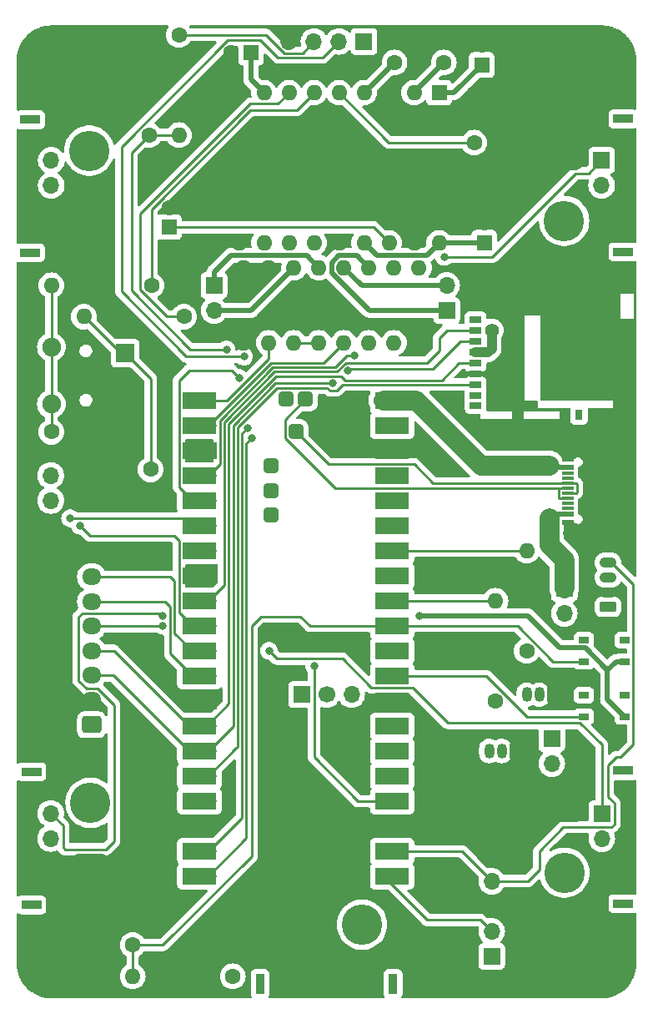
<source format=gbr>
%TF.GenerationSoftware,KiCad,Pcbnew,7.0.2*%
%TF.CreationDate,2023-08-07T19:48:09+09:00*%
%TF.ProjectId,TurtlePico,54757274-6c65-4506-9963-6f2e6b696361,rev?*%
%TF.SameCoordinates,Original*%
%TF.FileFunction,Copper,L1,Top*%
%TF.FilePolarity,Positive*%
%FSLAX46Y46*%
G04 Gerber Fmt 4.6, Leading zero omitted, Abs format (unit mm)*
G04 Created by KiCad (PCBNEW 7.0.2) date 2023-08-07 19:48:09*
%MOMM*%
%LPD*%
G01*
G04 APERTURE LIST*
G04 Aperture macros list*
%AMRoundRect*
0 Rectangle with rounded corners*
0 $1 Rounding radius*
0 $2 $3 $4 $5 $6 $7 $8 $9 X,Y pos of 4 corners*
0 Add a 4 corners polygon primitive as box body*
4,1,4,$2,$3,$4,$5,$6,$7,$8,$9,$2,$3,0*
0 Add four circle primitives for the rounded corners*
1,1,$1+$1,$2,$3*
1,1,$1+$1,$4,$5*
1,1,$1+$1,$6,$7*
1,1,$1+$1,$8,$9*
0 Add four rect primitives between the rounded corners*
20,1,$1+$1,$2,$3,$4,$5,0*
20,1,$1+$1,$4,$5,$6,$7,0*
20,1,$1+$1,$6,$7,$8,$9,0*
20,1,$1+$1,$8,$9,$2,$3,0*%
G04 Aperture macros list end*
%TA.AperFunction,ComponentPad*%
%ADD10C,5.600000*%
%TD*%
%TA.AperFunction,ComponentPad*%
%ADD11C,1.600000*%
%TD*%
%TA.AperFunction,ComponentPad*%
%ADD12O,1.600000X1.600000*%
%TD*%
%TA.AperFunction,ComponentPad*%
%ADD13R,1.700000X1.700000*%
%TD*%
%TA.AperFunction,ComponentPad*%
%ADD14O,1.700000X1.700000*%
%TD*%
%TA.AperFunction,SMDPad,CuDef*%
%ADD15R,1.150000X0.600000*%
%TD*%
%TA.AperFunction,SMDPad,CuDef*%
%ADD16R,1.150000X0.300000*%
%TD*%
%TA.AperFunction,ComponentPad*%
%ADD17O,1.800000X1.000000*%
%TD*%
%TA.AperFunction,ComponentPad*%
%ADD18O,2.100000X1.000000*%
%TD*%
%TA.AperFunction,ComponentPad*%
%ADD19R,1.900000X1.900000*%
%TD*%
%TA.AperFunction,ComponentPad*%
%ADD20C,1.900000*%
%TD*%
%TA.AperFunction,SMDPad,CuDef*%
%ADD21R,1.050000X0.650000*%
%TD*%
%TA.AperFunction,ComponentPad*%
%ADD22R,1.600000X1.600000*%
%TD*%
%TA.AperFunction,SMDPad,CuDef*%
%ADD23R,3.500000X1.700000*%
%TD*%
%TA.AperFunction,ComponentPad*%
%ADD24C,1.700000*%
%TD*%
%TA.AperFunction,SMDPad,CuDef*%
%ADD25RoundRect,0.381000X-0.381000X-0.381000X0.381000X-0.381000X0.381000X0.381000X-0.381000X0.381000X0*%
%TD*%
%TA.AperFunction,SMDPad,CuDef*%
%ADD26R,1.200000X0.700000*%
%TD*%
%TA.AperFunction,SMDPad,CuDef*%
%ADD27R,0.800000X1.000000*%
%TD*%
%TA.AperFunction,SMDPad,CuDef*%
%ADD28R,1.200000X1.000000*%
%TD*%
%TA.AperFunction,SMDPad,CuDef*%
%ADD29R,2.800000X1.000000*%
%TD*%
%TA.AperFunction,SMDPad,CuDef*%
%ADD30R,1.900000X1.300000*%
%TD*%
%TA.AperFunction,ComponentPad*%
%ADD31RoundRect,0.250000X0.615000X-0.265000X0.615000X0.265000X-0.615000X0.265000X-0.615000X-0.265000X0*%
%TD*%
%TA.AperFunction,ComponentPad*%
%ADD32O,1.730000X1.030000*%
%TD*%
%TA.AperFunction,ComponentPad*%
%ADD33R,2.000000X0.900000*%
%TD*%
%TA.AperFunction,ComponentPad*%
%ADD34RoundRect,1.025000X1.025000X-1.025000X1.025000X1.025000X-1.025000X1.025000X-1.025000X-1.025000X0*%
%TD*%
%TA.AperFunction,ComponentPad*%
%ADD35C,4.100000*%
%TD*%
%TA.AperFunction,ComponentPad*%
%ADD36R,1.050000X1.500000*%
%TD*%
%TA.AperFunction,ComponentPad*%
%ADD37O,1.050000X1.500000*%
%TD*%
%TA.AperFunction,ComponentPad*%
%ADD38RoundRect,1.025000X-1.025000X1.025000X-1.025000X-1.025000X1.025000X-1.025000X1.025000X1.025000X0*%
%TD*%
%TA.AperFunction,ComponentPad*%
%ADD39RoundRect,0.250000X0.725000X-0.600000X0.725000X0.600000X-0.725000X0.600000X-0.725000X-0.600000X0*%
%TD*%
%TA.AperFunction,ComponentPad*%
%ADD40O,1.950000X1.700000*%
%TD*%
%TA.AperFunction,ComponentPad*%
%ADD41R,0.900000X2.000000*%
%TD*%
%TA.AperFunction,ComponentPad*%
%ADD42RoundRect,1.025000X-1.025000X-1.025000X1.025000X-1.025000X1.025000X1.025000X-1.025000X1.025000X0*%
%TD*%
%TA.AperFunction,ViaPad*%
%ADD43C,0.800000*%
%TD*%
%TA.AperFunction,ViaPad*%
%ADD44C,1.400000*%
%TD*%
%TA.AperFunction,Conductor*%
%ADD45C,0.500000*%
%TD*%
%TA.AperFunction,Conductor*%
%ADD46C,0.250000*%
%TD*%
%TA.AperFunction,Conductor*%
%ADD47C,2.000000*%
%TD*%
%TA.AperFunction,Conductor*%
%ADD48C,1.000000*%
%TD*%
G04 APERTURE END LIST*
D10*
%TO.P,REF\u002A\u002A,1*%
%TO.N,GND*%
X119380000Y-134620000D03*
%TD*%
D11*
%TO.P,R5,1*%
%TO.N,/GP14*%
X128016000Y-51816000D03*
D12*
%TO.P,R5,2*%
%TO.N,GND*%
X128016000Y-41656000D03*
%TD*%
D13*
%TO.P,J13,1,Pin_1*%
%TO.N,/GP3*%
X173990000Y-120650000D03*
D14*
%TO.P,J13,2,Pin_2*%
%TO.N,+5V*%
X173990000Y-123190000D03*
%TO.P,J13,3,Pin_3*%
%TO.N,GND*%
X173990000Y-125730000D03*
%TD*%
D11*
%TO.P,R6,1*%
%TO.N,Net-(J8-Pin_3)*%
X131064000Y-41656000D03*
D12*
%TO.P,R6,2*%
%TO.N,/GP14*%
X131064000Y-51816000D03*
%TD*%
D10*
%TO.P,REF\u002A\u002A,1*%
%TO.N,GND*%
X172720000Y-134620000D03*
%TD*%
D15*
%TO.P,J1,A1_B12,GND*%
%TO.N,GND*%
X170515000Y-91086000D03*
%TO.P,J1,A4_B9,VBUS*%
%TO.N,+5V*%
X170515000Y-90286000D03*
D16*
%TO.P,J1,A5,CC1*%
%TO.N,unconnected-(J1-CC1-PadA5)*%
X170515000Y-89136000D03*
%TO.P,J1,A6,DP1*%
%TO.N,Net-(J1-DP1)*%
X170515000Y-88136000D03*
%TO.P,J1,A7,DN1*%
%TO.N,Net-(J1-DN1)*%
X170515000Y-87636000D03*
%TO.P,J1,A8,SBU1*%
%TO.N,unconnected-(J1-SBU1-PadA8)*%
X170515000Y-86636000D03*
D15*
%TO.P,J1,B1_A12,GND*%
%TO.N,GND*%
X170515000Y-84686000D03*
%TO.P,J1,B4_A9,VBUS*%
%TO.N,+5V*%
X170515000Y-85486000D03*
D16*
%TO.P,J1,B5,CC2*%
%TO.N,unconnected-(J1-CC2-PadB5)*%
X170515000Y-86136000D03*
%TO.P,J1,B6,DP2*%
%TO.N,Net-(J1-DP1)*%
X170515000Y-87136000D03*
%TO.P,J1,B7,DN2*%
%TO.N,Net-(J1-DN1)*%
X170515000Y-88636000D03*
%TO.P,J1,B8,SBU2*%
%TO.N,unconnected-(J1-SBU2-PadB8)*%
X170515000Y-89636000D03*
D17*
%TO.P,J1,S1,SHIELD*%
%TO.N,GND*%
X175260000Y-92206000D03*
%TO.P,J1,S2,SHIELD*%
X175260000Y-83566000D03*
D18*
%TO.P,J1,S3,SHIELD*%
X171080000Y-92206000D03*
%TO.P,J1,S4,SHIELD*%
X171080000Y-83566000D03*
%TD*%
D19*
%TO.P,J5,R*%
%TO.N,Net-(C5-Pad1)*%
X125610000Y-73950000D03*
D20*
%TO.P,J5,S*%
%TO.N,GND*%
X125610000Y-78450000D03*
%TO.P,J5,T*%
%TO.N,Net-(C4-Pad1)*%
X118110000Y-73300000D03*
X118110000Y-79100000D03*
%TD*%
D13*
%TO.P,J10,1,Pin_1*%
%TO.N,Net-(J10-Pin_1)*%
X134620000Y-67056000D03*
D14*
%TO.P,J10,2,Pin_2*%
%TO.N,Net-(J10-Pin_2)*%
X134620000Y-69596000D03*
%TD*%
D13*
%TO.P,J9,1,Pin_1*%
%TO.N,Net-(J9-Pin_1)*%
X158242000Y-69596000D03*
D14*
%TO.P,J9,2,Pin_2*%
%TO.N,Net-(J9-Pin_2)*%
X158242000Y-67056000D03*
%TD*%
D13*
%TO.P,J14,1,Pin_1*%
%TO.N,GND*%
X118100000Y-59461000D03*
D14*
%TO.P,J14,2,Pin_2*%
%TO.N,+5V*%
X118100000Y-56921000D03*
%TO.P,J14,3,Pin_3*%
%TO.N,/GP4*%
X118100000Y-54381000D03*
%TD*%
D11*
%TO.P,C5,1*%
%TO.N,Net-(C5-Pad1)*%
X128190000Y-85725000D03*
%TO.P,C5,2*%
%TO.N,GND*%
X123190000Y-85725000D03*
%TD*%
D21*
%TO.P,SW2,1,1*%
%TO.N,+3.3V*%
X176319000Y-105215000D03*
%TO.P,SW2,2,2*%
%TO.N,/GP26*%
X172169000Y-105215000D03*
%TO.P,SW2,3*%
%TO.N,N/C*%
X176319000Y-103065000D03*
%TO.P,SW2,4*%
X172169000Y-103065000D03*
%TD*%
D22*
%TO.P,C7,1*%
%TO.N,+3.3V*%
X162052000Y-62738000D03*
D11*
%TO.P,C7,2*%
%TO.N,GND*%
X162052000Y-60738000D03*
%TD*%
%TO.P,R4,1*%
%TO.N,Net-(U2-OUTL)*%
X128270000Y-67056000D03*
D12*
%TO.P,R4,2*%
%TO.N,Net-(C4-Pad1)*%
X118110000Y-67056000D03*
%TD*%
D11*
%TO.P,C1,1*%
%TO.N,Net-(U2-CAPP)*%
X157948000Y-44450000D03*
%TO.P,C1,2*%
%TO.N,Net-(U2-CAPM)*%
X152948000Y-44450000D03*
%TD*%
D13*
%TO.P,J7,1,Pin_1*%
%TO.N,+5V*%
X162814000Y-135128000D03*
D14*
%TO.P,J7,2,Pin_2*%
%TO.N,/GP16*%
X162814000Y-132588000D03*
%TO.P,J7,3,Pin_3*%
%TO.N,GND*%
X162814000Y-130048000D03*
%TO.P,J7,4,Pin_4*%
%TO.N,/GP17*%
X162814000Y-127508000D03*
%TD*%
D13*
%TO.P,J12,1,Pin_1*%
%TO.N,/GP2*%
X173980000Y-54381000D03*
D14*
%TO.P,J12,2,Pin_2*%
%TO.N,+5V*%
X173980000Y-56921000D03*
%TO.P,J12,3,Pin_3*%
%TO.N,GND*%
X173980000Y-59461000D03*
%TD*%
D13*
%TO.P,J3,1,Pin_1*%
%TO.N,+5V*%
X168910000Y-113030000D03*
D14*
%TO.P,J3,2,Pin_2*%
%TO.N,Net-(J3-Pin_2)*%
X168910000Y-115570000D03*
%TD*%
D13*
%TO.P,J8,1,Pin_1*%
%TO.N,+5V*%
X149850000Y-42316000D03*
D14*
%TO.P,J8,2,Pin_2*%
%TO.N,/GP15*%
X147310000Y-42316000D03*
%TO.P,J8,3,Pin_3*%
%TO.N,Net-(J8-Pin_3)*%
X144770000Y-42316000D03*
%TO.P,J8,4,Pin_4*%
%TO.N,GND*%
X142230000Y-42316000D03*
%TD*%
D13*
%TO.P,J11,1,Pin_1*%
%TO.N,GND*%
X118040000Y-91425000D03*
D14*
%TO.P,J11,2,Pin_2*%
%TO.N,+5V*%
X118040000Y-88885000D03*
%TO.P,J11,3,Pin_3*%
%TO.N,/GP7*%
X118040000Y-86345000D03*
%TD*%
%TO.P,U1,1,GPIO0*%
%TO.N,/GP0*%
X134035900Y-78755000D03*
D23*
X133135900Y-78755000D03*
D14*
%TO.P,U1,2,GPIO1*%
%TO.N,/GP1*%
X134035900Y-81295000D03*
D23*
X133135900Y-81295000D03*
D13*
%TO.P,U1,3,GND*%
%TO.N,GND*%
X134035900Y-83835000D03*
D23*
X133135900Y-83835000D03*
D14*
%TO.P,U1,4,GPIO2*%
%TO.N,/GP2*%
X134035900Y-86375000D03*
D23*
X133135900Y-86375000D03*
D14*
%TO.P,U1,5,GPIO3*%
%TO.N,/GP3*%
X134035900Y-88915000D03*
D23*
X133135900Y-88915000D03*
D14*
%TO.P,U1,6,GPIO4*%
%TO.N,/GP4*%
X134035900Y-91455000D03*
D23*
X133135900Y-91455000D03*
D14*
%TO.P,U1,7,GPIO5*%
%TO.N,/GP5*%
X134035900Y-93995000D03*
D23*
X133135900Y-93995000D03*
D13*
%TO.P,U1,8,GND*%
%TO.N,GND*%
X134035900Y-96535000D03*
D23*
X133135900Y-96535000D03*
D14*
%TO.P,U1,9,GPIO6*%
%TO.N,/GP6*%
X134035900Y-99075000D03*
D23*
X133135900Y-99075000D03*
D14*
%TO.P,U1,10,GPIO7*%
%TO.N,/GP7*%
X134035900Y-101615000D03*
D23*
X133135900Y-101615000D03*
D14*
%TO.P,U1,11,GPIO8*%
%TO.N,/GP8*%
X134035900Y-104155000D03*
D23*
X133135900Y-104155000D03*
D14*
%TO.P,U1,12,GPIO9*%
%TO.N,/GP9*%
X134035900Y-106695000D03*
D23*
X133135900Y-106695000D03*
D13*
%TO.P,U1,13,GND*%
%TO.N,GND*%
X134035900Y-109235000D03*
D23*
X133135900Y-109235000D03*
D14*
%TO.P,U1,14,GPIO10*%
%TO.N,/GP10*%
X134035900Y-111775000D03*
D23*
X133135900Y-111775000D03*
D14*
%TO.P,U1,15,GPIO11*%
%TO.N,/GP11*%
X134035900Y-114315000D03*
D23*
X133135900Y-114315000D03*
D14*
%TO.P,U1,16,GPIO12*%
%TO.N,/GP12*%
X134035900Y-116855000D03*
D23*
X133135900Y-116855000D03*
D14*
%TO.P,U1,17,GPIO13*%
%TO.N,/GP13*%
X134035900Y-119395000D03*
D23*
X133135900Y-119395000D03*
D13*
%TO.P,U1,18,GND*%
%TO.N,GND*%
X134035900Y-121935000D03*
D23*
X133135900Y-121935000D03*
D14*
%TO.P,U1,19,GPIO14*%
%TO.N,/GP14*%
X134035900Y-124475000D03*
D23*
X133135900Y-124475000D03*
D14*
%TO.P,U1,20,GPIO15*%
%TO.N,/GP15*%
X134035900Y-127015000D03*
D23*
X133135900Y-127015000D03*
D14*
%TO.P,U1,21,GPIO16*%
%TO.N,/GP16*%
X151815900Y-127015000D03*
D23*
X152715900Y-127015000D03*
D14*
%TO.P,U1,22,GPIO17*%
%TO.N,/GP17*%
X151815900Y-124475000D03*
D23*
X152715900Y-124475000D03*
D13*
%TO.P,U1,23,GND*%
%TO.N,GND*%
X151815900Y-121935000D03*
D23*
X152715900Y-121935000D03*
D14*
%TO.P,U1,24,GPIO18*%
%TO.N,/GP18*%
X151815900Y-119395000D03*
D23*
X152715900Y-119395000D03*
D14*
%TO.P,U1,25,GPIO19*%
%TO.N,/GP19*%
X151815900Y-116855000D03*
D23*
X152715900Y-116855000D03*
D14*
%TO.P,U1,26,GPIO20*%
%TO.N,/GP20*%
X151815900Y-114315000D03*
D23*
X152715900Y-114315000D03*
D14*
%TO.P,U1,27,GPIO21*%
%TO.N,/GP21*%
X151815900Y-111775000D03*
D23*
X152715900Y-111775000D03*
D13*
%TO.P,U1,28,GND*%
%TO.N,GND*%
X151815900Y-109235000D03*
D23*
X152715900Y-109235000D03*
D14*
%TO.P,U1,29,GPIO22*%
%TO.N,/GP22*%
X151815900Y-106695000D03*
D23*
X152715900Y-106695000D03*
D14*
%TO.P,U1,30,RUN*%
%TO.N,unconnected-(U1-RUN-Pad30)*%
X151815900Y-104155000D03*
D23*
X152715900Y-104155000D03*
D14*
%TO.P,U1,31,GPIO26_ADC0*%
%TO.N,/GP26*%
X151815900Y-101615000D03*
D23*
X152715900Y-101615000D03*
D14*
%TO.P,U1,32,GPIO27_ADC1*%
%TO.N,/GP27*%
X151815900Y-99075000D03*
D23*
X152715900Y-99075000D03*
D13*
%TO.P,U1,33,AGND*%
%TO.N,unconnected-(U1-AGND-Pad33)*%
X151815900Y-96535000D03*
D23*
X152715900Y-96535000D03*
D14*
%TO.P,U1,34,GPIO28_ADC2*%
%TO.N,/GP28*%
X151815900Y-93995000D03*
D23*
X152715900Y-93995000D03*
D14*
%TO.P,U1,35,ADC_VREF*%
%TO.N,unconnected-(U1-ADC_VREF-Pad35)*%
X151815900Y-91455000D03*
D23*
X152715900Y-91455000D03*
D14*
%TO.P,U1,36,3V3*%
%TO.N,+3.3V*%
X151815900Y-88915000D03*
D23*
X152715900Y-88915000D03*
D14*
%TO.P,U1,37,3V3_EN*%
%TO.N,unconnected-(U1-3V3_EN-Pad37)*%
X151815900Y-86375000D03*
D23*
X152715900Y-86375000D03*
D13*
%TO.P,U1,38,GND*%
%TO.N,GND*%
X151815900Y-83835000D03*
D23*
X152715900Y-83835000D03*
D14*
%TO.P,U1,39,VSYS*%
%TO.N,unconnected-(U1-VSYS-Pad39)*%
X151815900Y-81295000D03*
D23*
X152715900Y-81295000D03*
D14*
%TO.P,U1,40,VBUS*%
%TO.N,+5V*%
X151815900Y-78755000D03*
D23*
X152715900Y-78755000D03*
D13*
%TO.P,U1,41,SWCLK*%
%TO.N,unconnected-(U1-SWCLK-Pad41)*%
X143510000Y-108585000D03*
D24*
%TO.P,U1,42,GND*%
%TO.N,unconnected-(U1-GND-Pad42)*%
X146050000Y-108585000D03*
D14*
%TO.P,U1,43,SWDIO*%
%TO.N,unconnected-(U1-SWDIO-Pad43)*%
X148590000Y-108585000D03*
D25*
%TO.P,U1,TP1,GND*%
%TO.N,unconnected-(U1-GND-PadTP1)*%
X141925900Y-78585000D03*
%TO.P,U1,TP2,USB_DM*%
%TO.N,Net-(J1-DN1)*%
X143925900Y-78585000D03*
%TO.P,U1,TP3,USB_DP*%
%TO.N,Net-(J1-DP1)*%
X142925900Y-81885000D03*
%TO.P,U1,TP4,GPIO23*%
%TO.N,unconnected-(U1-GPIO23-PadTP4)*%
X140425900Y-85385000D03*
%TO.P,U1,TP5,GPIO25*%
%TO.N,unconnected-(U1-GPIO25-PadTP5)*%
X140425900Y-87885000D03*
%TO.P,U1,TP6,BOOTSEL*%
%TO.N,unconnected-(U1-BOOTSEL-PadTP6)*%
X140425900Y-90385000D03*
%TD*%
D26*
%TO.P,J22,1,DAT2*%
%TO.N,unconnected-(J22-DAT2-Pad1)*%
X161185000Y-70575000D03*
%TO.P,J22,2,DAT3/CD*%
%TO.N,/GP6*%
X161185000Y-71675000D03*
%TO.P,J22,3,CMD*%
%TO.N,/GP11*%
X161185000Y-72775000D03*
%TO.P,J22,4,VDD*%
%TO.N,+5V*%
X161185000Y-73875000D03*
%TO.P,J22,5,CLK*%
%TO.N,/GP10*%
X161185000Y-74975000D03*
%TO.P,J22,6,VSS*%
%TO.N,GND*%
X161185000Y-76075000D03*
%TO.P,J22,7,DAT0*%
%TO.N,/GP12*%
X161185000Y-77175000D03*
%TO.P,J22,8,DAT1*%
%TO.N,unconnected-(J22-DAT1-Pad8)*%
X161185000Y-78275000D03*
%TO.P,J22,9,DET_B*%
%TO.N,unconnected-(J22-DET_B-Pad9)*%
X161185000Y-79225000D03*
D27*
%TO.P,J22,10,DET_A*%
%TO.N,unconnected-(J22-DET_A-Pad10)*%
X171685000Y-80175000D03*
D28*
%TO.P,J22,11,SHIELD*%
%TO.N,GND*%
X165485000Y-80175000D03*
D29*
X175835000Y-80175000D03*
D28*
X161185000Y-69025000D03*
D30*
X176285000Y-66675000D03*
%TD*%
D21*
%TO.P,SW1,1,1*%
%TO.N,+3.3V*%
X176319000Y-110803000D03*
%TO.P,SW1,2,2*%
%TO.N,/GP22*%
X172169000Y-110803000D03*
%TO.P,SW1,3*%
%TO.N,N/C*%
X176319000Y-108653000D03*
%TO.P,SW1,4*%
X172169000Y-108653000D03*
%TD*%
D22*
%TO.P,C3,1*%
%TO.N,Net-(U2-LDOO)*%
X130048000Y-61153112D03*
D11*
%TO.P,C3,2*%
%TO.N,GND*%
X130048000Y-59153112D03*
%TD*%
D13*
%TO.P,J15,1,Pin_1*%
%TO.N,GND*%
X118040000Y-125715000D03*
D14*
%TO.P,J15,2,Pin_2*%
%TO.N,+5V*%
X118040000Y-123175000D03*
%TO.P,J15,3,Pin_3*%
%TO.N,/GP5*%
X118040000Y-120635000D03*
%TD*%
D13*
%TO.P,J2,1,Pin_1*%
%TO.N,+5V*%
X170180000Y-97790000D03*
D14*
%TO.P,J2,2,Pin_2*%
%TO.N,Net-(J2-Pin_2)*%
X170180000Y-100330000D03*
%TD*%
D22*
%TO.P,U2,1,CPVDD*%
%TO.N,+3.3V*%
X157475000Y-47508000D03*
D12*
%TO.P,U2,2,CAPP*%
%TO.N,Net-(U2-CAPP)*%
X154935000Y-47508000D03*
%TO.P,U2,3,CPGND*%
%TO.N,GND*%
X152395000Y-47508000D03*
%TO.P,U2,4,CAPM*%
%TO.N,Net-(U2-CAPM)*%
X149855000Y-47508000D03*
%TO.P,U2,5,VNEG*%
%TO.N,Net-(U2-VNEG)*%
X147315000Y-47508000D03*
%TO.P,U2,6,OUTL*%
%TO.N,Net-(U2-OUTL)*%
X144775000Y-47508000D03*
%TO.P,U2,7,OUTR*%
%TO.N,Net-(U2-OUTR)*%
X142235000Y-47508000D03*
%TO.P,U2,8,AVDD*%
%TO.N,+3.3V*%
X139695000Y-47508000D03*
%TO.P,U2,9,AGND*%
%TO.N,GND*%
X137155000Y-47508000D03*
%TO.P,U2,10,DEMP*%
X134615000Y-47508000D03*
%TO.P,U2,11,FLT*%
X134615000Y-62748000D03*
%TO.P,U2,12,SCK*%
X137155000Y-62748000D03*
%TO.P,U2,13,BCK*%
%TO.N,/GP19*%
X139695000Y-62748000D03*
%TO.P,U2,14,DIN*%
%TO.N,/GP21*%
X142235000Y-62748000D03*
%TO.P,U2,15,LRCK*%
%TO.N,/GP20*%
X144775000Y-62748000D03*
%TO.P,U2,16,FMT*%
%TO.N,GND*%
X147315000Y-62748000D03*
%TO.P,U2,17,XSMT*%
%TO.N,+3.3V*%
X149855000Y-62748000D03*
%TO.P,U2,18,LDOO*%
%TO.N,Net-(U2-LDOO)*%
X152395000Y-62748000D03*
%TO.P,U2,19,DGND*%
%TO.N,GND*%
X154935000Y-62748000D03*
%TO.P,U2,20,DVDD*%
%TO.N,+3.3V*%
X157475000Y-62748000D03*
%TD*%
D10*
%TO.P,REF\u002A\u002A,1*%
%TO.N,GND*%
X119370000Y-45491000D03*
%TD*%
%TO.P,REF\u002A\u002A,1*%
%TO.N,GND*%
X172710000Y-45491000D03*
%TD*%
D22*
%TO.P,C8,1*%
%TO.N,+3.3V*%
X161798000Y-44704000D03*
D11*
%TO.P,C8,2*%
%TO.N,GND*%
X161798000Y-42704000D03*
%TD*%
D22*
%TO.P,C6,1*%
%TO.N,+3.3V*%
X138369113Y-43434000D03*
D11*
%TO.P,C6,2*%
%TO.N,GND*%
X136369113Y-43434000D03*
%TD*%
%TO.P,R3,1*%
%TO.N,Net-(U2-OUTR)*%
X131572000Y-70231000D03*
D12*
%TO.P,R3,2*%
%TO.N,Net-(C5-Pad1)*%
X121412000Y-70231000D03*
%TD*%
D31*
%TO.P,J6,1,Pin_1*%
%TO.N,+5V*%
X174625000Y-99695000D03*
D32*
%TO.P,J6,2,Pin_2*%
%TO.N,GND*%
X174625000Y-98195000D03*
%TO.P,J6,3,Pin_3*%
%TO.N,/GP16*%
X174625000Y-96695000D03*
%TO.P,J6,4,Pin_4*%
%TO.N,/GP17*%
X174625000Y-95195000D03*
%TD*%
D11*
%TO.P,C2,1*%
%TO.N,Net-(U2-VNEG)*%
X161036000Y-52578000D03*
%TO.P,C2,2*%
%TO.N,GND*%
X161036000Y-47578000D03*
%TD*%
%TO.P,C4,1*%
%TO.N,Net-(C4-Pad1)*%
X118110000Y-81915000D03*
%TO.P,C4,2*%
%TO.N,GND*%
X123110000Y-81915000D03*
%TD*%
D33*
%TO.P,J19,*%
%TO.N,*%
X176180000Y-129794000D03*
X176180000Y-116294000D03*
D34*
%TO.P,J19,1,Pin_1*%
%TO.N,GND*%
X170180000Y-119444000D03*
D35*
%TO.P,J19,2,Pin_2*%
%TO.N,+12V*%
X170180000Y-126644000D03*
%TD*%
D22*
%TO.P,U3,1,LARGE*%
%TO.N,GND*%
X155433000Y-72888000D03*
D12*
%TO.P,U3,2,MODE*%
%TO.N,+5V*%
X152893000Y-72888000D03*
%TO.P,U3,3,STBY*%
X150353000Y-72888000D03*
%TO.P,U3,4,IN4/PHA_B*%
%TO.N,/GP1*%
X147813000Y-72888000D03*
%TO.P,U3,5,IN3/ENB_B*%
%TO.N,/GP18*%
X145273000Y-72888000D03*
%TO.P,U3,6,IN1/ENB_A*%
X142733000Y-72888000D03*
%TO.P,U3,7,IN2/PHA_A*%
%TO.N,/GP0*%
X140193000Y-72888000D03*
%TO.P,U3,8,GND*%
%TO.N,GND*%
X137653000Y-72888000D03*
%TO.P,U3,9,GND*%
X137653000Y-65268000D03*
%TO.P,U3,10,GND*%
X140193000Y-65268000D03*
%TO.P,U3,11,OUT2*%
%TO.N,Net-(J10-Pin_2)*%
X142733000Y-65268000D03*
%TO.P,U3,12,OUT1*%
%TO.N,Net-(J10-Pin_1)*%
X145273000Y-65268000D03*
%TO.P,U3,13,OUT3*%
%TO.N,Net-(J9-Pin_2)*%
X147813000Y-65268000D03*
%TO.P,U3,14,OUT4*%
%TO.N,Net-(J9-Pin_1)*%
X150353000Y-65268000D03*
%TO.P,U3,15,VM*%
%TO.N,+5V*%
X152893000Y-65268000D03*
%TO.P,U3,16,VM*%
X155433000Y-65268000D03*
%TD*%
D36*
%TO.P,Q2,1,E*%
%TO.N,GND*%
X165100000Y-114300000D03*
D37*
%TO.P,Q2,2,C*%
%TO.N,Net-(J3-Pin_2)*%
X163830000Y-114300000D03*
%TO.P,Q2,3,B*%
%TO.N,Net-(Q2-B)*%
X162560000Y-114300000D03*
%TD*%
D33*
%TO.P,J20,*%
%TO.N,*%
X115951000Y-50254000D03*
X115951000Y-63754000D03*
D38*
%TO.P,J20,1,Pin_1*%
%TO.N,GND*%
X121951000Y-60604000D03*
D35*
%TO.P,J20,2,Pin_2*%
%TO.N,+12V*%
X121951000Y-53404000D03*
%TD*%
D11*
%TO.P,R2,1*%
%TO.N,Net-(Q2-B)*%
X163195000Y-109220000D03*
D12*
%TO.P,R2,2*%
%TO.N,/GP27*%
X163195000Y-99060000D03*
%TD*%
D11*
%TO.P,R1,1*%
%TO.N,Net-(Q1-B)*%
X166370000Y-104140000D03*
D12*
%TO.P,R1,2*%
%TO.N,/GP28*%
X166370000Y-93980000D03*
%TD*%
D39*
%TO.P,J4,1,Pin_1*%
%TO.N,+5V*%
X122195000Y-111640000D03*
D40*
%TO.P,J4,2,Pin_2*%
%TO.N,GND*%
X122195000Y-109140000D03*
%TO.P,J4,3,Pin_3*%
%TO.N,/GP11*%
X122195000Y-106640000D03*
%TO.P,J4,4,Pin_4*%
%TO.N,/GP10*%
X122195000Y-104140000D03*
%TO.P,J4,5,Pin_5*%
%TO.N,/GP13*%
X122195000Y-101640000D03*
%TO.P,J4,6,Pin_6*%
%TO.N,/GP9*%
X122195000Y-99140000D03*
%TO.P,J4,7,Pin_7*%
%TO.N,/GP8*%
X122195000Y-96640000D03*
%TD*%
D33*
%TO.P,J21,*%
%TO.N,*%
X116078000Y-116421000D03*
X116078000Y-129921000D03*
D38*
%TO.P,J21,1,Pin_1*%
%TO.N,GND*%
X122078000Y-126771000D03*
D35*
%TO.P,J21,2,Pin_2*%
%TO.N,+12V*%
X122078000Y-119571000D03*
%TD*%
D33*
%TO.P,J18,*%
%TO.N,*%
X176170000Y-63671000D03*
X176170000Y-50171000D03*
D34*
%TO.P,J18,1,Pin_1*%
%TO.N,GND*%
X170170000Y-53321000D03*
D35*
%TO.P,J18,2,Pin_2*%
%TO.N,+12V*%
X170170000Y-60521000D03*
%TD*%
D11*
%TO.P,R8,1*%
%TO.N,/GP26*%
X126365000Y-133985000D03*
D12*
%TO.P,R8,2*%
%TO.N,GND*%
X126365000Y-123825000D03*
%TD*%
D11*
%TO.P,R7,1*%
%TO.N,+12V*%
X136525000Y-137160000D03*
D12*
%TO.P,R7,2*%
%TO.N,/GP26*%
X126365000Y-137160000D03*
%TD*%
D36*
%TO.P,Q1,1,E*%
%TO.N,GND*%
X168910000Y-108585000D03*
D37*
%TO.P,Q1,2,C*%
%TO.N,Net-(J2-Pin_2)*%
X167640000Y-108585000D03*
%TO.P,Q1,3,B*%
%TO.N,Net-(Q1-B)*%
X166370000Y-108585000D03*
%TD*%
D41*
%TO.P,J17,*%
%TO.N,*%
X139300000Y-137915000D03*
X152800000Y-137915000D03*
D42*
%TO.P,J17,1,Pin_1*%
%TO.N,GND*%
X142450000Y-131915000D03*
D35*
%TO.P,J17,2,Pin_2*%
%TO.N,+12V*%
X149650000Y-131915000D03*
%TD*%
D43*
%TO.N,+3.3V*%
X155448000Y-100584000D03*
D44*
%TO.N,+5V*%
X162814000Y-71628000D03*
D43*
%TO.N,/GP13*%
X129436400Y-101600000D03*
%TO.N,/GP11*%
X146685000Y-77004500D03*
X148216243Y-75736743D03*
%TO.N,/GP15*%
X138430000Y-82550000D03*
X137669399Y-74287407D03*
%TO.N,/GP7*%
X121001237Y-91425000D03*
%TO.N,/GP2*%
X157988000Y-64168500D03*
X148844000Y-74205500D03*
%TO.N,/GP3*%
X137160000Y-76454000D03*
X140208000Y-104140000D03*
%TO.N,/GP4*%
X120015000Y-90700500D03*
%TO.N,/GP5*%
X129436400Y-100600497D03*
%TO.N,/GP14*%
X138026239Y-81511239D03*
X135890000Y-73562907D03*
%TO.N,/GP18*%
X144784299Y-105659701D03*
%TD*%
D45*
%TO.N,Net-(U2-CAPP)*%
X154935000Y-47463000D02*
X157948000Y-44450000D01*
X154935000Y-47508000D02*
X154935000Y-47463000D01*
%TO.N,Net-(U2-CAPM)*%
X149855000Y-47508000D02*
X149890000Y-47508000D01*
X149890000Y-47508000D02*
X152948000Y-44450000D01*
D46*
%TO.N,Net-(U2-VNEG)*%
X152385000Y-52578000D02*
X161036000Y-52578000D01*
X147315000Y-47508000D02*
X152385000Y-52578000D01*
D45*
%TO.N,GND*%
X165485000Y-80328554D02*
X165485000Y-80175000D01*
D46*
%TO.N,Net-(U2-LDOO)*%
X130048000Y-61153112D02*
X150800112Y-61153112D01*
X150800112Y-61153112D02*
X152395000Y-62748000D01*
%TO.N,Net-(C4-Pad1)*%
X118110000Y-66675000D02*
X118110000Y-73300000D01*
X118110000Y-79100000D02*
X118110000Y-81915000D01*
X118110000Y-79100000D02*
X118110000Y-73300000D01*
%TO.N,Net-(C5-Pad1)*%
X128190000Y-76530000D02*
X125610000Y-73950000D01*
X125131000Y-73950000D02*
X125610000Y-73950000D01*
X128190000Y-85725000D02*
X128190000Y-76530000D01*
X121412000Y-70231000D02*
X125131000Y-73950000D01*
D45*
%TO.N,+3.3V*%
X151125000Y-64018000D02*
X149855000Y-62748000D01*
X157475000Y-62748000D02*
X162042000Y-62748000D01*
X157475000Y-47508000D02*
X158994000Y-47508000D01*
X169742767Y-103840000D02*
X166486767Y-100584000D01*
X162042000Y-62748000D02*
X162052000Y-62738000D01*
X138369113Y-46182113D02*
X139695000Y-47508000D01*
X174565000Y-106105000D02*
X174565000Y-109049000D01*
X175455000Y-105215000D02*
X174565000Y-106105000D01*
X166486767Y-100584000D02*
X155448000Y-100584000D01*
X157475000Y-62748000D02*
X156205000Y-64018000D01*
X158994000Y-47508000D02*
X161798000Y-44704000D01*
X174565000Y-106105000D02*
X172300000Y-103840000D01*
X174565000Y-109049000D02*
X176319000Y-110803000D01*
X138369113Y-43434000D02*
X138369113Y-46182113D01*
X172300000Y-103840000D02*
X169742767Y-103840000D01*
X176319000Y-105215000D02*
X175455000Y-105215000D01*
X156205000Y-64018000D02*
X151125000Y-64018000D01*
D47*
%TO.N,+5V*%
X170180000Y-97790000D02*
X170180000Y-94940000D01*
D48*
X162814000Y-73496000D02*
X162814000Y-71628000D01*
X161185000Y-73875000D02*
X162435000Y-73875000D01*
D47*
X168656000Y-93416000D02*
X168656000Y-90678000D01*
X155175900Y-78755000D02*
X151815900Y-78755000D01*
D45*
X168798000Y-85486000D02*
X168656000Y-85344000D01*
D47*
X168656000Y-85344000D02*
X161764900Y-85344000D01*
D45*
X169098000Y-90236000D02*
X168656000Y-90678000D01*
D48*
X162435000Y-73875000D02*
X162814000Y-73496000D01*
D45*
X170515000Y-90286000D02*
X170465000Y-90236000D01*
D47*
X170180000Y-94940000D02*
X168656000Y-93416000D01*
D45*
X170515000Y-85486000D02*
X168798000Y-85486000D01*
X170465000Y-90236000D02*
X169098000Y-90236000D01*
D47*
X161764900Y-85344000D02*
X155175900Y-78755000D01*
D46*
%TO.N,Net-(J1-DP1)*%
X171450000Y-87196000D02*
X171450000Y-88076000D01*
X156876000Y-87136000D02*
X154940000Y-85200000D01*
X171390000Y-87136000D02*
X171450000Y-87196000D01*
X171390000Y-88136000D02*
X170515000Y-88136000D01*
X142925900Y-81885000D02*
X146240900Y-85200000D01*
X170515000Y-87136000D02*
X171390000Y-87136000D01*
X171450000Y-88076000D02*
X171390000Y-88136000D01*
X170515000Y-87136000D02*
X156876000Y-87136000D01*
X146240900Y-85200000D02*
X154940000Y-85200000D01*
%TO.N,Net-(J1-DN1)*%
X146941465Y-87661000D02*
X141838900Y-82558435D01*
X169615000Y-87661000D02*
X169615000Y-88611000D01*
X141838900Y-82558435D02*
X141838900Y-80672000D01*
X169640000Y-88636000D02*
X170515000Y-88636000D01*
X141838900Y-80672000D02*
X143925900Y-78585000D01*
X170515000Y-87636000D02*
X169640000Y-87636000D01*
X169615000Y-87661000D02*
X146941465Y-87661000D01*
X169640000Y-87636000D02*
X169615000Y-87661000D01*
X169615000Y-88611000D02*
X169640000Y-88636000D01*
%TO.N,/GP8*%
X134035900Y-104155000D02*
X132425900Y-104155000D01*
X130610900Y-102340000D02*
X130610900Y-97082900D01*
X130168000Y-96640000D02*
X122195000Y-96640000D01*
X132425900Y-104155000D02*
X130610900Y-102340000D01*
X130610900Y-97082900D02*
X130168000Y-96640000D01*
%TO.N,/GP9*%
X129620000Y-99140000D02*
X130160900Y-99680900D01*
X130160900Y-104430000D02*
X132425900Y-106695000D01*
X130160900Y-99680900D02*
X130160900Y-104430000D01*
X122195000Y-99140000D02*
X129620000Y-99140000D01*
X132425900Y-106695000D02*
X134035900Y-106695000D01*
%TO.N,/GP13*%
X129436400Y-101600000D02*
X129396400Y-101640000D01*
X129396400Y-101640000D02*
X122195000Y-101640000D01*
%TO.N,/GP10*%
X136110900Y-81129188D02*
X140960088Y-76280000D01*
X159490000Y-74930000D02*
X161290000Y-74930000D01*
X124460000Y-104140000D02*
X122195000Y-104140000D01*
X134035900Y-111775000D02*
X132095000Y-111775000D01*
X136110900Y-109510000D02*
X136110900Y-81129188D01*
X140960088Y-76280000D02*
X147555000Y-76280000D01*
X147955000Y-76680000D02*
X157740000Y-76680000D01*
X157740000Y-76680000D02*
X159490000Y-74930000D01*
X134035900Y-111775000D02*
X134035900Y-111585000D01*
X147555000Y-76280000D02*
X147955000Y-76680000D01*
X132095000Y-111775000D02*
X124460000Y-104140000D01*
X134035900Y-111585000D02*
X136110900Y-109510000D01*
%TO.N,/GP11*%
X140871984Y-77004500D02*
X136560900Y-81315584D01*
X146685000Y-77004500D02*
X140871984Y-77004500D01*
X156845000Y-75555500D02*
X148397486Y-75555500D01*
X124420000Y-106640000D02*
X122195000Y-106640000D01*
X132095000Y-114315000D02*
X124420000Y-106640000D01*
X161290000Y-72730000D02*
X159670500Y-72730000D01*
X136560900Y-111790000D02*
X134035900Y-114315000D01*
X148397486Y-75555500D02*
X148216243Y-75736743D01*
X136560900Y-81315584D02*
X136560900Y-111790000D01*
X159670500Y-72730000D02*
X156845000Y-75555500D01*
X134035900Y-114315000D02*
X132095000Y-114315000D01*
%TO.N,/GP16*%
X156245900Y-131445000D02*
X161671000Y-131445000D01*
X161671000Y-131445000D02*
X162814000Y-132588000D01*
X151815900Y-127015000D02*
X156245900Y-131445000D01*
%TO.N,/GP17*%
X167640000Y-124460000D02*
X170085000Y-122015000D01*
X170085000Y-122015000D02*
X174975000Y-122015000D01*
X175439000Y-114935000D02*
X175895000Y-114935000D01*
X166497000Y-127508000D02*
X167640000Y-126365000D01*
X177191650Y-97411650D02*
X174975000Y-95195000D01*
X174975000Y-122015000D02*
X175260000Y-121730000D01*
X174625000Y-115749000D02*
X175439000Y-114935000D01*
X162814000Y-127508000D02*
X166497000Y-127508000D01*
X174975000Y-95195000D02*
X174625000Y-95195000D01*
X167640000Y-126365000D02*
X167640000Y-124460000D01*
X177191650Y-113638350D02*
X177191650Y-97411650D01*
X175260000Y-119570000D02*
X174625000Y-118935000D01*
X174625000Y-118935000D02*
X174625000Y-115749000D01*
X159781000Y-124475000D02*
X162814000Y-127508000D01*
X175260000Y-121730000D02*
X175260000Y-119570000D01*
X175895000Y-114935000D02*
X177191650Y-113638350D01*
X151815900Y-124475000D02*
X159781000Y-124475000D01*
%TO.N,/GP15*%
X145684000Y-43942000D02*
X141127113Y-43942000D01*
X136048122Y-42164000D02*
X125222000Y-52990122D01*
X141127113Y-43942000D02*
X139349113Y-42164000D01*
X139349113Y-42164000D02*
X136048122Y-42164000D01*
X125222000Y-67692396D02*
X131817011Y-74287407D01*
X137910900Y-123140000D02*
X137910900Y-118110000D01*
X125222000Y-52990122D02*
X125222000Y-67692396D01*
X137910900Y-83069100D02*
X138430000Y-82550000D01*
X134035900Y-127015000D02*
X137910900Y-123140000D01*
X147310000Y-42316000D02*
X145684000Y-43942000D01*
X131817011Y-74287407D02*
X137669399Y-74287407D01*
X137910900Y-118110000D02*
X137910900Y-83069100D01*
%TO.N,Net-(J8-Pin_3)*%
X141743299Y-43491000D02*
X143595000Y-43491000D01*
X131064000Y-41656000D02*
X139908299Y-41656000D01*
X139908299Y-41656000D02*
X141743299Y-43491000D01*
X143595000Y-43491000D02*
X144770000Y-42316000D01*
D45*
%TO.N,Net-(J9-Pin_1)*%
X146563000Y-64750233D02*
X147295233Y-64018000D01*
X146563000Y-65785767D02*
X146563000Y-64750233D01*
X149103000Y-64018000D02*
X150353000Y-65268000D01*
X150373233Y-69596000D02*
X146563000Y-65785767D01*
X147295233Y-64018000D02*
X149103000Y-64018000D01*
X158242000Y-69596000D02*
X150373233Y-69596000D01*
%TO.N,Net-(J9-Pin_2)*%
X158242000Y-67056000D02*
X149601000Y-67056000D01*
X149601000Y-67056000D02*
X147813000Y-65268000D01*
%TO.N,Net-(J10-Pin_1)*%
X136308000Y-64018000D02*
X144023000Y-64018000D01*
X144023000Y-64018000D02*
X145273000Y-65268000D01*
X134620000Y-67056000D02*
X134620000Y-65706000D01*
X134620000Y-65706000D02*
X136308000Y-64018000D01*
%TO.N,Net-(J10-Pin_2)*%
X134620000Y-69596000D02*
X138405000Y-69596000D01*
X138405000Y-69596000D02*
X142733000Y-65268000D01*
D46*
%TO.N,/GP7*%
X132425900Y-101615000D02*
X134035900Y-101615000D01*
X131060900Y-100250000D02*
X132425900Y-101615000D01*
X131060900Y-92960900D02*
X131060900Y-100250000D01*
X122035337Y-92459100D02*
X130559100Y-92459100D01*
X121001237Y-91425000D02*
X122035337Y-92459100D01*
X130559100Y-92459100D02*
X131060900Y-92960900D01*
X134035900Y-101615000D02*
X132095000Y-101615000D01*
%TO.N,/GP2*%
X146911991Y-75380000D02*
X140587296Y-75380000D01*
X157988000Y-64168500D02*
X162871500Y-64168500D01*
X171344000Y-55696000D02*
X172665000Y-55696000D01*
X135210900Y-85200000D02*
X134035900Y-86375000D01*
X172665000Y-55696000D02*
X173980000Y-54381000D01*
X146911991Y-75380000D02*
X148086491Y-74205500D01*
X140587296Y-75380000D02*
X135210900Y-80756396D01*
X162871500Y-64168500D02*
X171344000Y-55696000D01*
X148086491Y-74205500D02*
X148844000Y-74205500D01*
X135210900Y-80756396D02*
X135210900Y-85200000D01*
%TO.N,/GP3*%
X173990000Y-113665000D02*
X173990000Y-120650000D01*
X150610346Y-107870000D02*
X154790900Y-107870000D01*
X131060900Y-87550000D02*
X132425900Y-88915000D01*
X132425900Y-88915000D02*
X134035900Y-88915000D01*
X154790900Y-107870000D02*
X158373900Y-111453000D01*
X131060900Y-76711100D02*
X131060900Y-87550000D01*
X147675047Y-104934701D02*
X150610346Y-107870000D01*
X171778000Y-111453000D02*
X173990000Y-113665000D01*
X132080000Y-75692000D02*
X131060900Y-76711100D01*
X140208000Y-104140000D02*
X141002701Y-104934701D01*
X158373900Y-111453000D02*
X171778000Y-111453000D01*
X136398000Y-75692000D02*
X132080000Y-75692000D01*
X141002701Y-104934701D02*
X147675047Y-104934701D01*
X137160000Y-76454000D02*
X136398000Y-75692000D01*
%TO.N,/GP4*%
X133281400Y-90700500D02*
X120015000Y-90700500D01*
X134035900Y-91455000D02*
X133281400Y-90700500D01*
%TO.N,/GP5*%
X124460000Y-123444000D02*
X123635000Y-124269000D01*
X121236000Y-100315000D02*
X120895000Y-100656000D01*
X121681000Y-107965000D02*
X122806701Y-107965000D01*
X120895000Y-107179000D02*
X121681000Y-107965000D01*
X119486000Y-124269000D02*
X119290000Y-124073000D01*
X129150903Y-100315000D02*
X121236000Y-100315000D01*
X119290000Y-121885000D02*
X118040000Y-120635000D01*
X120895000Y-100656000D02*
X120895000Y-107179000D01*
X119290000Y-124073000D02*
X119290000Y-121885000D01*
X124460000Y-109618299D02*
X124460000Y-123444000D01*
X122806701Y-107965000D02*
X124460000Y-109618299D01*
X123635000Y-124269000D02*
X119486000Y-124269000D01*
X129436400Y-100600497D02*
X129150903Y-100315000D01*
%TO.N,/GP12*%
X137010900Y-113880000D02*
X136875450Y-114015450D01*
X146125195Y-77470000D02*
X141042880Y-77470000D01*
X146384695Y-77729500D02*
X146125195Y-77470000D01*
X161290000Y-77130000D02*
X147660000Y-77130000D01*
X141042880Y-77470000D02*
X137010900Y-81501980D01*
X137010900Y-81501980D02*
X137010900Y-113880000D01*
X147060500Y-77729500D02*
X146384695Y-77729500D01*
X147660000Y-77130000D02*
X147060500Y-77729500D01*
X134035900Y-116855000D02*
X136875450Y-114015450D01*
%TO.N,/GP6*%
X135660900Y-97450000D02*
X135660900Y-80942792D01*
X135660900Y-80942792D02*
X140773692Y-75830000D01*
X134035900Y-99075000D02*
X135660900Y-97450000D01*
X140773692Y-75830000D02*
X147098387Y-75830000D01*
X158240000Y-71630000D02*
X161290000Y-71630000D01*
X157480000Y-72390000D02*
X158240000Y-71630000D01*
X156210000Y-74930000D02*
X157480000Y-73660000D01*
X157480000Y-73660000D02*
X157480000Y-72390000D01*
X147998387Y-74930000D02*
X156210000Y-74930000D01*
X147098387Y-75830000D02*
X147998387Y-74930000D01*
%TO.N,/GP28*%
X151815900Y-93995000D02*
X166355000Y-93995000D01*
X166355000Y-93995000D02*
X166370000Y-93980000D01*
%TO.N,/GP27*%
X163195000Y-99060000D02*
X151830900Y-99060000D01*
X151830900Y-99060000D02*
X151815900Y-99075000D01*
%TO.N,Net-(U2-OUTR)*%
X142235000Y-47508000D02*
X141110000Y-48633000D01*
X127145000Y-59799000D02*
X127145000Y-67521991D01*
X138311000Y-48633000D02*
X127145000Y-59799000D01*
X127145000Y-67521991D02*
X129854009Y-70231000D01*
X141110000Y-48633000D02*
X138311000Y-48633000D01*
X129854009Y-70231000D02*
X131572000Y-70231000D01*
%TO.N,Net-(U2-OUTL)*%
X128270000Y-67056000D02*
X128270000Y-59340121D01*
X138334121Y-49276000D02*
X143007000Y-49276000D01*
X128270000Y-59340121D02*
X138334121Y-49276000D01*
X143007000Y-49276000D02*
X144775000Y-47508000D01*
%TO.N,/GP14*%
X135890000Y-73562907D02*
X132236907Y-73562907D01*
X137460900Y-110490000D02*
X137460900Y-82076578D01*
X134035900Y-124475000D02*
X137460900Y-121050000D01*
X128016000Y-51816000D02*
X131064000Y-51816000D01*
X126238000Y-53594000D02*
X128016000Y-51816000D01*
X132236907Y-73562907D02*
X126238000Y-67564000D01*
X126238000Y-67564000D02*
X126238000Y-53594000D01*
X137460900Y-82076578D02*
X138026239Y-81511239D01*
X137460900Y-121050000D02*
X137460900Y-110490000D01*
%TO.N,/GP26*%
X139376448Y-100653552D02*
X143396754Y-100653552D01*
X126365000Y-133985000D02*
X129415900Y-133985000D01*
X138430000Y-101600000D02*
X139376448Y-100653552D01*
X126365000Y-133985000D02*
X126365000Y-137160000D01*
X169035991Y-105215000D02*
X172169000Y-105215000D01*
X165435991Y-101615000D02*
X169035991Y-105215000D01*
X129415900Y-133985000D02*
X138430000Y-124970900D01*
X143396754Y-100653552D02*
X144358202Y-101615000D01*
X138430000Y-124970900D02*
X138430000Y-101600000D01*
X151815900Y-101615000D02*
X165435991Y-101615000D01*
X144358202Y-101615000D02*
X151815900Y-101615000D01*
%TO.N,/GP22*%
X151815900Y-106695000D02*
X162260991Y-106695000D01*
X166368991Y-110803000D02*
X172169000Y-110803000D01*
X162260991Y-106695000D02*
X166368991Y-110803000D01*
%TO.N,/GP0*%
X134035900Y-78755000D02*
X135939504Y-78755000D01*
X140193000Y-74501504D02*
X140193000Y-72888000D01*
X135939504Y-78755000D02*
X140193000Y-74501504D01*
%TO.N,/GP1*%
X145771000Y-74930000D02*
X147813000Y-72888000D01*
X134035900Y-81295000D02*
X140400900Y-74930000D01*
X140400900Y-74930000D02*
X145771000Y-74930000D01*
%TO.N,/GP18*%
X149240000Y-119395000D02*
X151815900Y-119395000D01*
X142733000Y-72888000D02*
X145273000Y-72888000D01*
X144784299Y-105659701D02*
X144780000Y-105664000D01*
X144780000Y-105664000D02*
X144780000Y-114935000D01*
X144780000Y-114935000D02*
X149240000Y-119395000D01*
%TD*%
%TA.AperFunction,Conductor*%
%TO.N,GND*%
G36*
X129917041Y-40686488D02*
G01*
X129984077Y-40706173D01*
X130029832Y-40758977D01*
X130039776Y-40828135D01*
X130018614Y-40881610D01*
X129933432Y-41003265D01*
X129837261Y-41209502D01*
X129778364Y-41429310D01*
X129758531Y-41655999D01*
X129778364Y-41882689D01*
X129837261Y-42102497D01*
X129933432Y-42308735D01*
X130063953Y-42495140D01*
X130224859Y-42656046D01*
X130411264Y-42786567D01*
X130411265Y-42786567D01*
X130411266Y-42786568D01*
X130617504Y-42882739D01*
X130837308Y-42941635D01*
X131064000Y-42961468D01*
X131290692Y-42941635D01*
X131510496Y-42882739D01*
X131716734Y-42786568D01*
X131903139Y-42656047D01*
X132064047Y-42495139D01*
X132124468Y-42408847D01*
X132176613Y-42334377D01*
X132231189Y-42290752D01*
X132278188Y-42281500D01*
X134746670Y-42281500D01*
X134813709Y-42301185D01*
X134859464Y-42353989D01*
X134869408Y-42423147D01*
X134840383Y-42486703D01*
X134834351Y-42493181D01*
X124838208Y-52489321D01*
X124822110Y-52502218D01*
X124774096Y-52553347D01*
X124771392Y-52556138D01*
X124754628Y-52572902D01*
X124754621Y-52572909D01*
X124751880Y-52575651D01*
X124749499Y-52578719D01*
X124749490Y-52578730D01*
X124749411Y-52578833D01*
X124741842Y-52587694D01*
X124711935Y-52619542D01*
X124702285Y-52637096D01*
X124691609Y-52653350D01*
X124679326Y-52669185D01*
X124661975Y-52709280D01*
X124656836Y-52719770D01*
X124640010Y-52750375D01*
X124590463Y-52799638D01*
X124522147Y-52814293D01*
X124456753Y-52789688D01*
X124415043Y-52733634D01*
X124413429Y-52728986D01*
X124327084Y-52463242D01*
X124190439Y-52172858D01*
X124018478Y-51901890D01*
X123813911Y-51654610D01*
X123811069Y-51651941D01*
X123582806Y-51437588D01*
X123582798Y-51437582D01*
X123579964Y-51434920D01*
X123489926Y-51369504D01*
X123323491Y-51248582D01*
X123323490Y-51248581D01*
X123320328Y-51246284D01*
X123039097Y-51091676D01*
X123035475Y-51090242D01*
X123035471Y-51090240D01*
X122744331Y-50974969D01*
X122744327Y-50974967D01*
X122740706Y-50973534D01*
X122736932Y-50972565D01*
X122736926Y-50972563D01*
X122433634Y-50894691D01*
X122433622Y-50894688D01*
X122429861Y-50893723D01*
X122426010Y-50893236D01*
X122425997Y-50893234D01*
X122115329Y-50853988D01*
X122115324Y-50853987D01*
X122111464Y-50853500D01*
X121790536Y-50853500D01*
X121786676Y-50853987D01*
X121786670Y-50853988D01*
X121476002Y-50893234D01*
X121475986Y-50893236D01*
X121472139Y-50893723D01*
X121468380Y-50894688D01*
X121468365Y-50894691D01*
X121165073Y-50972563D01*
X121165062Y-50972566D01*
X121161294Y-50973534D01*
X121157677Y-50974966D01*
X121157668Y-50974969D01*
X120866528Y-51090240D01*
X120866517Y-51090244D01*
X120862903Y-51091676D01*
X120859491Y-51093551D01*
X120859484Y-51093555D01*
X120585098Y-51244400D01*
X120585091Y-51244404D01*
X120581672Y-51246284D01*
X120578516Y-51248576D01*
X120578508Y-51248582D01*
X120325192Y-51432626D01*
X120325181Y-51432634D01*
X120322036Y-51434920D01*
X120319208Y-51437575D01*
X120319193Y-51437588D01*
X120090930Y-51651941D01*
X120090920Y-51651950D01*
X120088089Y-51654610D01*
X120085610Y-51657606D01*
X120085603Y-51657614D01*
X119886003Y-51898890D01*
X119885997Y-51898898D01*
X119883522Y-51901890D01*
X119881441Y-51905168D01*
X119881436Y-51905176D01*
X119713646Y-52169571D01*
X119713639Y-52169582D01*
X119711561Y-52172858D01*
X119709907Y-52176372D01*
X119709902Y-52176382D01*
X119576575Y-52459715D01*
X119576571Y-52459724D01*
X119574916Y-52463242D01*
X119573714Y-52466938D01*
X119573712Y-52466946D01*
X119476949Y-52764751D01*
X119476946Y-52764762D01*
X119475744Y-52768462D01*
X119475015Y-52772282D01*
X119475013Y-52772291D01*
X119416337Y-53079879D01*
X119416334Y-53079895D01*
X119415608Y-53083706D01*
X119415363Y-53087597D01*
X119415363Y-53087599D01*
X119409333Y-53183438D01*
X119395457Y-53404000D01*
X119395702Y-53407894D01*
X119395702Y-53407895D01*
X119400424Y-53482961D01*
X119384987Y-53551104D01*
X119335160Y-53600084D01*
X119266762Y-53614350D01*
X119201510Y-53589372D01*
X119175096Y-53561871D01*
X119138495Y-53509599D01*
X118971401Y-53342505D01*
X118777830Y-53206965D01*
X118563663Y-53107097D01*
X118490895Y-53087599D01*
X118335407Y-53045936D01*
X118100000Y-53025340D01*
X117864592Y-53045936D01*
X117636336Y-53107097D01*
X117422170Y-53206965D01*
X117228598Y-53342505D01*
X117061505Y-53509598D01*
X116925965Y-53703170D01*
X116826097Y-53917336D01*
X116764936Y-54145592D01*
X116744340Y-54380999D01*
X116764936Y-54616407D01*
X116770837Y-54638428D01*
X116826097Y-54844663D01*
X116925965Y-55058830D01*
X117061505Y-55252401D01*
X117228599Y-55419495D01*
X117414160Y-55549426D01*
X117457783Y-55604002D01*
X117464976Y-55673501D01*
X117433454Y-55735855D01*
X117414159Y-55752575D01*
X117228595Y-55882508D01*
X117061505Y-56049598D01*
X116925965Y-56243170D01*
X116826097Y-56457336D01*
X116764936Y-56685592D01*
X116744340Y-56921000D01*
X116764936Y-57156407D01*
X116809709Y-57323502D01*
X116826097Y-57384663D01*
X116925965Y-57598830D01*
X117061505Y-57792401D01*
X117228599Y-57959495D01*
X117422170Y-58095035D01*
X117636337Y-58194903D01*
X117864592Y-58256063D01*
X118100000Y-58276659D01*
X118335408Y-58256063D01*
X118563663Y-58194903D01*
X118777830Y-58095035D01*
X118971401Y-57959495D01*
X119138495Y-57792401D01*
X119274035Y-57598830D01*
X119373903Y-57384663D01*
X119435063Y-57156408D01*
X119455659Y-56921000D01*
X119435063Y-56685592D01*
X119373903Y-56457337D01*
X119274035Y-56243171D01*
X119138495Y-56049599D01*
X118971401Y-55882505D01*
X118785839Y-55752573D01*
X118742216Y-55697998D01*
X118735022Y-55628500D01*
X118766545Y-55566145D01*
X118785837Y-55549428D01*
X118971401Y-55419495D01*
X119138495Y-55252401D01*
X119274035Y-55058830D01*
X119373903Y-54844663D01*
X119435063Y-54616408D01*
X119436975Y-54594553D01*
X119462426Y-54529485D01*
X119519016Y-54488505D01*
X119588778Y-54484626D01*
X119649562Y-54519078D01*
X119672701Y-54552561D01*
X119711561Y-54635142D01*
X119883522Y-54906110D01*
X119886003Y-54909109D01*
X120058301Y-55117383D01*
X120088089Y-55153390D01*
X120090928Y-55156056D01*
X120090930Y-55156058D01*
X120319193Y-55370411D01*
X120319199Y-55370416D01*
X120322036Y-55373080D01*
X120581672Y-55561716D01*
X120862903Y-55716324D01*
X121161294Y-55834466D01*
X121472139Y-55914277D01*
X121790536Y-55954500D01*
X121794431Y-55954500D01*
X122107569Y-55954500D01*
X122111464Y-55954500D01*
X122429861Y-55914277D01*
X122740706Y-55834466D01*
X123039097Y-55716324D01*
X123320328Y-55561716D01*
X123579964Y-55373080D01*
X123813911Y-55153390D01*
X124018478Y-54906110D01*
X124190439Y-54635142D01*
X124327084Y-54344758D01*
X124354569Y-54260166D01*
X124394006Y-54202492D01*
X124458365Y-54175293D01*
X124527211Y-54187207D01*
X124578687Y-54234451D01*
X124596500Y-54298485D01*
X124596500Y-67609652D01*
X124594235Y-67630162D01*
X124596439Y-67700268D01*
X124596500Y-67704163D01*
X124596500Y-67731746D01*
X124596988Y-67735615D01*
X124596989Y-67735621D01*
X124597004Y-67735739D01*
X124597918Y-67747363D01*
X124599290Y-67791022D01*
X124604879Y-67810256D01*
X124608825Y-67829312D01*
X124611335Y-67849188D01*
X124627414Y-67889800D01*
X124631197Y-67900847D01*
X124643382Y-67942787D01*
X124653580Y-67960031D01*
X124662136Y-67977496D01*
X124669514Y-67996128D01*
X124669515Y-67996129D01*
X124695180Y-68031455D01*
X124701593Y-68041218D01*
X124723826Y-68078812D01*
X124723829Y-68078815D01*
X124723830Y-68078816D01*
X124737995Y-68092981D01*
X124750627Y-68107771D01*
X124762406Y-68123983D01*
X124796058Y-68151822D01*
X124804699Y-68159685D01*
X131316207Y-74671194D01*
X131329107Y-74687295D01*
X131380234Y-74735307D01*
X131383031Y-74738018D01*
X131402540Y-74757527D01*
X131405720Y-74759994D01*
X131414582Y-74767562D01*
X131446429Y-74797469D01*
X131463983Y-74807119D01*
X131480247Y-74817803D01*
X131483054Y-74819980D01*
X131496075Y-74830080D01*
X131520920Y-74840831D01*
X131536163Y-74847428D01*
X131546642Y-74852561D01*
X131584919Y-74873604D01*
X131604317Y-74878584D01*
X131622719Y-74884884D01*
X131641115Y-74892845D01*
X131684272Y-74899680D01*
X131695679Y-74902042D01*
X131737992Y-74912907D01*
X131737994Y-74912907D01*
X131741495Y-74913806D01*
X131801533Y-74949544D01*
X131832718Y-75012068D01*
X131825150Y-75081527D01*
X131783540Y-75134230D01*
X131740932Y-75165185D01*
X131731174Y-75171595D01*
X131693580Y-75193829D01*
X131679413Y-75207996D01*
X131664624Y-75220626D01*
X131648413Y-75232404D01*
X131620572Y-75266058D01*
X131612711Y-75274697D01*
X130677108Y-76210299D01*
X130661010Y-76223196D01*
X130612996Y-76274325D01*
X130610292Y-76277116D01*
X130593528Y-76293880D01*
X130593521Y-76293887D01*
X130590780Y-76296629D01*
X130588399Y-76299697D01*
X130588390Y-76299708D01*
X130588311Y-76299811D01*
X130580742Y-76308672D01*
X130550835Y-76340520D01*
X130541185Y-76358074D01*
X130530509Y-76374328D01*
X130518226Y-76390163D01*
X130500875Y-76430258D01*
X130495738Y-76440744D01*
X130474702Y-76479007D01*
X130469721Y-76498409D01*
X130463420Y-76516811D01*
X130455461Y-76535202D01*
X130448628Y-76578342D01*
X130446260Y-76589774D01*
X130435400Y-76632077D01*
X130435400Y-76652116D01*
X130433873Y-76671515D01*
X130430739Y-76691295D01*
X130434849Y-76734771D01*
X130435399Y-76746439D01*
X130435399Y-87467256D01*
X130433135Y-87487763D01*
X130435339Y-87557872D01*
X130435400Y-87561767D01*
X130435400Y-87589350D01*
X130435888Y-87593219D01*
X130435889Y-87593225D01*
X130435904Y-87593343D01*
X130436818Y-87604967D01*
X130438190Y-87648626D01*
X130443779Y-87667860D01*
X130447725Y-87686916D01*
X130450235Y-87706792D01*
X130466314Y-87747404D01*
X130470097Y-87758451D01*
X130482282Y-87800391D01*
X130492480Y-87817635D01*
X130501036Y-87835100D01*
X130508414Y-87853732D01*
X130508415Y-87853733D01*
X130534080Y-87889059D01*
X130540493Y-87898822D01*
X130562726Y-87936416D01*
X130562729Y-87936419D01*
X130562730Y-87936420D01*
X130576895Y-87950585D01*
X130589527Y-87965375D01*
X130601306Y-87981587D01*
X130634958Y-88009426D01*
X130643599Y-88017289D01*
X130849081Y-88222771D01*
X130882566Y-88284094D01*
X130885400Y-88310452D01*
X130885400Y-89809560D01*
X130885400Y-89809578D01*
X130885401Y-89812872D01*
X130885753Y-89816152D01*
X130885754Y-89816159D01*
X130888013Y-89837173D01*
X130891809Y-89872483D01*
X130904932Y-89907668D01*
X130909916Y-89977358D01*
X130876431Y-90038681D01*
X130815108Y-90072166D01*
X130788750Y-90075000D01*
X120718747Y-90075000D01*
X120651708Y-90055315D01*
X120626599Y-90033973D01*
X120620871Y-90027612D01*
X120467730Y-89916349D01*
X120467729Y-89916348D01*
X120467727Y-89916347D01*
X120294802Y-89839355D01*
X120109648Y-89800000D01*
X120109646Y-89800000D01*
X119920354Y-89800000D01*
X119920352Y-89800000D01*
X119735197Y-89839355D01*
X119562269Y-89916348D01*
X119409129Y-90027610D01*
X119282466Y-90168283D01*
X119187820Y-90332215D01*
X119129326Y-90512242D01*
X119109540Y-90700500D01*
X119129326Y-90888757D01*
X119187820Y-91068784D01*
X119282466Y-91232716D01*
X119409129Y-91373389D01*
X119562269Y-91484651D01*
X119735197Y-91561644D01*
X119920352Y-91601000D01*
X120021490Y-91601000D01*
X120088529Y-91620685D01*
X120134284Y-91673489D01*
X120139421Y-91686682D01*
X120174057Y-91793284D01*
X120268703Y-91957216D01*
X120395366Y-92097889D01*
X120548506Y-92209151D01*
X120721434Y-92286144D01*
X120906589Y-92325500D01*
X120906591Y-92325500D01*
X120965785Y-92325500D01*
X121032824Y-92345185D01*
X121053466Y-92361819D01*
X121534533Y-92842887D01*
X121547433Y-92858988D01*
X121598560Y-92907000D01*
X121601357Y-92909711D01*
X121620866Y-92929220D01*
X121624046Y-92931687D01*
X121632908Y-92939255D01*
X121636250Y-92942394D01*
X121664755Y-92969162D01*
X121682307Y-92978811D01*
X121698575Y-92989497D01*
X121714401Y-93001773D01*
X121754483Y-93019117D01*
X121764970Y-93024255D01*
X121803244Y-93045297D01*
X121811747Y-93047479D01*
X121822645Y-93050278D01*
X121841050Y-93056578D01*
X121859441Y-93064537D01*
X121902587Y-93071370D01*
X121914005Y-93073735D01*
X121956318Y-93084600D01*
X121976353Y-93084600D01*
X121995752Y-93086127D01*
X122015533Y-93089260D01*
X122059011Y-93085150D01*
X122070681Y-93084600D01*
X130248648Y-93084600D01*
X130315687Y-93104285D01*
X130336323Y-93120913D01*
X130399083Y-93183673D01*
X130432566Y-93244992D01*
X130435400Y-93271351D01*
X130435400Y-95903007D01*
X130415715Y-95970046D01*
X130362911Y-96015801D01*
X130293753Y-96025745D01*
X130280566Y-96023112D01*
X130247021Y-96014500D01*
X130247019Y-96014500D01*
X130226984Y-96014500D01*
X130207586Y-96012973D01*
X130200162Y-96011797D01*
X130187805Y-96009840D01*
X130187804Y-96009840D01*
X130154751Y-96012964D01*
X130144325Y-96013950D01*
X130132656Y-96014500D01*
X123595226Y-96014500D01*
X123528187Y-95994815D01*
X123493651Y-95961623D01*
X123358494Y-95768598D01*
X123191401Y-95601505D01*
X122997829Y-95465965D01*
X122783663Y-95366097D01*
X122555407Y-95304936D01*
X122381667Y-95289736D01*
X122381659Y-95289735D01*
X122378966Y-95289500D01*
X122011034Y-95289500D01*
X122008341Y-95289735D01*
X122008332Y-95289736D01*
X121834592Y-95304936D01*
X121606336Y-95366097D01*
X121392170Y-95465965D01*
X121198598Y-95601505D01*
X121031508Y-95768595D01*
X121031505Y-95768598D01*
X121031505Y-95768599D01*
X120907989Y-95944999D01*
X120895964Y-95962172D01*
X120796097Y-96176337D01*
X120734936Y-96404592D01*
X120714340Y-96640000D01*
X120734936Y-96875407D01*
X120739938Y-96894073D01*
X120796097Y-97103663D01*
X120895965Y-97317829D01*
X121031505Y-97511401D01*
X121198599Y-97678495D01*
X121260254Y-97721666D01*
X121355596Y-97788425D01*
X121399221Y-97843002D01*
X121406415Y-97912500D01*
X121374892Y-97974855D01*
X121355596Y-97991575D01*
X121198598Y-98101505D01*
X121031508Y-98268595D01*
X121031505Y-98268598D01*
X121031505Y-98268599D01*
X120906877Y-98446587D01*
X120895964Y-98462172D01*
X120796097Y-98676337D01*
X120734936Y-98904592D01*
X120714340Y-99140000D01*
X120734936Y-99375407D01*
X120796097Y-99603663D01*
X120842685Y-99703572D01*
X120853177Y-99772650D01*
X120824657Y-99836434D01*
X120805267Y-99854373D01*
X120776567Y-99889063D01*
X120768708Y-99897699D01*
X120511212Y-100155196D01*
X120495112Y-100168094D01*
X120447097Y-100219225D01*
X120444389Y-100222019D01*
X120427635Y-100238773D01*
X120427627Y-100238781D01*
X120424880Y-100241529D01*
X120422498Y-100244598D01*
X120422491Y-100244607D01*
X120422411Y-100244711D01*
X120414842Y-100253572D01*
X120384935Y-100285420D01*
X120375285Y-100302974D01*
X120364609Y-100319228D01*
X120352326Y-100335063D01*
X120334975Y-100375158D01*
X120329838Y-100385644D01*
X120308802Y-100423907D01*
X120303821Y-100443309D01*
X120297520Y-100461711D01*
X120289561Y-100480102D01*
X120282728Y-100523243D01*
X120280361Y-100534675D01*
X120269500Y-100576982D01*
X120269499Y-100597020D01*
X120267973Y-100616405D01*
X120264839Y-100636193D01*
X120268950Y-100679673D01*
X120269500Y-100691343D01*
X120269500Y-107096256D01*
X120267235Y-107116766D01*
X120269439Y-107186872D01*
X120269500Y-107190767D01*
X120269500Y-107218350D01*
X120269988Y-107222219D01*
X120269989Y-107222225D01*
X120270004Y-107222343D01*
X120270918Y-107233967D01*
X120272290Y-107277626D01*
X120276798Y-107293140D01*
X120277376Y-107295131D01*
X120277879Y-107296860D01*
X120281825Y-107315916D01*
X120284335Y-107335792D01*
X120300414Y-107376404D01*
X120304197Y-107387451D01*
X120316382Y-107429391D01*
X120326580Y-107446635D01*
X120335136Y-107464100D01*
X120342514Y-107482732D01*
X120342515Y-107482733D01*
X120368180Y-107518059D01*
X120374593Y-107527822D01*
X120396826Y-107565416D01*
X120396829Y-107565419D01*
X120396830Y-107565420D01*
X120410995Y-107579585D01*
X120423627Y-107594375D01*
X120435406Y-107610587D01*
X120469058Y-107638426D01*
X120477699Y-107646289D01*
X121180196Y-108348787D01*
X121193096Y-108364888D01*
X121244223Y-108412900D01*
X121247020Y-108415611D01*
X121266529Y-108435120D01*
X121269709Y-108437587D01*
X121278571Y-108445155D01*
X121310418Y-108475062D01*
X121327839Y-108484639D01*
X121327972Y-108484712D01*
X121344236Y-108495396D01*
X121346339Y-108497027D01*
X121360064Y-108507673D01*
X121384909Y-108518424D01*
X121400152Y-108525021D01*
X121410631Y-108530154D01*
X121448908Y-108551197D01*
X121468306Y-108556177D01*
X121486708Y-108562477D01*
X121505104Y-108570438D01*
X121548261Y-108577273D01*
X121559664Y-108579634D01*
X121601981Y-108590500D01*
X121622016Y-108590500D01*
X121641413Y-108592026D01*
X121661196Y-108595160D01*
X121704674Y-108591050D01*
X121716344Y-108590500D01*
X122496249Y-108590500D01*
X122563288Y-108610185D01*
X122583929Y-108626818D01*
X123798181Y-109841071D01*
X123831665Y-109902392D01*
X123834499Y-109928750D01*
X123834499Y-110655807D01*
X123814814Y-110722846D01*
X123762010Y-110768601D01*
X123692852Y-110778545D01*
X123629296Y-110749520D01*
X123604960Y-110720903D01*
X123512711Y-110571342D01*
X123388657Y-110447288D01*
X123239334Y-110355186D01*
X123072797Y-110300000D01*
X122973141Y-110289819D01*
X122973122Y-110289818D01*
X122970009Y-110289500D01*
X122966860Y-110289500D01*
X121423140Y-110289500D01*
X121423120Y-110289500D01*
X121419992Y-110289501D01*
X121416860Y-110289820D01*
X121416858Y-110289821D01*
X121317203Y-110300000D01*
X121150665Y-110355186D01*
X121001342Y-110447288D01*
X120877288Y-110571342D01*
X120785186Y-110720665D01*
X120730000Y-110887202D01*
X120719819Y-110986858D01*
X120719817Y-110986878D01*
X120719500Y-110989991D01*
X120719500Y-110993138D01*
X120719500Y-110993139D01*
X120719500Y-112286859D01*
X120719500Y-112286878D01*
X120719501Y-112290008D01*
X120719820Y-112293140D01*
X120719821Y-112293141D01*
X120730000Y-112392796D01*
X120785186Y-112559334D01*
X120877288Y-112708657D01*
X121001342Y-112832711D01*
X121001344Y-112832712D01*
X121150666Y-112924814D01*
X121262016Y-112961712D01*
X121317202Y-112979999D01*
X121416858Y-112990180D01*
X121416859Y-112990180D01*
X121419991Y-112990500D01*
X122970008Y-112990499D01*
X123072797Y-112979999D01*
X123239334Y-112924814D01*
X123388656Y-112832712D01*
X123512712Y-112708656D01*
X123604814Y-112559334D01*
X123604814Y-112559331D01*
X123604960Y-112559096D01*
X123656907Y-112512371D01*
X123725870Y-112501148D01*
X123789952Y-112528991D01*
X123828809Y-112587060D01*
X123834499Y-112624192D01*
X123834499Y-117451217D01*
X123814814Y-117518256D01*
X123762010Y-117564011D01*
X123692852Y-117573955D01*
X123637615Y-117551535D01*
X123447328Y-117413284D01*
X123166097Y-117258676D01*
X123162475Y-117257242D01*
X123162471Y-117257240D01*
X122871331Y-117141969D01*
X122871327Y-117141967D01*
X122867706Y-117140534D01*
X122863932Y-117139565D01*
X122863926Y-117139563D01*
X122560634Y-117061691D01*
X122560622Y-117061688D01*
X122556861Y-117060723D01*
X122553010Y-117060236D01*
X122552997Y-117060234D01*
X122242329Y-117020988D01*
X122242324Y-117020987D01*
X122238464Y-117020500D01*
X121917536Y-117020500D01*
X121913676Y-117020987D01*
X121913670Y-117020988D01*
X121603002Y-117060234D01*
X121602986Y-117060236D01*
X121599139Y-117060723D01*
X121595380Y-117061688D01*
X121595365Y-117061691D01*
X121292073Y-117139563D01*
X121292062Y-117139566D01*
X121288294Y-117140534D01*
X121284677Y-117141966D01*
X121284668Y-117141969D01*
X120993528Y-117257240D01*
X120993517Y-117257244D01*
X120989903Y-117258676D01*
X120986491Y-117260551D01*
X120986484Y-117260555D01*
X120712098Y-117411400D01*
X120712091Y-117411404D01*
X120708672Y-117413284D01*
X120705516Y-117415576D01*
X120705508Y-117415582D01*
X120452192Y-117599626D01*
X120452181Y-117599634D01*
X120449036Y-117601920D01*
X120446208Y-117604575D01*
X120446193Y-117604588D01*
X120217930Y-117818941D01*
X120217920Y-117818950D01*
X120215089Y-117821610D01*
X120212610Y-117824606D01*
X120212603Y-117824614D01*
X120013003Y-118065890D01*
X120012997Y-118065898D01*
X120010522Y-118068890D01*
X120008441Y-118072168D01*
X120008436Y-118072176D01*
X119840646Y-118336571D01*
X119840639Y-118336582D01*
X119838561Y-118339858D01*
X119836907Y-118343372D01*
X119836902Y-118343382D01*
X119703575Y-118626715D01*
X119703571Y-118626724D01*
X119701916Y-118630242D01*
X119700714Y-118633938D01*
X119700712Y-118633946D01*
X119603949Y-118931751D01*
X119603946Y-118931762D01*
X119602744Y-118935462D01*
X119602015Y-118939282D01*
X119602013Y-118939291D01*
X119543337Y-119246879D01*
X119543334Y-119246895D01*
X119542608Y-119250706D01*
X119542363Y-119254597D01*
X119542363Y-119254599D01*
X119525245Y-119526686D01*
X119522457Y-119571000D01*
X119542608Y-119891294D01*
X119543335Y-119895106D01*
X119543337Y-119895120D01*
X119596029Y-120171337D01*
X119602744Y-120206538D01*
X119603947Y-120210241D01*
X119603949Y-120210248D01*
X119665471Y-120399592D01*
X119701916Y-120511758D01*
X119703573Y-120515281D01*
X119703575Y-120515284D01*
X119811906Y-120745499D01*
X119838561Y-120802142D01*
X119840643Y-120805423D01*
X119840646Y-120805428D01*
X119854480Y-120827227D01*
X120010522Y-121073110D01*
X120215089Y-121320390D01*
X120217928Y-121323056D01*
X120217930Y-121323058D01*
X120446193Y-121537411D01*
X120446199Y-121537416D01*
X120449036Y-121540080D01*
X120708672Y-121728716D01*
X120989903Y-121883324D01*
X121288294Y-122001466D01*
X121599139Y-122081277D01*
X121917536Y-122121500D01*
X121921431Y-122121500D01*
X122234569Y-122121500D01*
X122238464Y-122121500D01*
X122556861Y-122081277D01*
X122867706Y-122001466D01*
X123166097Y-121883324D01*
X123447328Y-121728716D01*
X123637618Y-121590462D01*
X123703421Y-121566984D01*
X123771475Y-121582809D01*
X123820170Y-121632915D01*
X123834500Y-121690782D01*
X123834500Y-123133547D01*
X123814815Y-123200586D01*
X123798181Y-123221228D01*
X123412228Y-123607181D01*
X123350905Y-123640666D01*
X123324547Y-123643500D01*
X120039500Y-123643500D01*
X119972461Y-123623815D01*
X119926706Y-123571011D01*
X119915500Y-123519500D01*
X119915499Y-121967750D01*
X119917764Y-121947240D01*
X119917621Y-121942701D01*
X119915561Y-121877125D01*
X119915500Y-121873231D01*
X119915500Y-121849540D01*
X119915500Y-121845650D01*
X119914998Y-121841677D01*
X119914080Y-121830018D01*
X119912709Y-121786373D01*
X119907120Y-121767140D01*
X119903174Y-121748082D01*
X119900664Y-121728206D01*
X119884588Y-121687604D01*
X119880804Y-121676553D01*
X119874881Y-121656168D01*
X119868618Y-121634610D01*
X119858414Y-121617355D01*
X119849861Y-121599895D01*
X119848990Y-121597696D01*
X119842486Y-121581268D01*
X119816808Y-121545925D01*
X119810401Y-121536171D01*
X119788169Y-121498579D01*
X119774006Y-121484416D01*
X119761367Y-121469617D01*
X119749595Y-121453413D01*
X119715941Y-121425573D01*
X119707299Y-121417709D01*
X119380237Y-121090647D01*
X119346752Y-121029324D01*
X119348143Y-120970872D01*
X119375063Y-120870408D01*
X119395659Y-120635000D01*
X119375063Y-120399592D01*
X119313903Y-120171337D01*
X119214035Y-119957171D01*
X119078495Y-119763599D01*
X118911401Y-119596505D01*
X118717830Y-119460965D01*
X118503663Y-119361097D01*
X118430234Y-119341422D01*
X118275407Y-119299936D01*
X118039999Y-119279340D01*
X117804592Y-119299936D01*
X117576336Y-119361097D01*
X117362170Y-119460965D01*
X117168598Y-119596505D01*
X117001505Y-119763598D01*
X116865965Y-119957170D01*
X116766097Y-120171336D01*
X116704936Y-120399592D01*
X116684340Y-120635000D01*
X116704936Y-120870407D01*
X116731856Y-120970872D01*
X116766097Y-121098663D01*
X116865965Y-121312830D01*
X117001505Y-121506401D01*
X117168599Y-121673495D01*
X117354160Y-121803426D01*
X117397783Y-121858002D01*
X117404976Y-121927501D01*
X117373454Y-121989855D01*
X117354158Y-122006575D01*
X117190029Y-122121500D01*
X117168595Y-122136508D01*
X117001505Y-122303598D01*
X116865965Y-122497170D01*
X116766097Y-122711336D01*
X116704936Y-122939592D01*
X116684340Y-123175000D01*
X116704936Y-123410407D01*
X116746447Y-123565327D01*
X116766097Y-123638663D01*
X116865965Y-123852830D01*
X117001505Y-124046401D01*
X117168599Y-124213495D01*
X117362170Y-124349035D01*
X117576337Y-124448903D01*
X117804592Y-124510063D01*
X118040000Y-124530659D01*
X118275408Y-124510063D01*
X118503663Y-124448903D01*
X118622762Y-124393365D01*
X118691838Y-124382874D01*
X118755622Y-124411394D01*
X118781898Y-124442626D01*
X118785609Y-124448902D01*
X118791830Y-124459420D01*
X118805995Y-124473585D01*
X118818627Y-124488375D01*
X118818777Y-124488582D01*
X118830406Y-124504587D01*
X118855158Y-124525063D01*
X118864051Y-124532420D01*
X118872693Y-124540283D01*
X118985200Y-124652791D01*
X118998096Y-124668888D01*
X119000213Y-124670876D01*
X119000214Y-124670877D01*
X119021043Y-124690437D01*
X119049225Y-124716902D01*
X119052021Y-124719612D01*
X119071529Y-124739120D01*
X119074709Y-124741587D01*
X119083571Y-124749155D01*
X119115418Y-124779062D01*
X119116959Y-124779909D01*
X119132972Y-124788712D01*
X119149236Y-124799396D01*
X119160972Y-124808499D01*
X119165064Y-124811673D01*
X119189909Y-124822424D01*
X119205152Y-124829021D01*
X119215631Y-124834154D01*
X119253908Y-124855197D01*
X119273306Y-124860177D01*
X119291708Y-124866477D01*
X119310104Y-124874438D01*
X119353261Y-124881273D01*
X119364664Y-124883634D01*
X119406981Y-124894500D01*
X119427016Y-124894500D01*
X119446413Y-124896026D01*
X119466196Y-124899160D01*
X119509674Y-124895050D01*
X119521344Y-124894500D01*
X123552256Y-124894500D01*
X123572762Y-124896764D01*
X123575665Y-124896672D01*
X123575667Y-124896673D01*
X123642872Y-124894561D01*
X123646768Y-124894500D01*
X123670448Y-124894500D01*
X123674350Y-124894500D01*
X123678313Y-124893999D01*
X123689962Y-124893080D01*
X123733627Y-124891709D01*
X123752859Y-124886120D01*
X123771918Y-124882174D01*
X123779091Y-124881268D01*
X123791792Y-124879664D01*
X123832407Y-124863582D01*
X123843444Y-124859803D01*
X123885390Y-124847618D01*
X123902629Y-124837422D01*
X123920102Y-124828862D01*
X123938732Y-124821486D01*
X123974064Y-124795814D01*
X123983830Y-124789400D01*
X124021418Y-124767171D01*
X124021417Y-124767171D01*
X124021420Y-124767170D01*
X124035585Y-124753004D01*
X124050373Y-124740373D01*
X124066587Y-124728594D01*
X124094438Y-124694926D01*
X124102279Y-124686309D01*
X124843788Y-123944801D01*
X124859885Y-123931906D01*
X124861873Y-123929787D01*
X124861877Y-123929786D01*
X124907949Y-123880723D01*
X124910534Y-123878055D01*
X124930120Y-123858471D01*
X124932585Y-123855292D01*
X124940167Y-123846416D01*
X124941647Y-123844840D01*
X124970062Y-123814582D01*
X124979717Y-123797018D01*
X124990394Y-123780764D01*
X125002673Y-123764936D01*
X125020018Y-123724852D01*
X125025160Y-123714356D01*
X125046197Y-123676092D01*
X125051179Y-123656684D01*
X125057481Y-123638280D01*
X125065437Y-123619896D01*
X125072269Y-123576752D01*
X125074633Y-123565338D01*
X125085500Y-123523019D01*
X125085500Y-123502983D01*
X125087027Y-123483584D01*
X125090160Y-123463804D01*
X125086050Y-123420324D01*
X125085500Y-123408655D01*
X125085500Y-109701042D01*
X125087764Y-109680538D01*
X125087663Y-109677331D01*
X125085561Y-109610425D01*
X125085500Y-109606530D01*
X125085500Y-109582839D01*
X125085500Y-109578949D01*
X125084998Y-109574976D01*
X125084080Y-109563317D01*
X125082709Y-109519672D01*
X125077120Y-109500439D01*
X125073174Y-109481381D01*
X125070664Y-109461505D01*
X125054588Y-109420903D01*
X125050804Y-109409852D01*
X125038741Y-109368334D01*
X125038618Y-109367909D01*
X125028414Y-109350654D01*
X125019861Y-109333194D01*
X125012486Y-109314568D01*
X125012486Y-109314567D01*
X124986808Y-109279224D01*
X124980401Y-109269470D01*
X124958169Y-109231878D01*
X124944006Y-109217715D01*
X124931367Y-109202916D01*
X124919595Y-109186712D01*
X124885941Y-109158872D01*
X124877299Y-109151008D01*
X123382317Y-107656026D01*
X123348832Y-107594703D01*
X123353816Y-107525011D01*
X123368420Y-107497226D01*
X123493653Y-107318374D01*
X123548229Y-107274752D01*
X123595227Y-107265500D01*
X124109548Y-107265500D01*
X124176587Y-107285185D01*
X124197229Y-107301819D01*
X130849081Y-113953672D01*
X130882566Y-114014995D01*
X130885400Y-114041353D01*
X130885400Y-115209560D01*
X130885400Y-115209578D01*
X130885401Y-115212872D01*
X130885753Y-115216152D01*
X130885754Y-115216159D01*
X130891809Y-115272484D01*
X130913448Y-115330500D01*
X130942104Y-115407331D01*
X131010686Y-115498945D01*
X131019477Y-115510688D01*
X131043894Y-115576153D01*
X131029042Y-115644426D01*
X131019478Y-115659309D01*
X130942104Y-115762669D01*
X130891810Y-115897515D01*
X130891809Y-115897517D01*
X130885400Y-115957127D01*
X130885400Y-115960448D01*
X130885400Y-115960449D01*
X130885400Y-117749560D01*
X130885400Y-117749578D01*
X130885401Y-117752872D01*
X130885753Y-117756152D01*
X130885754Y-117756159D01*
X130891809Y-117812484D01*
X130916956Y-117879906D01*
X130942104Y-117947331D01*
X131010686Y-118038945D01*
X131019477Y-118050688D01*
X131043894Y-118116153D01*
X131029042Y-118184426D01*
X131019478Y-118199309D01*
X130942104Y-118302669D01*
X130891810Y-118437515D01*
X130891809Y-118437517D01*
X130885400Y-118497127D01*
X130885400Y-118500448D01*
X130885400Y-118500449D01*
X130885400Y-120289560D01*
X130885400Y-120289578D01*
X130885401Y-120292872D01*
X130885753Y-120296152D01*
X130885754Y-120296159D01*
X130891809Y-120352484D01*
X130916956Y-120419906D01*
X130942104Y-120487331D01*
X131028354Y-120602546D01*
X131143569Y-120688796D01*
X131278417Y-120739091D01*
X131338027Y-120745500D01*
X133971511Y-120745499D01*
X133982319Y-120745970D01*
X134035900Y-120750659D01*
X134089480Y-120745970D01*
X134100289Y-120745499D01*
X134930461Y-120745499D01*
X134933772Y-120745499D01*
X134993383Y-120739091D01*
X135128231Y-120688796D01*
X135243446Y-120602546D01*
X135329696Y-120487331D01*
X135379991Y-120352483D01*
X135386400Y-120292873D01*
X135386399Y-119459384D01*
X135386871Y-119448576D01*
X135391559Y-119394999D01*
X135386871Y-119341422D01*
X135386399Y-119330613D01*
X135386399Y-118500439D01*
X135386399Y-118500438D01*
X135386399Y-118497128D01*
X135379991Y-118437517D01*
X135329696Y-118302669D01*
X135329695Y-118302667D01*
X135252322Y-118199309D01*
X135227905Y-118133845D01*
X135242757Y-118065572D01*
X135252316Y-118050696D01*
X135329696Y-117947331D01*
X135379991Y-117812483D01*
X135386400Y-117752873D01*
X135386399Y-116919384D01*
X135386871Y-116908576D01*
X135391559Y-116854999D01*
X135386871Y-116801422D01*
X135386399Y-116790613D01*
X135386399Y-116440452D01*
X135406084Y-116373413D01*
X135422713Y-116352776D01*
X136623719Y-115151770D01*
X136685042Y-115118286D01*
X136754734Y-115123270D01*
X136810667Y-115165142D01*
X136835084Y-115230606D01*
X136835400Y-115239452D01*
X136835400Y-120739546D01*
X136815715Y-120806585D01*
X136799081Y-120827227D01*
X134538127Y-123088181D01*
X134476804Y-123121666D01*
X134450446Y-123124500D01*
X134100280Y-123124500D01*
X134089473Y-123124028D01*
X134084860Y-123123624D01*
X134035899Y-123119340D01*
X133982325Y-123124028D01*
X133971517Y-123124500D01*
X131341339Y-123124500D01*
X131341320Y-123124500D01*
X131338028Y-123124501D01*
X131334748Y-123124853D01*
X131334740Y-123124854D01*
X131278415Y-123130909D01*
X131143569Y-123181204D01*
X131028354Y-123267454D01*
X130942104Y-123382668D01*
X130891809Y-123517516D01*
X130886058Y-123571011D01*
X130885400Y-123577127D01*
X130885400Y-123580448D01*
X130885400Y-123580449D01*
X130885400Y-125369560D01*
X130885400Y-125369578D01*
X130885401Y-125372872D01*
X130885753Y-125376152D01*
X130885754Y-125376159D01*
X130889144Y-125407693D01*
X130891809Y-125432483D01*
X130942104Y-125567331D01*
X131010686Y-125658945D01*
X131019477Y-125670688D01*
X131043894Y-125736153D01*
X131029042Y-125804426D01*
X131019478Y-125819309D01*
X130942104Y-125922669D01*
X130891810Y-126057515D01*
X130891809Y-126057517D01*
X130885400Y-126117127D01*
X130885400Y-126120448D01*
X130885400Y-126120449D01*
X130885400Y-127909560D01*
X130885400Y-127909578D01*
X130885401Y-127912872D01*
X130885753Y-127916152D01*
X130885754Y-127916159D01*
X130891809Y-127972484D01*
X130899093Y-127992012D01*
X130942104Y-128107331D01*
X131028354Y-128222546D01*
X131143569Y-128308796D01*
X131278417Y-128359091D01*
X131338027Y-128365500D01*
X133851446Y-128365499D01*
X133918485Y-128385184D01*
X133964240Y-128437987D01*
X133974184Y-128507146D01*
X133945159Y-128570702D01*
X133939127Y-128577180D01*
X129193128Y-133323181D01*
X129131805Y-133356666D01*
X129105447Y-133359500D01*
X127579188Y-133359500D01*
X127512149Y-133339815D01*
X127477613Y-133306623D01*
X127365046Y-133145859D01*
X127204140Y-132984953D01*
X127017735Y-132854432D01*
X126811497Y-132758261D01*
X126591689Y-132699364D01*
X126365000Y-132679531D01*
X126138310Y-132699364D01*
X125918502Y-132758261D01*
X125712264Y-132854432D01*
X125525859Y-132984953D01*
X125364953Y-133145859D01*
X125234432Y-133332264D01*
X125138261Y-133538502D01*
X125079364Y-133758310D01*
X125059531Y-133985000D01*
X125079364Y-134211689D01*
X125138261Y-134431497D01*
X125234432Y-134637735D01*
X125364953Y-134824140D01*
X125525859Y-134985046D01*
X125686623Y-135097613D01*
X125730248Y-135152189D01*
X125739500Y-135199188D01*
X125739500Y-135945812D01*
X125719815Y-136012851D01*
X125686623Y-136047387D01*
X125525859Y-136159953D01*
X125364953Y-136320859D01*
X125234432Y-136507264D01*
X125138261Y-136713502D01*
X125079364Y-136933310D01*
X125059531Y-137159999D01*
X125079364Y-137386689D01*
X125138261Y-137606497D01*
X125234432Y-137812735D01*
X125364953Y-137999140D01*
X125525859Y-138160046D01*
X125712264Y-138290567D01*
X125712265Y-138290567D01*
X125712266Y-138290568D01*
X125918504Y-138386739D01*
X126138308Y-138445635D01*
X126365000Y-138465468D01*
X126591692Y-138445635D01*
X126811496Y-138386739D01*
X127017734Y-138290568D01*
X127204139Y-138160047D01*
X127365047Y-137999139D01*
X127495568Y-137812734D01*
X127591739Y-137606496D01*
X127650635Y-137386692D01*
X127670468Y-137160000D01*
X127670468Y-137159999D01*
X135219531Y-137159999D01*
X135239364Y-137386689D01*
X135298261Y-137606497D01*
X135394432Y-137812735D01*
X135524953Y-137999140D01*
X135685859Y-138160046D01*
X135872264Y-138290567D01*
X135872265Y-138290567D01*
X135872266Y-138290568D01*
X136078504Y-138386739D01*
X136298308Y-138445635D01*
X136525000Y-138465468D01*
X136751692Y-138445635D01*
X136971496Y-138386739D01*
X137177734Y-138290568D01*
X137364139Y-138160047D01*
X137525047Y-137999139D01*
X137655568Y-137812734D01*
X137751739Y-137606496D01*
X137810635Y-137386692D01*
X137830468Y-137160000D01*
X137810635Y-136933308D01*
X137751739Y-136713504D01*
X137655568Y-136507266D01*
X137635426Y-136478499D01*
X137525046Y-136320859D01*
X137364140Y-136159953D01*
X137177735Y-136029432D01*
X136971497Y-135933261D01*
X136751689Y-135874364D01*
X136525000Y-135854531D01*
X136298310Y-135874364D01*
X136078502Y-135933261D01*
X135872264Y-136029432D01*
X135685859Y-136159953D01*
X135524953Y-136320859D01*
X135394432Y-136507264D01*
X135298261Y-136713502D01*
X135239364Y-136933310D01*
X135219531Y-137159999D01*
X127670468Y-137159999D01*
X127650635Y-136933308D01*
X127591739Y-136713504D01*
X127495568Y-136507266D01*
X127475426Y-136478499D01*
X127365046Y-136320859D01*
X127204140Y-136159953D01*
X127043377Y-136047387D01*
X126999752Y-135992811D01*
X126990500Y-135945812D01*
X126990500Y-135199188D01*
X127010185Y-135132149D01*
X127043377Y-135097613D01*
X127204140Y-134985046D01*
X127365046Y-134824140D01*
X127477613Y-134663377D01*
X127532189Y-134619752D01*
X127579188Y-134610500D01*
X129333156Y-134610500D01*
X129353662Y-134612764D01*
X129356565Y-134612672D01*
X129356567Y-134612673D01*
X129423772Y-134610561D01*
X129427668Y-134610500D01*
X129451348Y-134610500D01*
X129455250Y-134610500D01*
X129459213Y-134609999D01*
X129470862Y-134609080D01*
X129514527Y-134607709D01*
X129533759Y-134602120D01*
X129552818Y-134598174D01*
X129559096Y-134597381D01*
X129572692Y-134595664D01*
X129613307Y-134579582D01*
X129624344Y-134575803D01*
X129666290Y-134563618D01*
X129683529Y-134553422D01*
X129701002Y-134544862D01*
X129719632Y-134537486D01*
X129754964Y-134511814D01*
X129764730Y-134505400D01*
X129802318Y-134483171D01*
X129802317Y-134483171D01*
X129802320Y-134483170D01*
X129816485Y-134469004D01*
X129831273Y-134456373D01*
X129847487Y-134444594D01*
X129875338Y-134410926D01*
X129883179Y-134402309D01*
X132370488Y-131915000D01*
X147094457Y-131915000D01*
X147114608Y-132235294D01*
X147115335Y-132239106D01*
X147115337Y-132239120D01*
X147174013Y-132546708D01*
X147174744Y-132550538D01*
X147175947Y-132554241D01*
X147175949Y-132554248D01*
X147263405Y-132823408D01*
X147273916Y-132855758D01*
X147410561Y-133146142D01*
X147412643Y-133149423D01*
X147412646Y-133149428D01*
X147533469Y-133339815D01*
X147582522Y-133417110D01*
X147787089Y-133664390D01*
X147789928Y-133667056D01*
X147789930Y-133667058D01*
X148018193Y-133881411D01*
X148018199Y-133881416D01*
X148021036Y-133884080D01*
X148280672Y-134072716D01*
X148561903Y-134227324D01*
X148860294Y-134345466D01*
X149171139Y-134425277D01*
X149489536Y-134465500D01*
X149493431Y-134465500D01*
X149806569Y-134465500D01*
X149810464Y-134465500D01*
X150128861Y-134425277D01*
X150439706Y-134345466D01*
X150738097Y-134227324D01*
X151019328Y-134072716D01*
X151278964Y-133884080D01*
X151512911Y-133664390D01*
X151717478Y-133417110D01*
X151889439Y-133146142D01*
X152026084Y-132855758D01*
X152125256Y-132550538D01*
X152185392Y-132235294D01*
X152205543Y-131915000D01*
X152185392Y-131594706D01*
X152125256Y-131279462D01*
X152026084Y-130974242D01*
X151889439Y-130683858D01*
X151717478Y-130412890D01*
X151512911Y-130165610D01*
X151510069Y-130162941D01*
X151281806Y-129948588D01*
X151281798Y-129948582D01*
X151278964Y-129945920D01*
X151019328Y-129757284D01*
X150738097Y-129602676D01*
X150734475Y-129601242D01*
X150734471Y-129601240D01*
X150443331Y-129485969D01*
X150443327Y-129485967D01*
X150439706Y-129484534D01*
X150435932Y-129483565D01*
X150435926Y-129483563D01*
X150132634Y-129405691D01*
X150132622Y-129405688D01*
X150128861Y-129404723D01*
X150125010Y-129404236D01*
X150124997Y-129404234D01*
X149814329Y-129364988D01*
X149814324Y-129364987D01*
X149810464Y-129364500D01*
X149489536Y-129364500D01*
X149485676Y-129364987D01*
X149485670Y-129364988D01*
X149175002Y-129404234D01*
X149174986Y-129404236D01*
X149171139Y-129404723D01*
X149167380Y-129405688D01*
X149167365Y-129405691D01*
X148864073Y-129483563D01*
X148864062Y-129483566D01*
X148860294Y-129484534D01*
X148856677Y-129485966D01*
X148856668Y-129485969D01*
X148565528Y-129601240D01*
X148565517Y-129601244D01*
X148561903Y-129602676D01*
X148558491Y-129604551D01*
X148558484Y-129604555D01*
X148284098Y-129755400D01*
X148284091Y-129755404D01*
X148280672Y-129757284D01*
X148277516Y-129759576D01*
X148277508Y-129759582D01*
X148024192Y-129943626D01*
X148024181Y-129943634D01*
X148021036Y-129945920D01*
X148018208Y-129948575D01*
X148018193Y-129948588D01*
X147789930Y-130162941D01*
X147789920Y-130162950D01*
X147787089Y-130165610D01*
X147784610Y-130168606D01*
X147784603Y-130168614D01*
X147585003Y-130409890D01*
X147584997Y-130409898D01*
X147582522Y-130412890D01*
X147580441Y-130416168D01*
X147580436Y-130416176D01*
X147412646Y-130680571D01*
X147412639Y-130680582D01*
X147410561Y-130683858D01*
X147408907Y-130687372D01*
X147408902Y-130687382D01*
X147275575Y-130970715D01*
X147275571Y-130970724D01*
X147273916Y-130974242D01*
X147272714Y-130977938D01*
X147272712Y-130977946D01*
X147175949Y-131275751D01*
X147175946Y-131275762D01*
X147174744Y-131279462D01*
X147174015Y-131283282D01*
X147174013Y-131283291D01*
X147115337Y-131590879D01*
X147115334Y-131590895D01*
X147114608Y-131594706D01*
X147094457Y-131915000D01*
X132370488Y-131915000D01*
X138813789Y-125471700D01*
X138829885Y-125458806D01*
X138831873Y-125456687D01*
X138831877Y-125456686D01*
X138877949Y-125407623D01*
X138880534Y-125404955D01*
X138900120Y-125385371D01*
X138902585Y-125382192D01*
X138910167Y-125373316D01*
X138913694Y-125369560D01*
X138940062Y-125341482D01*
X138949717Y-125323918D01*
X138960394Y-125307664D01*
X138972673Y-125291836D01*
X138990018Y-125251752D01*
X138995160Y-125241256D01*
X139004372Y-125224500D01*
X139016197Y-125202992D01*
X139021179Y-125183584D01*
X139027481Y-125165180D01*
X139035437Y-125146796D01*
X139042269Y-125103652D01*
X139044633Y-125092238D01*
X139055500Y-125049919D01*
X139055500Y-125029883D01*
X139057027Y-125010484D01*
X139060160Y-124990704D01*
X139056050Y-124947224D01*
X139055500Y-124935555D01*
X139055500Y-104155632D01*
X139057906Y-104147435D01*
X139057523Y-104146674D01*
X139055500Y-104124367D01*
X139055500Y-101910452D01*
X139075185Y-101843413D01*
X139091819Y-101822771D01*
X139599219Y-101315371D01*
X139660542Y-101281886D01*
X139686900Y-101279052D01*
X143086302Y-101279052D01*
X143153341Y-101298737D01*
X143173983Y-101315371D01*
X143857399Y-101998787D01*
X143870300Y-102014889D01*
X143872414Y-102016874D01*
X143872416Y-102016877D01*
X143919763Y-102061339D01*
X143921442Y-102062916D01*
X143924238Y-102065626D01*
X143943732Y-102085120D01*
X143946817Y-102087513D01*
X143946903Y-102087580D01*
X143955775Y-102095158D01*
X143987620Y-102125062D01*
X144005172Y-102134711D01*
X144021440Y-102145397D01*
X144037266Y-102157673D01*
X144077350Y-102175018D01*
X144087830Y-102180152D01*
X144126110Y-102201197D01*
X144130956Y-102202441D01*
X144145515Y-102206180D01*
X144163918Y-102212480D01*
X144182307Y-102220438D01*
X144225456Y-102227271D01*
X144236882Y-102229638D01*
X144252424Y-102233629D01*
X144279182Y-102240500D01*
X144279183Y-102240500D01*
X144299218Y-102240500D01*
X144318615Y-102242026D01*
X144338398Y-102245160D01*
X144381876Y-102241050D01*
X144393546Y-102240500D01*
X150341401Y-102240500D01*
X150408440Y-102260185D01*
X150454195Y-102312989D01*
X150465401Y-102364499D01*
X150465401Y-102512872D01*
X150465753Y-102516152D01*
X150465754Y-102516159D01*
X150471809Y-102572484D01*
X150491210Y-102624500D01*
X150522104Y-102707331D01*
X150582811Y-102788425D01*
X150599477Y-102810688D01*
X150623894Y-102876153D01*
X150609042Y-102944426D01*
X150599478Y-102959309D01*
X150522104Y-103062669D01*
X150471810Y-103197515D01*
X150471809Y-103197517D01*
X150465400Y-103257127D01*
X150465400Y-103260449D01*
X150465400Y-104090615D01*
X150464928Y-104101422D01*
X150460240Y-104154999D01*
X150464928Y-104208576D01*
X150465400Y-104219384D01*
X150465400Y-105049560D01*
X150465400Y-105049578D01*
X150465401Y-105052872D01*
X150465753Y-105056152D01*
X150465754Y-105056159D01*
X150471809Y-105112484D01*
X150496429Y-105178493D01*
X150522104Y-105247331D01*
X150552867Y-105288425D01*
X150599477Y-105350688D01*
X150623894Y-105416153D01*
X150609042Y-105484426D01*
X150599478Y-105499309D01*
X150522104Y-105602669D01*
X150471810Y-105737515D01*
X150471809Y-105737517D01*
X150465400Y-105797127D01*
X150465400Y-105800449D01*
X150465400Y-106541101D01*
X150445715Y-106608140D01*
X150392911Y-106653895D01*
X150323753Y-106663839D01*
X150260197Y-106634814D01*
X150253719Y-106628782D01*
X148175849Y-104550912D01*
X148162953Y-104534814D01*
X148111822Y-104486799D01*
X148109025Y-104484088D01*
X148092274Y-104467337D01*
X148089518Y-104464581D01*
X148086337Y-104462113D01*
X148077469Y-104454538D01*
X148045629Y-104424639D01*
X148028071Y-104414986D01*
X148011811Y-104404305D01*
X147995983Y-104392028D01*
X147955898Y-104374681D01*
X147945408Y-104369542D01*
X147907138Y-104348503D01*
X147887738Y-104343522D01*
X147869331Y-104337220D01*
X147850944Y-104329263D01*
X147807805Y-104322430D01*
X147796371Y-104320062D01*
X147754066Y-104309201D01*
X147734031Y-104309201D01*
X147714633Y-104307674D01*
X147707209Y-104306498D01*
X147694852Y-104304541D01*
X147694851Y-104304541D01*
X147661798Y-104307665D01*
X147651372Y-104308651D01*
X147639703Y-104309201D01*
X141313154Y-104309201D01*
X141246115Y-104289516D01*
X141225472Y-104272882D01*
X141146959Y-104194368D01*
X141113475Y-104133044D01*
X141111322Y-104119665D01*
X141093674Y-103951744D01*
X141035179Y-103771716D01*
X141035179Y-103771715D01*
X140940533Y-103607783D01*
X140813870Y-103467110D01*
X140660730Y-103355848D01*
X140487802Y-103278855D01*
X140302648Y-103239500D01*
X140302646Y-103239500D01*
X140113354Y-103239500D01*
X140113352Y-103239500D01*
X139928197Y-103278855D01*
X139755269Y-103355848D01*
X139602129Y-103467110D01*
X139475466Y-103607783D01*
X139380820Y-103771715D01*
X139322326Y-103951742D01*
X139322325Y-103951744D01*
X139322326Y-103951744D01*
X139307731Y-104090615D01*
X139302821Y-104137329D01*
X139302107Y-104139062D01*
X139302820Y-104142668D01*
X139310315Y-104213972D01*
X139322326Y-104328257D01*
X139380820Y-104508284D01*
X139475466Y-104672216D01*
X139602129Y-104812889D01*
X139755269Y-104924151D01*
X139928197Y-105001144D01*
X140113352Y-105040500D01*
X140113354Y-105040500D01*
X140172547Y-105040500D01*
X140239586Y-105060185D01*
X140260228Y-105076819D01*
X140501897Y-105318488D01*
X140514797Y-105334589D01*
X140565924Y-105382601D01*
X140568721Y-105385312D01*
X140588230Y-105404821D01*
X140591410Y-105407288D01*
X140600272Y-105414856D01*
X140632119Y-105444763D01*
X140649673Y-105454413D01*
X140665937Y-105465097D01*
X140677673Y-105474200D01*
X140681765Y-105477374D01*
X140706610Y-105488125D01*
X140721853Y-105494722D01*
X140732332Y-105499855D01*
X140770609Y-105520898D01*
X140790007Y-105525878D01*
X140808409Y-105532178D01*
X140826805Y-105540139D01*
X140869962Y-105546974D01*
X140881365Y-105549335D01*
X140923682Y-105560201D01*
X140943717Y-105560201D01*
X140963114Y-105561727D01*
X140982897Y-105564861D01*
X141026375Y-105560751D01*
X141038045Y-105560201D01*
X143756731Y-105560201D01*
X143823770Y-105579886D01*
X143869525Y-105632690D01*
X143880051Y-105671238D01*
X143887018Y-105737517D01*
X143898625Y-105847958D01*
X143957119Y-106027985D01*
X144051765Y-106191917D01*
X144122649Y-106270640D01*
X144152879Y-106333631D01*
X144154500Y-106353613D01*
X144154500Y-107110500D01*
X144134815Y-107177539D01*
X144082011Y-107223294D01*
X144030500Y-107234500D01*
X142615439Y-107234500D01*
X142615420Y-107234500D01*
X142612128Y-107234501D01*
X142608848Y-107234853D01*
X142608840Y-107234854D01*
X142552515Y-107240909D01*
X142417669Y-107291204D01*
X142302454Y-107377454D01*
X142216204Y-107492668D01*
X142165909Y-107627516D01*
X142164336Y-107642152D01*
X142159500Y-107687127D01*
X142159500Y-107690448D01*
X142159500Y-107690449D01*
X142159500Y-109479560D01*
X142159500Y-109479578D01*
X142159501Y-109482872D01*
X142159853Y-109486152D01*
X142159854Y-109486159D01*
X142165909Y-109542484D01*
X142175862Y-109569168D01*
X142216204Y-109677331D01*
X142302454Y-109792546D01*
X142417669Y-109878796D01*
X142552517Y-109929091D01*
X142612127Y-109935500D01*
X144030500Y-109935499D01*
X144097539Y-109955184D01*
X144143294Y-110007987D01*
X144154500Y-110059499D01*
X144154500Y-114852256D01*
X144152235Y-114872766D01*
X144154439Y-114942872D01*
X144154500Y-114946767D01*
X144154500Y-114974350D01*
X144154988Y-114978219D01*
X144154989Y-114978225D01*
X144155004Y-114978343D01*
X144155918Y-114989967D01*
X144157290Y-115033626D01*
X144162879Y-115052860D01*
X144166825Y-115071916D01*
X144169335Y-115091792D01*
X144185414Y-115132404D01*
X144189197Y-115143451D01*
X144201382Y-115185391D01*
X144211580Y-115202635D01*
X144220136Y-115220100D01*
X144227514Y-115238732D01*
X144227515Y-115238733D01*
X144253180Y-115274059D01*
X144259593Y-115283822D01*
X144281826Y-115321416D01*
X144281829Y-115321419D01*
X144281830Y-115321420D01*
X144295995Y-115335585D01*
X144308627Y-115350375D01*
X144320406Y-115366587D01*
X144354058Y-115394426D01*
X144362699Y-115402289D01*
X148739196Y-119778787D01*
X148752096Y-119794888D01*
X148803223Y-119842900D01*
X148806020Y-119845611D01*
X148825529Y-119865120D01*
X148828709Y-119867587D01*
X148837571Y-119875155D01*
X148858831Y-119895120D01*
X148869418Y-119905062D01*
X148886970Y-119914711D01*
X148903238Y-119925397D01*
X148919064Y-119937673D01*
X148959146Y-119955017D01*
X148969633Y-119960155D01*
X149007907Y-119981197D01*
X149016410Y-119983379D01*
X149027308Y-119986178D01*
X149045713Y-119992478D01*
X149064104Y-120000437D01*
X149107250Y-120007270D01*
X149118668Y-120009635D01*
X149160981Y-120020500D01*
X149181017Y-120020500D01*
X149200414Y-120022026D01*
X149220196Y-120025160D01*
X149260720Y-120021328D01*
X149263672Y-120021050D01*
X149275342Y-120020500D01*
X150341401Y-120020500D01*
X150408440Y-120040185D01*
X150454195Y-120092989D01*
X150465401Y-120144499D01*
X150465401Y-120292872D01*
X150465753Y-120296152D01*
X150465754Y-120296159D01*
X150471809Y-120352484D01*
X150496956Y-120419906D01*
X150522104Y-120487331D01*
X150608354Y-120602546D01*
X150723569Y-120688796D01*
X150858417Y-120739091D01*
X150918027Y-120745500D01*
X151751515Y-120745499D01*
X151762324Y-120745971D01*
X151815899Y-120750659D01*
X151815899Y-120750658D01*
X151815900Y-120750659D01*
X151869474Y-120745971D01*
X151880284Y-120745499D01*
X154510461Y-120745499D01*
X154513772Y-120745499D01*
X154573383Y-120739091D01*
X154708231Y-120688796D01*
X154823446Y-120602546D01*
X154909696Y-120487331D01*
X154959991Y-120352483D01*
X154966400Y-120292873D01*
X154966399Y-118497128D01*
X154959991Y-118437517D01*
X154909696Y-118302669D01*
X154909695Y-118302667D01*
X154832322Y-118199309D01*
X154807905Y-118133845D01*
X154822757Y-118065572D01*
X154832316Y-118050696D01*
X154909696Y-117947331D01*
X154959991Y-117812483D01*
X154966400Y-117752873D01*
X154966399Y-115957128D01*
X154959991Y-115897517D01*
X154909696Y-115762669D01*
X154884244Y-115728669D01*
X154832322Y-115659309D01*
X154807905Y-115593845D01*
X154822757Y-115525572D01*
X154832316Y-115510696D01*
X154909696Y-115407331D01*
X154959991Y-115272483D01*
X154966400Y-115212873D01*
X154966400Y-114575380D01*
X161534500Y-114575380D01*
X161534797Y-114578397D01*
X161534798Y-114578414D01*
X161549337Y-114726031D01*
X161549338Y-114726033D01*
X161594195Y-114873909D01*
X161607978Y-114919343D01*
X161635293Y-114970446D01*
X161703202Y-115097494D01*
X161724356Y-115123270D01*
X161831352Y-115253647D01*
X161856225Y-115274059D01*
X161987506Y-115381798D01*
X162165659Y-115477023D01*
X162358967Y-115535662D01*
X162560000Y-115555462D01*
X162761033Y-115535662D01*
X162954341Y-115477023D01*
X163132494Y-115381798D01*
X163132496Y-115381796D01*
X163136547Y-115379631D01*
X163204949Y-115365389D01*
X163253453Y-115379631D01*
X163257503Y-115381796D01*
X163257506Y-115381798D01*
X163435659Y-115477023D01*
X163628967Y-115535662D01*
X163830000Y-115555462D01*
X164031033Y-115535662D01*
X164224341Y-115477023D01*
X164402494Y-115381798D01*
X164558647Y-115253647D01*
X164686798Y-115097494D01*
X164782023Y-114919341D01*
X164840662Y-114726033D01*
X164855500Y-114575380D01*
X164855500Y-114024620D01*
X164840662Y-113873967D01*
X164782023Y-113680659D01*
X164686798Y-113502506D01*
X164614664Y-113414610D01*
X164558647Y-113346352D01*
X164422487Y-113234610D01*
X164402494Y-113218202D01*
X164273872Y-113149452D01*
X164224343Y-113122978D01*
X164224342Y-113122977D01*
X164224341Y-113122977D01*
X164127687Y-113093657D01*
X164031031Y-113064337D01*
X163830000Y-113044538D01*
X163628968Y-113064337D01*
X163435656Y-113122978D01*
X163253453Y-113220368D01*
X163185050Y-113234610D01*
X163136547Y-113220368D01*
X162954343Y-113122978D01*
X162954342Y-113122977D01*
X162954341Y-113122977D01*
X162857687Y-113093657D01*
X162761031Y-113064337D01*
X162560000Y-113044538D01*
X162358968Y-113064337D01*
X162165656Y-113122978D01*
X161987507Y-113218201D01*
X161831352Y-113346352D01*
X161703201Y-113502507D01*
X161607978Y-113680656D01*
X161549337Y-113873968D01*
X161534798Y-114021585D01*
X161534797Y-114021603D01*
X161534500Y-114024620D01*
X161534500Y-114575380D01*
X154966400Y-114575380D01*
X154966399Y-113417128D01*
X154959991Y-113357517D01*
X154909696Y-113222669D01*
X154909695Y-113222667D01*
X154832322Y-113119309D01*
X154807905Y-113053845D01*
X154822757Y-112985572D01*
X154832316Y-112970696D01*
X154909696Y-112867331D01*
X154959991Y-112732483D01*
X154966400Y-112672873D01*
X154966399Y-110877128D01*
X154959991Y-110817517D01*
X154909696Y-110682669D01*
X154823446Y-110567454D01*
X154708231Y-110481204D01*
X154573383Y-110430909D01*
X154566119Y-110430128D01*
X154517066Y-110424854D01*
X154517065Y-110424853D01*
X154513773Y-110424500D01*
X154510451Y-110424500D01*
X151880285Y-110424500D01*
X151869478Y-110424028D01*
X151815899Y-110419340D01*
X151762320Y-110424028D01*
X151751513Y-110424500D01*
X150921339Y-110424500D01*
X150921320Y-110424500D01*
X150918028Y-110424501D01*
X150914748Y-110424853D01*
X150914740Y-110424854D01*
X150858415Y-110430909D01*
X150723569Y-110481204D01*
X150608354Y-110567454D01*
X150522104Y-110682668D01*
X150471809Y-110817516D01*
X150469514Y-110838867D01*
X150465400Y-110877127D01*
X150465400Y-110880449D01*
X150465400Y-111710615D01*
X150464928Y-111721422D01*
X150460240Y-111774999D01*
X150464928Y-111828576D01*
X150465400Y-111839384D01*
X150465400Y-112669560D01*
X150465400Y-112669578D01*
X150465401Y-112672872D01*
X150465753Y-112676152D01*
X150465754Y-112676159D01*
X150469248Y-112708657D01*
X150471809Y-112732483D01*
X150522104Y-112867331D01*
X150565135Y-112924813D01*
X150599477Y-112970688D01*
X150623894Y-113036153D01*
X150609042Y-113104426D01*
X150599478Y-113119309D01*
X150522104Y-113222669D01*
X150471810Y-113357515D01*
X150471809Y-113357517D01*
X150465400Y-113417127D01*
X150465400Y-113420449D01*
X150465400Y-114250615D01*
X150464928Y-114261422D01*
X150460240Y-114314999D01*
X150464928Y-114368576D01*
X150465400Y-114379384D01*
X150465400Y-115209560D01*
X150465400Y-115209578D01*
X150465401Y-115212872D01*
X150465753Y-115216152D01*
X150465754Y-115216159D01*
X150471809Y-115272484D01*
X150493448Y-115330500D01*
X150522104Y-115407331D01*
X150590686Y-115498945D01*
X150599477Y-115510688D01*
X150623894Y-115576153D01*
X150609042Y-115644426D01*
X150599478Y-115659309D01*
X150522104Y-115762669D01*
X150471810Y-115897515D01*
X150471809Y-115897517D01*
X150465400Y-115957127D01*
X150465400Y-115960449D01*
X150465400Y-116790615D01*
X150464928Y-116801422D01*
X150460240Y-116854999D01*
X150464928Y-116908576D01*
X150465400Y-116919384D01*
X150465400Y-117749560D01*
X150465400Y-117749578D01*
X150465401Y-117752872D01*
X150465753Y-117756152D01*
X150465754Y-117756159D01*
X150471809Y-117812484D01*
X150496956Y-117879906D01*
X150522104Y-117947331D01*
X150590686Y-118038945D01*
X150599477Y-118050688D01*
X150623894Y-118116153D01*
X150609042Y-118184426D01*
X150599478Y-118199309D01*
X150522104Y-118302669D01*
X150471810Y-118437515D01*
X150471809Y-118437517D01*
X150465400Y-118497127D01*
X150465400Y-118500448D01*
X150465400Y-118500449D01*
X150465400Y-118645500D01*
X150445715Y-118712539D01*
X150392911Y-118758294D01*
X150341400Y-118769500D01*
X149550453Y-118769500D01*
X149483414Y-118749815D01*
X149462772Y-118733181D01*
X145441819Y-114712227D01*
X145408334Y-114650904D01*
X145405500Y-114624546D01*
X145405500Y-109969218D01*
X145425185Y-109902179D01*
X145477989Y-109856424D01*
X145547147Y-109846480D01*
X145581903Y-109856835D01*
X145586337Y-109858903D01*
X145814592Y-109920063D01*
X146050000Y-109940659D01*
X146285408Y-109920063D01*
X146513663Y-109858903D01*
X146727830Y-109759035D01*
X146921401Y-109623495D01*
X147088495Y-109456401D01*
X147218426Y-109270839D01*
X147273002Y-109227216D01*
X147342500Y-109220022D01*
X147404855Y-109251545D01*
X147421571Y-109270837D01*
X147551505Y-109456401D01*
X147718599Y-109623495D01*
X147912170Y-109759035D01*
X148126337Y-109858903D01*
X148354592Y-109920062D01*
X148354592Y-109920063D01*
X148589999Y-109940659D01*
X148589999Y-109940658D01*
X148590000Y-109940659D01*
X148825408Y-109920063D01*
X149053663Y-109858903D01*
X149267830Y-109759035D01*
X149461401Y-109623495D01*
X149628495Y-109456401D01*
X149764035Y-109262830D01*
X149863903Y-109048663D01*
X149925063Y-108820408D01*
X149945659Y-108585000D01*
X149940614Y-108527341D01*
X149928100Y-108384300D01*
X149941867Y-108315800D01*
X149990482Y-108265616D01*
X150058510Y-108249683D01*
X150124354Y-108273058D01*
X150136506Y-108283095D01*
X150161520Y-108306585D01*
X150173586Y-108317916D01*
X150176382Y-108320626D01*
X150195876Y-108340120D01*
X150198961Y-108342513D01*
X150199047Y-108342580D01*
X150207919Y-108350158D01*
X150239764Y-108380062D01*
X150257320Y-108389714D01*
X150273577Y-108400392D01*
X150289410Y-108412674D01*
X150305531Y-108419649D01*
X150329502Y-108430023D01*
X150339989Y-108435160D01*
X150378254Y-108456197D01*
X150397662Y-108461180D01*
X150416056Y-108467478D01*
X150434451Y-108475438D01*
X150477600Y-108482271D01*
X150489026Y-108484638D01*
X150489314Y-108484712D01*
X150531326Y-108495500D01*
X150531327Y-108495500D01*
X150551362Y-108495500D01*
X150570759Y-108497026D01*
X150590542Y-108500160D01*
X150634020Y-108496050D01*
X150645690Y-108495500D01*
X154480448Y-108495500D01*
X154547487Y-108515185D01*
X154568128Y-108531818D01*
X156256355Y-110220046D01*
X157873096Y-111836787D01*
X157885996Y-111852888D01*
X157937123Y-111900900D01*
X157939920Y-111903611D01*
X157959429Y-111923120D01*
X157962609Y-111925587D01*
X157971471Y-111933155D01*
X158003318Y-111963062D01*
X158020870Y-111972711D01*
X158037138Y-111983397D01*
X158052964Y-111995673D01*
X158093046Y-112013017D01*
X158103533Y-112018155D01*
X158141807Y-112039197D01*
X158150310Y-112041379D01*
X158161208Y-112044178D01*
X158179613Y-112050478D01*
X158198004Y-112058437D01*
X158241150Y-112065270D01*
X158252568Y-112067635D01*
X158294881Y-112078500D01*
X158314916Y-112078500D01*
X158334315Y-112080027D01*
X158354096Y-112083160D01*
X158397574Y-112079050D01*
X158409244Y-112078500D01*
X167435500Y-112078500D01*
X167502539Y-112098185D01*
X167548294Y-112150989D01*
X167559500Y-112202500D01*
X167559500Y-113924560D01*
X167559500Y-113924578D01*
X167559501Y-113927872D01*
X167559853Y-113931152D01*
X167559854Y-113931159D01*
X167565909Y-113987483D01*
X167616204Y-114122331D01*
X167702454Y-114237546D01*
X167817669Y-114323796D01*
X167905037Y-114356382D01*
X167949082Y-114372810D01*
X168005016Y-114414681D01*
X168029433Y-114480146D01*
X168014581Y-114548419D01*
X167993431Y-114576673D01*
X167871503Y-114698601D01*
X167735965Y-114892170D01*
X167636097Y-115106336D01*
X167574936Y-115334592D01*
X167554340Y-115570000D01*
X167574936Y-115805407D01*
X167607367Y-115926439D01*
X167636097Y-116033663D01*
X167735965Y-116247830D01*
X167871505Y-116441401D01*
X168038599Y-116608495D01*
X168232170Y-116744035D01*
X168446337Y-116843903D01*
X168674592Y-116905063D01*
X168910000Y-116925659D01*
X169145408Y-116905063D01*
X169373663Y-116843903D01*
X169587830Y-116744035D01*
X169781401Y-116608495D01*
X169948495Y-116441401D01*
X170084035Y-116247830D01*
X170183903Y-116033663D01*
X170245063Y-115805408D01*
X170265659Y-115570000D01*
X170245063Y-115334592D01*
X170183903Y-115106337D01*
X170084035Y-114892171D01*
X169948495Y-114698599D01*
X169826569Y-114576673D01*
X169793084Y-114515350D01*
X169798068Y-114445658D01*
X169839940Y-114389725D01*
X169870915Y-114372810D01*
X170002331Y-114323796D01*
X170117546Y-114237546D01*
X170203796Y-114122331D01*
X170254091Y-113987483D01*
X170260500Y-113927873D01*
X170260499Y-112202499D01*
X170280184Y-112135461D01*
X170332987Y-112089706D01*
X170384499Y-112078500D01*
X171467548Y-112078500D01*
X171534587Y-112098185D01*
X171555228Y-112114819D01*
X173328182Y-113887772D01*
X173361666Y-113949093D01*
X173364500Y-113975451D01*
X173364500Y-119175500D01*
X173344815Y-119242539D01*
X173292011Y-119288294D01*
X173240501Y-119299500D01*
X173095439Y-119299500D01*
X173095420Y-119299500D01*
X173092128Y-119299501D01*
X173088848Y-119299853D01*
X173088840Y-119299854D01*
X173032515Y-119305909D01*
X172897669Y-119356204D01*
X172782454Y-119442454D01*
X172696204Y-119557668D01*
X172660744Y-119652743D01*
X172645909Y-119692517D01*
X172639500Y-119752127D01*
X172639500Y-120515284D01*
X172639501Y-121265500D01*
X172619816Y-121332539D01*
X172567013Y-121378294D01*
X172515501Y-121389500D01*
X170167741Y-121389500D01*
X170147237Y-121387236D01*
X170077145Y-121389439D01*
X170073251Y-121389500D01*
X170045650Y-121389500D01*
X170041799Y-121389986D01*
X170041768Y-121389988D01*
X170041640Y-121390005D01*
X170030028Y-121390918D01*
X169986368Y-121392290D01*
X169967128Y-121397880D01*
X169948081Y-121401825D01*
X169928209Y-121404335D01*
X169887599Y-121420413D01*
X169876554Y-121424194D01*
X169834611Y-121436380D01*
X169817369Y-121446578D01*
X169799897Y-121455138D01*
X169781266Y-121462514D01*
X169745938Y-121488181D01*
X169736180Y-121494591D01*
X169698579Y-121516829D01*
X169684410Y-121530998D01*
X169669622Y-121543628D01*
X169653413Y-121555405D01*
X169625572Y-121589058D01*
X169617711Y-121597696D01*
X167256208Y-123959199D01*
X167240110Y-123972096D01*
X167192096Y-124023225D01*
X167189392Y-124026016D01*
X167172628Y-124042780D01*
X167172621Y-124042787D01*
X167169880Y-124045529D01*
X167167499Y-124048597D01*
X167167490Y-124048608D01*
X167167411Y-124048711D01*
X167159842Y-124057572D01*
X167129935Y-124089420D01*
X167120285Y-124106974D01*
X167109609Y-124123228D01*
X167097326Y-124139063D01*
X167079975Y-124179158D01*
X167074838Y-124189644D01*
X167053802Y-124227907D01*
X167048821Y-124247309D01*
X167042520Y-124265711D01*
X167034561Y-124284102D01*
X167027728Y-124327242D01*
X167025360Y-124338674D01*
X167014500Y-124380977D01*
X167014500Y-124401016D01*
X167012972Y-124420414D01*
X167009840Y-124440196D01*
X167013950Y-124483673D01*
X167014500Y-124495343D01*
X167014500Y-126054547D01*
X166994815Y-126121586D01*
X166978181Y-126142228D01*
X166274228Y-126846181D01*
X166212905Y-126879666D01*
X166186547Y-126882500D01*
X164089226Y-126882500D01*
X164022187Y-126862815D01*
X163987651Y-126829623D01*
X163852494Y-126636598D01*
X163685404Y-126469508D01*
X163685404Y-126469507D01*
X163685401Y-126469505D01*
X163491830Y-126333965D01*
X163277663Y-126234097D01*
X163216502Y-126217709D01*
X163049407Y-126172936D01*
X162814000Y-126152340D01*
X162578593Y-126172936D01*
X162478126Y-126199856D01*
X162408276Y-126198193D01*
X162358352Y-126167762D01*
X161337386Y-125146796D01*
X160281802Y-124091211D01*
X160268906Y-124075113D01*
X160217775Y-124027098D01*
X160214978Y-124024387D01*
X160198227Y-124007636D01*
X160195471Y-124004880D01*
X160192290Y-124002412D01*
X160183422Y-123994837D01*
X160151582Y-123964938D01*
X160134024Y-123955285D01*
X160117764Y-123944604D01*
X160101936Y-123932327D01*
X160061851Y-123914980D01*
X160051361Y-123909841D01*
X160013091Y-123888802D01*
X159993691Y-123883821D01*
X159975284Y-123877519D01*
X159956897Y-123869562D01*
X159913758Y-123862729D01*
X159902324Y-123860361D01*
X159860019Y-123849500D01*
X159839984Y-123849500D01*
X159820586Y-123847973D01*
X159810755Y-123846416D01*
X159800805Y-123844840D01*
X159800804Y-123844840D01*
X159784132Y-123846416D01*
X159757325Y-123848950D01*
X159745656Y-123849500D01*
X155090399Y-123849500D01*
X155023360Y-123829815D01*
X154977605Y-123777011D01*
X154966399Y-123725500D01*
X154966399Y-123580439D01*
X154966399Y-123577128D01*
X154959991Y-123517517D01*
X154909696Y-123382669D01*
X154823446Y-123267454D01*
X154708231Y-123181204D01*
X154573383Y-123130909D01*
X154513773Y-123124500D01*
X154510451Y-123124500D01*
X151880285Y-123124500D01*
X151869478Y-123124028D01*
X151815899Y-123119340D01*
X151762320Y-123124028D01*
X151751513Y-123124500D01*
X150921339Y-123124500D01*
X150921320Y-123124500D01*
X150918028Y-123124501D01*
X150914748Y-123124853D01*
X150914740Y-123124854D01*
X150858415Y-123130909D01*
X150723569Y-123181204D01*
X150608354Y-123267454D01*
X150522104Y-123382668D01*
X150471809Y-123517516D01*
X150466058Y-123571011D01*
X150465400Y-123577127D01*
X150465400Y-123580449D01*
X150465400Y-124410615D01*
X150464928Y-124421422D01*
X150460240Y-124474999D01*
X150464928Y-124528576D01*
X150465400Y-124539384D01*
X150465400Y-125369560D01*
X150465400Y-125369578D01*
X150465401Y-125372872D01*
X150465753Y-125376152D01*
X150465754Y-125376159D01*
X150469144Y-125407693D01*
X150471809Y-125432483D01*
X150522104Y-125567331D01*
X150590686Y-125658945D01*
X150599477Y-125670688D01*
X150623894Y-125736153D01*
X150609042Y-125804426D01*
X150599478Y-125819309D01*
X150522104Y-125922669D01*
X150471810Y-126057515D01*
X150471809Y-126057517D01*
X150465400Y-126117127D01*
X150465400Y-126120449D01*
X150465400Y-126950615D01*
X150464928Y-126961422D01*
X150460240Y-127014999D01*
X150464928Y-127068576D01*
X150465400Y-127079384D01*
X150465400Y-127909560D01*
X150465400Y-127909578D01*
X150465401Y-127912872D01*
X150465753Y-127916152D01*
X150465754Y-127916159D01*
X150471809Y-127972484D01*
X150479093Y-127992012D01*
X150522104Y-128107331D01*
X150608354Y-128222546D01*
X150723569Y-128308796D01*
X150858417Y-128359091D01*
X150918027Y-128365500D01*
X151751515Y-128365499D01*
X151762324Y-128365971D01*
X151815899Y-128370659D01*
X151815899Y-128370658D01*
X151815900Y-128370659D01*
X151869474Y-128365971D01*
X151880284Y-128365499D01*
X152230447Y-128365499D01*
X152297486Y-128385184D01*
X152318128Y-128401818D01*
X155745096Y-131828787D01*
X155757996Y-131844888D01*
X155809123Y-131892900D01*
X155811920Y-131895611D01*
X155831429Y-131915120D01*
X155834609Y-131917587D01*
X155843471Y-131925155D01*
X155875318Y-131955062D01*
X155892870Y-131964711D01*
X155909138Y-131975397D01*
X155924964Y-131987673D01*
X155965046Y-132005017D01*
X155975533Y-132010155D01*
X156013807Y-132031197D01*
X156022310Y-132033379D01*
X156033208Y-132036178D01*
X156051613Y-132042478D01*
X156070004Y-132050437D01*
X156113150Y-132057270D01*
X156124568Y-132059635D01*
X156166881Y-132070500D01*
X156186916Y-132070500D01*
X156206315Y-132072027D01*
X156226096Y-132075160D01*
X156269574Y-132071050D01*
X156281244Y-132070500D01*
X161360548Y-132070500D01*
X161427587Y-132090185D01*
X161448229Y-132106819D01*
X161473762Y-132132352D01*
X161507247Y-132193675D01*
X161505856Y-132252126D01*
X161478936Y-132352593D01*
X161458340Y-132588000D01*
X161478936Y-132823407D01*
X161522222Y-132984953D01*
X161540097Y-133051663D01*
X161639965Y-133265830D01*
X161775505Y-133459401D01*
X161775508Y-133459403D01*
X161775508Y-133459404D01*
X161897430Y-133581326D01*
X161930915Y-133642649D01*
X161925931Y-133712341D01*
X161884059Y-133768274D01*
X161853083Y-133785189D01*
X161721669Y-133834204D01*
X161606454Y-133920454D01*
X161520204Y-134035668D01*
X161469910Y-134170515D01*
X161469909Y-134170517D01*
X161463500Y-134230127D01*
X161463500Y-134233448D01*
X161463500Y-134233449D01*
X161463500Y-136022560D01*
X161463500Y-136022578D01*
X161463501Y-136025872D01*
X161463853Y-136029152D01*
X161463854Y-136029159D01*
X161465814Y-136047387D01*
X161469909Y-136085483D01*
X161520204Y-136220331D01*
X161606454Y-136335546D01*
X161721669Y-136421796D01*
X161856517Y-136472091D01*
X161916127Y-136478500D01*
X163711872Y-136478499D01*
X163771483Y-136472091D01*
X163906331Y-136421796D01*
X164021546Y-136335546D01*
X164107796Y-136220331D01*
X164158091Y-136085483D01*
X164164500Y-136025873D01*
X164164499Y-134230128D01*
X164158091Y-134170517D01*
X164107796Y-134035669D01*
X164021546Y-133920454D01*
X163906331Y-133834204D01*
X163844898Y-133811291D01*
X163774916Y-133785189D01*
X163718983Y-133743317D01*
X163694566Y-133677853D01*
X163709418Y-133609580D01*
X163730563Y-133581332D01*
X163852495Y-133459401D01*
X163988035Y-133265830D01*
X164087903Y-133051663D01*
X164149063Y-132823408D01*
X164169659Y-132588000D01*
X164149063Y-132352592D01*
X164087903Y-132124337D01*
X163988035Y-131910171D01*
X163852495Y-131716599D01*
X163685401Y-131549505D01*
X163491830Y-131413965D01*
X163277663Y-131314097D01*
X163216502Y-131297709D01*
X163049407Y-131252936D01*
X162814000Y-131232340D01*
X162578591Y-131252936D01*
X162478125Y-131279855D01*
X162408275Y-131278192D01*
X162358352Y-131247761D01*
X162171802Y-131061211D01*
X162158906Y-131045113D01*
X162107775Y-130997098D01*
X162104978Y-130994387D01*
X162088227Y-130977636D01*
X162085471Y-130974880D01*
X162082290Y-130972412D01*
X162073422Y-130964837D01*
X162041582Y-130934938D01*
X162024024Y-130925285D01*
X162007764Y-130914604D01*
X161991936Y-130902327D01*
X161951851Y-130884980D01*
X161941361Y-130879841D01*
X161903091Y-130858802D01*
X161883691Y-130853821D01*
X161865284Y-130847519D01*
X161846897Y-130839562D01*
X161803758Y-130832729D01*
X161792324Y-130830361D01*
X161750019Y-130819500D01*
X161729984Y-130819500D01*
X161710586Y-130817973D01*
X161703162Y-130816797D01*
X161690805Y-130814840D01*
X161690804Y-130814840D01*
X161657751Y-130817964D01*
X161647325Y-130818950D01*
X161635656Y-130819500D01*
X156556352Y-130819500D01*
X156489313Y-130799815D01*
X156468671Y-130783181D01*
X154262670Y-128577180D01*
X154229185Y-128515857D01*
X154234169Y-128446165D01*
X154276041Y-128390232D01*
X154341505Y-128365815D01*
X154350351Y-128365499D01*
X154510461Y-128365499D01*
X154513772Y-128365499D01*
X154573383Y-128359091D01*
X154708231Y-128308796D01*
X154823446Y-128222546D01*
X154909696Y-128107331D01*
X154959991Y-127972483D01*
X154966400Y-127912873D01*
X154966399Y-126117128D01*
X154959991Y-126057517D01*
X154909696Y-125922669D01*
X154909695Y-125922667D01*
X154832322Y-125819309D01*
X154807905Y-125753845D01*
X154822757Y-125685572D01*
X154832316Y-125670696D01*
X154909696Y-125567331D01*
X154959991Y-125432483D01*
X154966400Y-125372873D01*
X154966400Y-125224499D01*
X154986085Y-125157461D01*
X155038889Y-125111706D01*
X155090400Y-125100500D01*
X159470548Y-125100500D01*
X159537587Y-125120185D01*
X159558229Y-125136819D01*
X161473762Y-127052352D01*
X161507247Y-127113675D01*
X161505856Y-127172126D01*
X161478936Y-127272593D01*
X161458340Y-127508000D01*
X161478936Y-127743407D01*
X161515115Y-127878428D01*
X161540097Y-127971663D01*
X161639965Y-128185830D01*
X161775505Y-128379401D01*
X161942599Y-128546495D01*
X162136170Y-128682035D01*
X162350337Y-128781903D01*
X162578592Y-128843063D01*
X162814000Y-128863659D01*
X163049408Y-128843063D01*
X163277663Y-128781903D01*
X163491830Y-128682035D01*
X163685401Y-128546495D01*
X163852495Y-128379401D01*
X163987653Y-128186374D01*
X164042229Y-128142752D01*
X164089227Y-128133500D01*
X166414256Y-128133500D01*
X166434762Y-128135764D01*
X166437665Y-128135672D01*
X166437667Y-128135673D01*
X166504872Y-128133561D01*
X166508768Y-128133500D01*
X166532448Y-128133500D01*
X166536350Y-128133500D01*
X166540313Y-128132999D01*
X166551962Y-128132080D01*
X166595627Y-128130709D01*
X166614859Y-128125120D01*
X166633918Y-128121174D01*
X166640196Y-128120381D01*
X166653792Y-128118664D01*
X166694407Y-128102582D01*
X166705444Y-128098803D01*
X166747390Y-128086618D01*
X166764629Y-128076422D01*
X166782102Y-128067862D01*
X166800732Y-128060486D01*
X166836064Y-128034814D01*
X166845830Y-128028400D01*
X166883418Y-128006171D01*
X166883417Y-128006171D01*
X166883420Y-128006170D01*
X166897585Y-127992004D01*
X166912373Y-127979373D01*
X166928587Y-127967594D01*
X166956438Y-127933926D01*
X166964279Y-127925309D01*
X167538440Y-127351149D01*
X167599762Y-127317665D01*
X167669454Y-127322649D01*
X167725387Y-127364521D01*
X167744051Y-127400513D01*
X167803916Y-127584758D01*
X167940561Y-127875142D01*
X167942643Y-127878423D01*
X167942646Y-127878428D01*
X168104519Y-128133500D01*
X168112522Y-128146110D01*
X168115003Y-128149109D01*
X168288714Y-128359091D01*
X168317089Y-128393390D01*
X168319928Y-128396056D01*
X168319930Y-128396058D01*
X168548193Y-128610411D01*
X168548199Y-128610416D01*
X168551036Y-128613080D01*
X168810672Y-128801716D01*
X169091903Y-128956324D01*
X169390294Y-129074466D01*
X169701139Y-129154277D01*
X170019536Y-129194500D01*
X170023431Y-129194500D01*
X170336569Y-129194500D01*
X170340464Y-129194500D01*
X170658861Y-129154277D01*
X170969706Y-129074466D01*
X171268097Y-128956324D01*
X171549328Y-128801716D01*
X171808964Y-128613080D01*
X172042911Y-128393390D01*
X172247478Y-128146110D01*
X172419439Y-127875142D01*
X172556084Y-127584758D01*
X172655256Y-127279538D01*
X172715392Y-126964294D01*
X172735543Y-126644000D01*
X172715392Y-126323706D01*
X172655256Y-126008462D01*
X172556084Y-125703242D01*
X172419439Y-125412858D01*
X172247478Y-125141890D01*
X172042911Y-124894610D01*
X172031227Y-124883638D01*
X171811806Y-124677588D01*
X171811798Y-124677582D01*
X171808964Y-124674920D01*
X171803399Y-124670877D01*
X171552491Y-124488582D01*
X171552490Y-124488581D01*
X171549328Y-124486284D01*
X171361226Y-124382874D01*
X171271515Y-124333555D01*
X171271514Y-124333554D01*
X171268097Y-124331676D01*
X171264475Y-124330242D01*
X171264471Y-124330240D01*
X170973331Y-124214969D01*
X170973327Y-124214967D01*
X170969706Y-124213534D01*
X170965932Y-124212565D01*
X170965926Y-124212563D01*
X170662634Y-124134691D01*
X170662622Y-124134688D01*
X170658861Y-124133723D01*
X170655010Y-124133236D01*
X170654997Y-124133234D01*
X170344329Y-124093988D01*
X170344324Y-124093987D01*
X170340464Y-124093500D01*
X170019536Y-124093500D01*
X170015676Y-124093987D01*
X170015670Y-124093988D01*
X169705002Y-124133234D01*
X169704986Y-124133236D01*
X169701139Y-124133723D01*
X169697380Y-124134688D01*
X169697365Y-124134691D01*
X169394073Y-124212563D01*
X169394062Y-124212566D01*
X169390294Y-124213534D01*
X169386677Y-124214966D01*
X169386668Y-124214969D01*
X169095528Y-124330240D01*
X169095517Y-124330244D01*
X169091903Y-124331676D01*
X169088491Y-124333551D01*
X169088484Y-124333555D01*
X168880401Y-124447950D01*
X168812171Y-124462997D01*
X168746637Y-124438767D01*
X168704606Y-124382953D01*
X168699423Y-124313276D01*
X168732733Y-124251857D01*
X168732983Y-124251607D01*
X169308499Y-123676092D01*
X170307771Y-122676819D01*
X170369095Y-122643334D01*
X170395453Y-122640500D01*
X172577497Y-122640500D01*
X172644536Y-122660185D01*
X172690291Y-122712989D01*
X172700235Y-122782147D01*
X172697272Y-122796593D01*
X172654936Y-122954592D01*
X172634340Y-123189999D01*
X172654936Y-123425407D01*
X172693951Y-123571011D01*
X172716097Y-123653663D01*
X172815965Y-123867830D01*
X172951505Y-124061401D01*
X173118599Y-124228495D01*
X173312170Y-124364035D01*
X173526337Y-124463903D01*
X173754592Y-124525063D01*
X173990000Y-124545659D01*
X174225408Y-124525063D01*
X174453663Y-124463903D01*
X174667830Y-124364035D01*
X174861401Y-124228495D01*
X175028495Y-124061401D01*
X175164035Y-123867830D01*
X175263903Y-123653663D01*
X175325063Y-123425408D01*
X175345659Y-123190000D01*
X175344889Y-123181204D01*
X175325063Y-122954592D01*
X175263902Y-122726334D01*
X175255527Y-122708374D01*
X175245034Y-122639297D01*
X175273553Y-122575513D01*
X175295020Y-122555652D01*
X175314061Y-122541817D01*
X175323830Y-122535400D01*
X175361418Y-122513171D01*
X175361417Y-122513171D01*
X175361420Y-122513170D01*
X175375585Y-122499004D01*
X175390373Y-122486373D01*
X175406587Y-122474594D01*
X175434437Y-122440927D01*
X175442278Y-122432310D01*
X175643788Y-122230801D01*
X175659887Y-122217904D01*
X175661874Y-122215787D01*
X175661877Y-122215786D01*
X175707935Y-122166738D01*
X175710550Y-122164039D01*
X175730120Y-122144471D01*
X175732585Y-122141292D01*
X175740167Y-122132416D01*
X175750877Y-122121011D01*
X175770062Y-122100582D01*
X175779712Y-122083027D01*
X175790400Y-122066757D01*
X175802671Y-122050938D01*
X175802673Y-122050936D01*
X175820026Y-122010832D01*
X175825157Y-122000362D01*
X175825340Y-122000030D01*
X175846197Y-121962092D01*
X175851175Y-121942699D01*
X175857481Y-121924282D01*
X175859018Y-121920728D01*
X175865438Y-121905896D01*
X175872272Y-121862745D01*
X175874635Y-121851331D01*
X175885500Y-121809019D01*
X175885500Y-121788982D01*
X175887027Y-121769584D01*
X175887413Y-121767146D01*
X175890160Y-121749804D01*
X175886050Y-121706324D01*
X175885500Y-121694655D01*
X175885500Y-119652743D01*
X175887764Y-119632239D01*
X175886641Y-119596505D01*
X175885561Y-119562112D01*
X175885500Y-119558218D01*
X175885500Y-119534541D01*
X175885500Y-119530650D01*
X175884998Y-119526683D01*
X175884081Y-119515027D01*
X175882710Y-119471373D01*
X175877118Y-119452126D01*
X175873174Y-119433085D01*
X175870664Y-119413208D01*
X175854579Y-119372583D01*
X175850808Y-119361568D01*
X175838618Y-119319610D01*
X175828414Y-119302355D01*
X175819861Y-119284895D01*
X175817662Y-119279341D01*
X175812486Y-119266268D01*
X175786808Y-119230925D01*
X175780401Y-119221171D01*
X175758169Y-119183579D01*
X175744006Y-119169416D01*
X175731367Y-119154617D01*
X175719595Y-119138413D01*
X175685941Y-119110573D01*
X175677299Y-119102709D01*
X175286819Y-118712228D01*
X175253334Y-118650905D01*
X175250500Y-118624547D01*
X175250500Y-117368499D01*
X175270185Y-117301460D01*
X175322989Y-117255705D01*
X175374500Y-117244499D01*
X177224561Y-117244499D01*
X177227872Y-117244499D01*
X177287483Y-117238091D01*
X177332167Y-117221424D01*
X177401857Y-117216439D01*
X177463180Y-117249924D01*
X177496666Y-117311246D01*
X177499500Y-117337606D01*
X177499500Y-128750392D01*
X177479815Y-128817431D01*
X177427011Y-128863186D01*
X177357853Y-128873130D01*
X177332168Y-128866574D01*
X177287487Y-128849909D01*
X177231166Y-128843854D01*
X177231165Y-128843853D01*
X177227873Y-128843500D01*
X177224550Y-128843500D01*
X175135439Y-128843500D01*
X175135420Y-128843500D01*
X175132128Y-128843501D01*
X175128848Y-128843853D01*
X175128840Y-128843854D01*
X175072515Y-128849909D01*
X174937669Y-128900204D01*
X174822454Y-128986454D01*
X174736204Y-129101668D01*
X174701763Y-129194011D01*
X174685909Y-129236517D01*
X174679500Y-129296127D01*
X174679500Y-129299448D01*
X174679500Y-129299449D01*
X174679500Y-130288560D01*
X174679500Y-130288578D01*
X174679501Y-130291872D01*
X174685909Y-130351483D01*
X174736204Y-130486331D01*
X174822454Y-130601546D01*
X174937669Y-130687796D01*
X175072517Y-130738091D01*
X175132127Y-130744500D01*
X177227872Y-130744499D01*
X177287483Y-130738091D01*
X177332167Y-130721424D01*
X177401857Y-130716439D01*
X177463180Y-130749924D01*
X177496666Y-130811246D01*
X177499500Y-130837606D01*
X177499500Y-135886948D01*
X177499351Y-135893033D01*
X177482899Y-136227908D01*
X177481706Y-136240018D01*
X177432959Y-136568642D01*
X177430585Y-136580576D01*
X177349860Y-136902851D01*
X177346327Y-136914496D01*
X177234410Y-137227283D01*
X177229754Y-137238526D01*
X177087705Y-137538865D01*
X177081968Y-137549597D01*
X176911177Y-137834544D01*
X176904417Y-137844662D01*
X176706505Y-138111514D01*
X176698785Y-138120920D01*
X176475682Y-138367077D01*
X176467077Y-138375682D01*
X176220920Y-138598785D01*
X176211514Y-138606505D01*
X175944662Y-138804417D01*
X175934544Y-138811177D01*
X175649597Y-138981968D01*
X175638865Y-138987705D01*
X175338526Y-139129754D01*
X175327283Y-139134410D01*
X175014496Y-139246327D01*
X175002851Y-139249860D01*
X174680576Y-139330585D01*
X174668642Y-139332959D01*
X174340018Y-139381706D01*
X174327908Y-139382899D01*
X174011645Y-139398436D01*
X173993032Y-139399351D01*
X173986949Y-139399500D01*
X153760230Y-139399500D01*
X153693191Y-139379815D01*
X153647436Y-139327011D01*
X153637492Y-139257853D01*
X153660961Y-139201191D01*
X153693796Y-139157331D01*
X153744091Y-139022483D01*
X153750500Y-138962873D01*
X153750499Y-136867128D01*
X153744091Y-136807517D01*
X153693796Y-136672669D01*
X153607546Y-136557454D01*
X153492331Y-136471204D01*
X153357483Y-136420909D01*
X153297873Y-136414500D01*
X153294550Y-136414500D01*
X152305439Y-136414500D01*
X152305420Y-136414500D01*
X152302128Y-136414501D01*
X152298848Y-136414853D01*
X152298840Y-136414854D01*
X152242515Y-136420909D01*
X152107669Y-136471204D01*
X151992454Y-136557454D01*
X151906204Y-136672668D01*
X151855910Y-136807515D01*
X151855909Y-136807517D01*
X151849500Y-136867127D01*
X151849500Y-136870448D01*
X151849500Y-136870449D01*
X151849500Y-138959560D01*
X151849500Y-138959578D01*
X151849501Y-138962872D01*
X151849853Y-138966152D01*
X151849854Y-138966159D01*
X151855909Y-139022484D01*
X151897655Y-139134410D01*
X151906204Y-139157331D01*
X151939037Y-139201191D01*
X151963454Y-139266653D01*
X151948603Y-139334926D01*
X151899198Y-139384332D01*
X151839770Y-139399500D01*
X140260230Y-139399500D01*
X140193191Y-139379815D01*
X140147436Y-139327011D01*
X140137492Y-139257853D01*
X140160961Y-139201191D01*
X140193796Y-139157331D01*
X140244091Y-139022483D01*
X140250500Y-138962873D01*
X140250499Y-136867128D01*
X140244091Y-136807517D01*
X140193796Y-136672669D01*
X140107546Y-136557454D01*
X139992331Y-136471204D01*
X139857483Y-136420909D01*
X139797873Y-136414500D01*
X139794550Y-136414500D01*
X138805439Y-136414500D01*
X138805420Y-136414500D01*
X138802128Y-136414501D01*
X138798848Y-136414853D01*
X138798840Y-136414854D01*
X138742515Y-136420909D01*
X138607669Y-136471204D01*
X138492454Y-136557454D01*
X138406204Y-136672668D01*
X138355910Y-136807515D01*
X138355909Y-136807517D01*
X138349500Y-136867127D01*
X138349500Y-136870448D01*
X138349500Y-136870449D01*
X138349500Y-138959560D01*
X138349500Y-138959578D01*
X138349501Y-138962872D01*
X138349853Y-138966152D01*
X138349854Y-138966159D01*
X138355909Y-139022484D01*
X138397655Y-139134410D01*
X138406204Y-139157331D01*
X138439037Y-139201191D01*
X138463454Y-139266653D01*
X138448603Y-139334926D01*
X138399198Y-139384332D01*
X138339770Y-139399500D01*
X118113051Y-139399500D01*
X118106967Y-139399351D01*
X118087259Y-139398382D01*
X117772091Y-139382899D01*
X117759981Y-139381706D01*
X117431357Y-139332959D01*
X117419423Y-139330585D01*
X117097148Y-139249860D01*
X117085503Y-139246327D01*
X116772716Y-139134410D01*
X116761473Y-139129754D01*
X116604951Y-139055725D01*
X116461130Y-138987703D01*
X116450407Y-138981970D01*
X116165455Y-138811177D01*
X116155337Y-138804417D01*
X115888485Y-138606505D01*
X115879079Y-138598785D01*
X115731986Y-138465468D01*
X115632915Y-138375675D01*
X115624324Y-138367084D01*
X115401214Y-138120920D01*
X115393494Y-138111514D01*
X115195582Y-137844662D01*
X115188822Y-137834544D01*
X115052136Y-137606497D01*
X115018024Y-137549585D01*
X115012300Y-137538877D01*
X114870242Y-137238519D01*
X114865589Y-137227283D01*
X114841515Y-137160000D01*
X114753669Y-136914486D01*
X114750139Y-136902851D01*
X114742020Y-136870439D01*
X114692482Y-136672669D01*
X114669414Y-136580576D01*
X114667040Y-136568642D01*
X114618293Y-136240018D01*
X114617100Y-136227907D01*
X114600649Y-135893032D01*
X114600500Y-135886948D01*
X114600500Y-135817968D01*
X114600499Y-135817852D01*
X114600499Y-130886469D01*
X114620184Y-130819430D01*
X114672988Y-130773675D01*
X114742146Y-130763731D01*
X114798807Y-130787201D01*
X114835669Y-130814796D01*
X114970517Y-130865091D01*
X115030127Y-130871500D01*
X117125872Y-130871499D01*
X117185483Y-130865091D01*
X117320331Y-130814796D01*
X117435546Y-130728546D01*
X117521796Y-130613331D01*
X117572091Y-130478483D01*
X117578500Y-130418873D01*
X117578499Y-129423128D01*
X117572091Y-129363517D01*
X117521796Y-129228669D01*
X117435546Y-129113454D01*
X117320331Y-129027204D01*
X117185483Y-128976909D01*
X117125873Y-128970500D01*
X117122550Y-128970500D01*
X115033439Y-128970500D01*
X115033420Y-128970500D01*
X115030128Y-128970501D01*
X115026848Y-128970853D01*
X115026840Y-128970854D01*
X114970515Y-128976909D01*
X114835669Y-129027204D01*
X114798808Y-129054798D01*
X114733343Y-129079214D01*
X114665070Y-129064362D01*
X114615665Y-129014956D01*
X114600498Y-128955533D01*
X114600497Y-117386467D01*
X114620182Y-117319429D01*
X114672986Y-117273674D01*
X114742144Y-117263730D01*
X114798805Y-117287199D01*
X114835669Y-117314796D01*
X114970517Y-117365091D01*
X115030127Y-117371500D01*
X117125872Y-117371499D01*
X117185483Y-117365091D01*
X117320331Y-117314796D01*
X117435546Y-117228546D01*
X117521796Y-117113331D01*
X117572091Y-116978483D01*
X117578500Y-116918873D01*
X117578499Y-115923128D01*
X117572091Y-115863517D01*
X117521796Y-115728669D01*
X117435546Y-115613454D01*
X117320331Y-115527204D01*
X117185483Y-115476909D01*
X117125873Y-115470500D01*
X117122550Y-115470500D01*
X115033439Y-115470500D01*
X115033420Y-115470500D01*
X115030128Y-115470501D01*
X115026848Y-115470853D01*
X115026840Y-115470854D01*
X114970515Y-115476909D01*
X114835667Y-115527204D01*
X114798805Y-115554799D01*
X114733340Y-115579215D01*
X114665068Y-115564362D01*
X114615663Y-115514956D01*
X114600496Y-115455534D01*
X114600492Y-88884999D01*
X116684340Y-88884999D01*
X116704936Y-89120407D01*
X116724713Y-89194214D01*
X116766097Y-89348663D01*
X116865965Y-89562830D01*
X117001505Y-89756401D01*
X117168599Y-89923495D01*
X117362170Y-90059035D01*
X117576337Y-90158903D01*
X117804592Y-90220063D01*
X118040000Y-90240659D01*
X118275408Y-90220063D01*
X118503663Y-90158903D01*
X118717830Y-90059035D01*
X118911401Y-89923495D01*
X119078495Y-89756401D01*
X119214035Y-89562830D01*
X119313903Y-89348663D01*
X119375063Y-89120408D01*
X119395659Y-88885000D01*
X119375063Y-88649592D01*
X119313903Y-88421337D01*
X119214035Y-88207171D01*
X119078495Y-88013599D01*
X118911401Y-87846505D01*
X118725839Y-87716573D01*
X118682215Y-87661997D01*
X118675023Y-87592498D01*
X118706545Y-87530144D01*
X118725831Y-87513432D01*
X118911401Y-87383495D01*
X119078495Y-87216401D01*
X119214035Y-87022830D01*
X119313903Y-86808663D01*
X119375063Y-86580408D01*
X119395659Y-86345000D01*
X119394685Y-86333873D01*
X119375063Y-86109592D01*
X119355661Y-86037181D01*
X119313903Y-85881337D01*
X119214035Y-85667171D01*
X119078495Y-85473599D01*
X118911401Y-85306505D01*
X118717830Y-85170965D01*
X118503663Y-85071097D01*
X118442502Y-85054709D01*
X118275407Y-85009936D01*
X118040000Y-84989340D01*
X117804592Y-85009936D01*
X117576336Y-85071097D01*
X117362170Y-85170965D01*
X117168598Y-85306505D01*
X117001505Y-85473598D01*
X116865965Y-85667170D01*
X116766097Y-85881336D01*
X116704936Y-86109592D01*
X116684340Y-86344999D01*
X116704936Y-86580407D01*
X116733792Y-86688097D01*
X116766097Y-86808663D01*
X116865965Y-87022830D01*
X117001505Y-87216401D01*
X117168599Y-87383495D01*
X117354160Y-87513426D01*
X117397783Y-87568002D01*
X117404976Y-87637501D01*
X117373454Y-87699855D01*
X117354160Y-87716574D01*
X117310131Y-87747404D01*
X117168595Y-87846508D01*
X117001505Y-88013598D01*
X116865965Y-88207170D01*
X116766097Y-88421336D01*
X116704936Y-88649592D01*
X116684340Y-88884999D01*
X114600492Y-88884999D01*
X114600491Y-79100000D01*
X116654528Y-79100000D01*
X116674379Y-79339558D01*
X116674379Y-79339561D01*
X116674380Y-79339563D01*
X116733390Y-79572591D01*
X116829951Y-79792728D01*
X116961429Y-79993969D01*
X117124236Y-80170825D01*
X117235633Y-80257529D01*
X117292024Y-80301420D01*
X117313933Y-80318472D01*
X117419519Y-80375612D01*
X117469108Y-80424829D01*
X117484500Y-80484665D01*
X117484500Y-80700812D01*
X117464815Y-80767851D01*
X117431623Y-80802387D01*
X117270859Y-80914953D01*
X117109953Y-81075859D01*
X116979432Y-81262264D01*
X116883261Y-81468502D01*
X116824364Y-81688310D01*
X116804531Y-81915000D01*
X116824364Y-82141689D01*
X116883261Y-82361497D01*
X116979432Y-82567735D01*
X117109953Y-82754140D01*
X117270859Y-82915046D01*
X117457264Y-83045567D01*
X117457265Y-83045567D01*
X117457266Y-83045568D01*
X117663504Y-83141739D01*
X117883308Y-83200635D01*
X118110000Y-83220468D01*
X118336692Y-83200635D01*
X118556496Y-83141739D01*
X118762734Y-83045568D01*
X118949139Y-82915047D01*
X119110047Y-82754139D01*
X119240568Y-82567734D01*
X119336739Y-82361496D01*
X119395635Y-82141692D01*
X119415468Y-81915000D01*
X119395635Y-81688308D01*
X119336739Y-81468504D01*
X119240568Y-81262266D01*
X119222197Y-81236028D01*
X119110046Y-81075859D01*
X118949140Y-80914953D01*
X118788377Y-80802387D01*
X118744752Y-80747811D01*
X118735500Y-80700812D01*
X118735500Y-80484665D01*
X118755185Y-80417626D01*
X118800480Y-80375612D01*
X118906067Y-80318472D01*
X119095764Y-80170825D01*
X119258571Y-79993969D01*
X119390049Y-79792728D01*
X119486610Y-79572591D01*
X119545620Y-79339563D01*
X119565471Y-79100000D01*
X119545620Y-78860437D01*
X119494568Y-78658833D01*
X120955623Y-78658833D01*
X120965943Y-78822858D01*
X120984293Y-78879334D01*
X121016732Y-78979171D01*
X121045552Y-79024584D01*
X121104797Y-79117940D01*
X121168716Y-79177963D01*
X121224607Y-79230448D01*
X121368632Y-79309627D01*
X121368634Y-79309628D01*
X121527821Y-79350500D01*
X121527823Y-79350500D01*
X121647030Y-79350500D01*
X121650925Y-79350500D01*
X121752773Y-79337633D01*
X121773059Y-79335071D01*
X121849464Y-79304819D01*
X121925871Y-79274568D01*
X122058837Y-79177963D01*
X122163600Y-79051326D01*
X122233579Y-78902613D01*
X122264376Y-78741170D01*
X122264097Y-78736740D01*
X122254056Y-78577141D01*
X122254056Y-78577140D01*
X122203268Y-78420829D01*
X122131739Y-78308118D01*
X122115202Y-78282059D01*
X121995393Y-78169552D01*
X121851365Y-78090371D01*
X121692179Y-78049500D01*
X121692177Y-78049500D01*
X121569075Y-78049500D01*
X121565216Y-78049987D01*
X121565208Y-78049988D01*
X121446940Y-78064928D01*
X121294129Y-78125431D01*
X121161165Y-78222034D01*
X121056399Y-78348675D01*
X121028826Y-78407272D01*
X120986421Y-78497387D01*
X120971207Y-78577140D01*
X120955623Y-78658833D01*
X119494568Y-78658833D01*
X119486610Y-78627409D01*
X119390049Y-78407272D01*
X119258571Y-78206031D01*
X119095764Y-78029175D01*
X118906067Y-77881528D01*
X118891861Y-77873840D01*
X118800482Y-77824387D01*
X118750891Y-77775168D01*
X118735500Y-77715333D01*
X118735500Y-74684665D01*
X118755185Y-74617626D01*
X118800480Y-74575612D01*
X118906067Y-74518472D01*
X119095764Y-74370825D01*
X119258571Y-74193969D01*
X119390049Y-73992728D01*
X119486610Y-73772591D01*
X119515417Y-73658833D01*
X120955623Y-73658833D01*
X120965943Y-73822858D01*
X120980952Y-73869051D01*
X121016732Y-73979171D01*
X121049793Y-74031267D01*
X121104797Y-74117940D01*
X121217304Y-74223590D01*
X121224607Y-74230448D01*
X121359195Y-74304439D01*
X121368634Y-74309628D01*
X121527821Y-74350500D01*
X121527823Y-74350500D01*
X121647030Y-74350500D01*
X121650925Y-74350500D01*
X121753316Y-74337565D01*
X121773059Y-74335071D01*
X121877549Y-74293700D01*
X121925871Y-74274568D01*
X122058837Y-74177963D01*
X122163600Y-74051326D01*
X122233579Y-73902613D01*
X122264376Y-73741170D01*
X122263493Y-73727140D01*
X122254056Y-73577141D01*
X122249431Y-73562907D01*
X122203268Y-73420829D01*
X122133026Y-73310146D01*
X122115202Y-73282059D01*
X121995393Y-73169552D01*
X121851365Y-73090371D01*
X121692179Y-73049500D01*
X121692177Y-73049500D01*
X121569075Y-73049500D01*
X121565216Y-73049987D01*
X121565208Y-73049988D01*
X121446940Y-73064928D01*
X121294129Y-73125431D01*
X121161165Y-73222034D01*
X121056399Y-73348675D01*
X121013266Y-73440339D01*
X120986421Y-73497387D01*
X120971207Y-73577140D01*
X120955623Y-73658833D01*
X119515417Y-73658833D01*
X119545620Y-73539563D01*
X119565471Y-73300000D01*
X119545620Y-73060437D01*
X119486610Y-72827409D01*
X119390049Y-72607272D01*
X119258571Y-72406031D01*
X119095764Y-72229175D01*
X118906067Y-72081528D01*
X118883034Y-72069063D01*
X118800482Y-72024387D01*
X118750891Y-71975168D01*
X118735500Y-71915333D01*
X118735500Y-70230999D01*
X120106531Y-70230999D01*
X120126364Y-70457689D01*
X120185261Y-70677497D01*
X120281432Y-70883735D01*
X120411953Y-71070140D01*
X120572859Y-71231046D01*
X120759264Y-71361567D01*
X120759265Y-71361567D01*
X120759266Y-71361568D01*
X120965504Y-71457739D01*
X121185308Y-71516635D01*
X121336435Y-71529857D01*
X121411999Y-71536468D01*
X121411999Y-71536467D01*
X121412000Y-71536468D01*
X121638692Y-71516635D01*
X121707047Y-71498319D01*
X121776897Y-71499982D01*
X121826822Y-71530413D01*
X124123181Y-73826772D01*
X124156666Y-73888095D01*
X124159500Y-73914453D01*
X124159500Y-74944560D01*
X124159500Y-74944578D01*
X124159501Y-74947872D01*
X124159853Y-74951152D01*
X124159854Y-74951159D01*
X124165909Y-75007484D01*
X124188962Y-75069291D01*
X124216204Y-75142331D01*
X124302454Y-75257546D01*
X124417669Y-75343796D01*
X124552517Y-75394091D01*
X124612127Y-75400500D01*
X126124546Y-75400499D01*
X126191585Y-75420184D01*
X126212227Y-75436818D01*
X127528180Y-76752771D01*
X127561665Y-76814094D01*
X127564499Y-76840452D01*
X127564500Y-84510812D01*
X127544815Y-84577851D01*
X127511623Y-84612387D01*
X127350859Y-84724953D01*
X127189953Y-84885859D01*
X127059432Y-85072264D01*
X126963261Y-85278502D01*
X126904364Y-85498310D01*
X126884531Y-85724999D01*
X126904364Y-85951689D01*
X126963261Y-86171497D01*
X127059432Y-86377735D01*
X127189953Y-86564140D01*
X127350859Y-86725046D01*
X127537264Y-86855567D01*
X127537265Y-86855567D01*
X127537266Y-86855568D01*
X127743504Y-86951739D01*
X127963308Y-87010635D01*
X128190000Y-87030468D01*
X128416692Y-87010635D01*
X128636496Y-86951739D01*
X128842734Y-86855568D01*
X129029139Y-86725047D01*
X129190047Y-86564139D01*
X129320568Y-86377734D01*
X129416739Y-86171496D01*
X129475635Y-85951692D01*
X129495468Y-85725000D01*
X129475635Y-85498308D01*
X129416739Y-85278504D01*
X129320568Y-85072266D01*
X129319750Y-85071097D01*
X129190046Y-84885859D01*
X129029140Y-84724953D01*
X128868377Y-84612387D01*
X128824752Y-84557811D01*
X128815500Y-84510812D01*
X128815500Y-76612743D01*
X128817764Y-76592239D01*
X128817463Y-76582669D01*
X128815561Y-76522126D01*
X128815500Y-76518231D01*
X128815500Y-76494540D01*
X128815500Y-76490650D01*
X128814998Y-76486677D01*
X128814080Y-76475018D01*
X128814059Y-76474347D01*
X128812709Y-76431373D01*
X128807120Y-76412140D01*
X128803174Y-76393082D01*
X128800664Y-76373206D01*
X128784588Y-76332604D01*
X128780804Y-76321553D01*
X128774457Y-76299708D01*
X128768618Y-76279610D01*
X128758414Y-76262355D01*
X128749861Y-76244895D01*
X128742486Y-76226269D01*
X128742486Y-76226268D01*
X128716808Y-76190925D01*
X128710401Y-76181171D01*
X128688169Y-76143579D01*
X128674006Y-76129416D01*
X128661367Y-76114617D01*
X128649595Y-76098413D01*
X128615941Y-76070573D01*
X128607299Y-76062709D01*
X127096818Y-74552228D01*
X127063333Y-74490905D01*
X127060499Y-74464547D01*
X127060499Y-72955439D01*
X127060499Y-72952128D01*
X127054091Y-72892517D01*
X127003796Y-72757669D01*
X126917546Y-72642454D01*
X126802331Y-72556204D01*
X126667483Y-72505909D01*
X126607873Y-72499500D01*
X126604551Y-72499500D01*
X124616453Y-72499500D01*
X124549414Y-72479815D01*
X124528772Y-72463181D01*
X122711413Y-70645822D01*
X122677928Y-70584499D01*
X122679319Y-70526047D01*
X122697635Y-70457692D01*
X122717468Y-70231000D01*
X122717382Y-70230022D01*
X122707556Y-70117701D01*
X122697635Y-70004308D01*
X122638739Y-69784504D01*
X122542568Y-69578266D01*
X122412047Y-69391861D01*
X122412046Y-69391859D01*
X122251140Y-69230953D01*
X122064735Y-69100432D01*
X121858497Y-69004261D01*
X121638689Y-68945364D01*
X121412000Y-68925531D01*
X121185310Y-68945364D01*
X120965502Y-69004261D01*
X120759264Y-69100432D01*
X120572859Y-69230953D01*
X120411953Y-69391859D01*
X120281432Y-69578264D01*
X120185261Y-69784502D01*
X120126364Y-70004310D01*
X120106531Y-70230999D01*
X118735500Y-70230999D01*
X118735500Y-68270188D01*
X118755185Y-68203149D01*
X118788377Y-68168613D01*
X118949140Y-68056046D01*
X119110046Y-67895140D01*
X119115630Y-67887166D01*
X119240568Y-67708734D01*
X119336739Y-67502496D01*
X119395635Y-67282692D01*
X119415468Y-67056000D01*
X119395635Y-66829308D01*
X119336739Y-66609504D01*
X119240568Y-66403266D01*
X119237279Y-66398568D01*
X119110046Y-66216859D01*
X118949140Y-66055953D01*
X118762735Y-65925432D01*
X118556497Y-65829261D01*
X118336689Y-65770364D01*
X118109999Y-65750531D01*
X117883310Y-65770364D01*
X117663502Y-65829261D01*
X117457264Y-65925432D01*
X117270859Y-66055953D01*
X117109953Y-66216859D01*
X116979432Y-66403264D01*
X116883261Y-66609502D01*
X116824364Y-66829310D01*
X116804531Y-67056000D01*
X116824364Y-67282689D01*
X116883261Y-67502497D01*
X116979432Y-67708735D01*
X117109953Y-67895140D01*
X117270859Y-68056046D01*
X117431623Y-68168613D01*
X117475248Y-68223189D01*
X117484500Y-68270188D01*
X117484499Y-71915333D01*
X117464814Y-71982372D01*
X117419518Y-72024387D01*
X117313930Y-72081529D01*
X117124239Y-72229172D01*
X117124236Y-72229174D01*
X117124236Y-72229175D01*
X116961429Y-72406031D01*
X116896175Y-72505909D01*
X116829950Y-72607274D01*
X116789078Y-72700452D01*
X116733390Y-72827409D01*
X116710520Y-72917722D01*
X116674379Y-73060441D01*
X116654528Y-73299999D01*
X116674379Y-73539558D01*
X116674379Y-73539561D01*
X116674380Y-73539563D01*
X116733390Y-73772591D01*
X116829951Y-73992728D01*
X116961429Y-74193969D01*
X117124236Y-74370825D01*
X117313933Y-74518472D01*
X117419519Y-74575612D01*
X117469108Y-74624829D01*
X117484500Y-74684665D01*
X117484500Y-77715333D01*
X117464815Y-77782372D01*
X117419518Y-77824387D01*
X117313932Y-77881528D01*
X117124239Y-78029172D01*
X117124236Y-78029174D01*
X117124236Y-78029175D01*
X116961429Y-78206031D01*
X116829951Y-78407272D01*
X116733390Y-78627409D01*
X116681974Y-78830449D01*
X116674379Y-78860441D01*
X116654528Y-79100000D01*
X114600491Y-79100000D01*
X114600489Y-64786039D01*
X114620174Y-64719001D01*
X114672978Y-64673246D01*
X114742136Y-64663302D01*
X114767823Y-64669859D01*
X114843512Y-64698090D01*
X114843515Y-64698090D01*
X114843517Y-64698091D01*
X114903127Y-64704500D01*
X116998872Y-64704499D01*
X117058483Y-64698091D01*
X117193331Y-64647796D01*
X117308546Y-64561546D01*
X117394796Y-64446331D01*
X117445091Y-64311483D01*
X117451500Y-64251873D01*
X117451499Y-63256128D01*
X117445091Y-63196517D01*
X117394796Y-63061669D01*
X117308546Y-62946454D01*
X117193331Y-62860204D01*
X117058483Y-62809909D01*
X116998873Y-62803500D01*
X116995550Y-62803500D01*
X114906439Y-62803500D01*
X114906420Y-62803500D01*
X114903128Y-62803501D01*
X114899848Y-62803853D01*
X114899840Y-62803854D01*
X114843513Y-62809909D01*
X114767820Y-62838141D01*
X114698129Y-62843125D01*
X114636806Y-62809639D01*
X114603322Y-62748316D01*
X114600488Y-62721967D01*
X114600487Y-51286038D01*
X114620172Y-51219000D01*
X114672976Y-51173245D01*
X114742134Y-51163301D01*
X114767816Y-51169856D01*
X114843517Y-51198091D01*
X114903127Y-51204500D01*
X116998872Y-51204499D01*
X117058483Y-51198091D01*
X117193331Y-51147796D01*
X117308546Y-51061546D01*
X117394796Y-50946331D01*
X117445091Y-50811483D01*
X117451500Y-50751873D01*
X117451499Y-49756128D01*
X117445091Y-49696517D01*
X117394796Y-49561669D01*
X117308546Y-49446454D01*
X117193331Y-49360204D01*
X117058483Y-49309909D01*
X116998873Y-49303500D01*
X116995550Y-49303500D01*
X114906439Y-49303500D01*
X114906420Y-49303500D01*
X114903128Y-49303501D01*
X114899848Y-49303853D01*
X114899840Y-49303854D01*
X114843513Y-49309909D01*
X114767819Y-49338141D01*
X114698127Y-49343125D01*
X114636805Y-49309639D01*
X114603320Y-49248315D01*
X114600487Y-49221959D01*
X114600487Y-44199051D01*
X114600636Y-44192966D01*
X114609823Y-44005960D01*
X114617088Y-43858079D01*
X114618281Y-43845975D01*
X114625507Y-43797266D01*
X114667029Y-43517344D01*
X114669403Y-43505413D01*
X114683295Y-43449953D01*
X114750133Y-43183119D01*
X114753655Y-43171511D01*
X114865589Y-42858679D01*
X114870242Y-42847448D01*
X115012297Y-42547103D01*
X115018017Y-42536402D01*
X115188837Y-42251407D01*
X115195578Y-42241319D01*
X115393508Y-41974445D01*
X115401201Y-41965071D01*
X115624336Y-41718884D01*
X115632926Y-41710294D01*
X115879104Y-41487176D01*
X115888493Y-41479469D01*
X116155368Y-41281546D01*
X116165470Y-41274797D01*
X116450453Y-41103988D01*
X116461165Y-41098263D01*
X116761512Y-40956215D01*
X116772723Y-40951571D01*
X117085560Y-40839640D01*
X117097196Y-40836111D01*
X117419478Y-40755388D01*
X117431392Y-40753019D01*
X117760040Y-40704274D01*
X117772136Y-40703082D01*
X118107026Y-40686635D01*
X118113105Y-40686487D01*
X118157654Y-40686488D01*
X118157657Y-40686487D01*
X129917041Y-40686488D01*
G37*
%TD.AperFunction*%
%TA.AperFunction,Conductor*%
G36*
X165192578Y-102260185D02*
G01*
X165213220Y-102276819D01*
X165747923Y-102811523D01*
X165781408Y-102872846D01*
X165776424Y-102942538D01*
X165734552Y-102998471D01*
X165723290Y-103005213D01*
X165530859Y-103139953D01*
X165369953Y-103300859D01*
X165239432Y-103487264D01*
X165143261Y-103693502D01*
X165084364Y-103913310D01*
X165064531Y-104140000D01*
X165084364Y-104366689D01*
X165143261Y-104586497D01*
X165239432Y-104792735D01*
X165369953Y-104979140D01*
X165530859Y-105140046D01*
X165717264Y-105270567D01*
X165717265Y-105270567D01*
X165717266Y-105270568D01*
X165923504Y-105366739D01*
X166143308Y-105425635D01*
X166370000Y-105445468D01*
X166596692Y-105425635D01*
X166816496Y-105366739D01*
X167022734Y-105270568D01*
X167209139Y-105140047D01*
X167370047Y-104979139D01*
X167474069Y-104830579D01*
X167506791Y-104783847D01*
X167508966Y-104785370D01*
X167544580Y-104744918D01*
X167611772Y-104725762D01*
X167678654Y-104745973D01*
X167698477Y-104762077D01*
X168535187Y-105598787D01*
X168548087Y-105614888D01*
X168599214Y-105662900D01*
X168602011Y-105665611D01*
X168621520Y-105685120D01*
X168624700Y-105687587D01*
X168633562Y-105695155D01*
X168665409Y-105725062D01*
X168682963Y-105734712D01*
X168699227Y-105745396D01*
X168710963Y-105754499D01*
X168715055Y-105757673D01*
X168739900Y-105768424D01*
X168755143Y-105775021D01*
X168765622Y-105780154D01*
X168803899Y-105801197D01*
X168823297Y-105806177D01*
X168841699Y-105812477D01*
X168860095Y-105820438D01*
X168903252Y-105827273D01*
X168914655Y-105829634D01*
X168956972Y-105840500D01*
X168977007Y-105840500D01*
X168996404Y-105842026D01*
X169016187Y-105845160D01*
X169059665Y-105841050D01*
X169071335Y-105840500D01*
X171181680Y-105840500D01*
X171248719Y-105860185D01*
X171280945Y-105890187D01*
X171286454Y-105897546D01*
X171401669Y-105983796D01*
X171536517Y-106034091D01*
X171596127Y-106040500D01*
X172741872Y-106040499D01*
X172801483Y-106034091D01*
X172936331Y-105983796D01*
X173051546Y-105897546D01*
X173070518Y-105872202D01*
X173126450Y-105830333D01*
X173196141Y-105825348D01*
X173257462Y-105858830D01*
X173257465Y-105858833D01*
X173778181Y-106379549D01*
X173811666Y-106440872D01*
X173814500Y-106467230D01*
X173814500Y-108985294D01*
X173813191Y-109003264D01*
X173809711Y-109027023D01*
X173814028Y-109076368D01*
X173814500Y-109087175D01*
X173814500Y-109092709D01*
X173814916Y-109096272D01*
X173814917Y-109096282D01*
X173818098Y-109123496D01*
X173818464Y-109127082D01*
X173825109Y-109203041D01*
X173829329Y-109222071D01*
X173829758Y-109223251D01*
X173829759Y-109223255D01*
X173855413Y-109293742D01*
X173856582Y-109297107D01*
X173880580Y-109369524D01*
X173889075Y-109387072D01*
X173930979Y-109450784D01*
X173932889Y-109453782D01*
X173961672Y-109500445D01*
X173972952Y-109518732D01*
X173985253Y-109533830D01*
X173986168Y-109534693D01*
X173986170Y-109534696D01*
X174040709Y-109586151D01*
X174043296Y-109588664D01*
X175257181Y-110802548D01*
X175290666Y-110863871D01*
X175293500Y-110890229D01*
X175293500Y-111172560D01*
X175293500Y-111172578D01*
X175293501Y-111175872D01*
X175299909Y-111235483D01*
X175350204Y-111370331D01*
X175436454Y-111485546D01*
X175551669Y-111571796D01*
X175686517Y-111622091D01*
X175746127Y-111628500D01*
X176442150Y-111628499D01*
X176509189Y-111648183D01*
X176554944Y-111700987D01*
X176566150Y-111752499D01*
X176566150Y-113327897D01*
X176546465Y-113394936D01*
X176529831Y-113415578D01*
X175672228Y-114273181D01*
X175610905Y-114306666D01*
X175584547Y-114309500D01*
X175521744Y-114309500D01*
X175501237Y-114307235D01*
X175431127Y-114309439D01*
X175427232Y-114309500D01*
X175399650Y-114309500D01*
X175395805Y-114309985D01*
X175395780Y-114309987D01*
X175395653Y-114310004D01*
X175384033Y-114310918D01*
X175340369Y-114312290D01*
X175321129Y-114317880D01*
X175302081Y-114321825D01*
X175282209Y-114324335D01*
X175241599Y-114340413D01*
X175230554Y-114344194D01*
X175188610Y-114356381D01*
X175171365Y-114366579D01*
X175153904Y-114375133D01*
X175135267Y-114382512D01*
X175099931Y-114408185D01*
X175090174Y-114414595D01*
X175052580Y-114436829D01*
X175038413Y-114450996D01*
X175023624Y-114463626D01*
X175007413Y-114475404D01*
X174979572Y-114509058D01*
X174971711Y-114517697D01*
X174827179Y-114662229D01*
X174765859Y-114695713D01*
X174696167Y-114690729D01*
X174640233Y-114648858D01*
X174615816Y-114583393D01*
X174615500Y-114574547D01*
X174615500Y-113747739D01*
X174617763Y-113727238D01*
X174615561Y-113657143D01*
X174615500Y-113653249D01*
X174615500Y-113629544D01*
X174615500Y-113625650D01*
X174614998Y-113621681D01*
X174614080Y-113610024D01*
X174612709Y-113566372D01*
X174607119Y-113547134D01*
X174603174Y-113528082D01*
X174600664Y-113508208D01*
X174598406Y-113502506D01*
X174584578Y-113467581D01*
X174580805Y-113456560D01*
X174568617Y-113414610D01*
X174558421Y-113397369D01*
X174549863Y-113379902D01*
X174542486Y-113361268D01*
X174516798Y-113325912D01*
X174510409Y-113316184D01*
X174488170Y-113278579D01*
X174474006Y-113264415D01*
X174461369Y-113249620D01*
X174449595Y-113233414D01*
X174449594Y-113233413D01*
X174415935Y-113205568D01*
X174407305Y-113197714D01*
X172948909Y-111739318D01*
X172915424Y-111677995D01*
X172920408Y-111608303D01*
X172962279Y-111552371D01*
X173051546Y-111485546D01*
X173137796Y-111370331D01*
X173188091Y-111235483D01*
X173194500Y-111175873D01*
X173194499Y-110430128D01*
X173188091Y-110370517D01*
X173137796Y-110235669D01*
X173051546Y-110120454D01*
X172936331Y-110034204D01*
X172801483Y-109983909D01*
X172741873Y-109977500D01*
X172738550Y-109977500D01*
X171599439Y-109977500D01*
X171599420Y-109977500D01*
X171596128Y-109977501D01*
X171592848Y-109977853D01*
X171592840Y-109977854D01*
X171536515Y-109983909D01*
X171405093Y-110032927D01*
X171401669Y-110034204D01*
X171286454Y-110120454D01*
X171280946Y-110127811D01*
X171225014Y-110169681D01*
X171181680Y-110177500D01*
X166679444Y-110177500D01*
X166612405Y-110157815D01*
X166591763Y-110141181D01*
X166483509Y-110032927D01*
X166450024Y-109971604D01*
X166455008Y-109901912D01*
X166496880Y-109845979D01*
X166559037Y-109821843D01*
X166571033Y-109820662D01*
X166764341Y-109762023D01*
X166942494Y-109666798D01*
X166942496Y-109666796D01*
X166946547Y-109664631D01*
X167014949Y-109650389D01*
X167063453Y-109664631D01*
X167067503Y-109666796D01*
X167067506Y-109666798D01*
X167245659Y-109762023D01*
X167438967Y-109820662D01*
X167640000Y-109840462D01*
X167841033Y-109820662D01*
X168034341Y-109762023D01*
X168212494Y-109666798D01*
X168368647Y-109538647D01*
X168496798Y-109382494D01*
X168592023Y-109204341D01*
X168647160Y-109022578D01*
X171143500Y-109022578D01*
X171143501Y-109025872D01*
X171143853Y-109029152D01*
X171143854Y-109029159D01*
X171149909Y-109085484D01*
X171164087Y-109123496D01*
X171200204Y-109220331D01*
X171286454Y-109335546D01*
X171401669Y-109421796D01*
X171536517Y-109472091D01*
X171596127Y-109478500D01*
X172741872Y-109478499D01*
X172801483Y-109472091D01*
X172936331Y-109421796D01*
X173051546Y-109335546D01*
X173137796Y-109220331D01*
X173188091Y-109085483D01*
X173194500Y-109025873D01*
X173194499Y-108280128D01*
X173188091Y-108220517D01*
X173137796Y-108085669D01*
X173051546Y-107970454D01*
X172936331Y-107884204D01*
X172801483Y-107833909D01*
X172741873Y-107827500D01*
X172738550Y-107827500D01*
X171599439Y-107827500D01*
X171599420Y-107827500D01*
X171596128Y-107827501D01*
X171592848Y-107827853D01*
X171592840Y-107827854D01*
X171536515Y-107833909D01*
X171401669Y-107884204D01*
X171286454Y-107970454D01*
X171200204Y-108085668D01*
X171149910Y-108220515D01*
X171149909Y-108220517D01*
X171143500Y-108280127D01*
X171143500Y-108283448D01*
X171143500Y-108283449D01*
X171143500Y-109022560D01*
X171143500Y-109022578D01*
X168647160Y-109022578D01*
X168650662Y-109011033D01*
X168665500Y-108860380D01*
X168665500Y-108309620D01*
X168650662Y-108158967D01*
X168592023Y-107965659D01*
X168496798Y-107787506D01*
X168417146Y-107690449D01*
X168368647Y-107631352D01*
X168247805Y-107532181D01*
X168212494Y-107503202D01*
X168034341Y-107407977D01*
X167930258Y-107376404D01*
X167841031Y-107349337D01*
X167661962Y-107331701D01*
X167640000Y-107329538D01*
X167639999Y-107329538D01*
X167438968Y-107349337D01*
X167245656Y-107407978D01*
X167063453Y-107505368D01*
X166995050Y-107519610D01*
X166946547Y-107505368D01*
X166764343Y-107407978D01*
X166764342Y-107407977D01*
X166764341Y-107407977D01*
X166660258Y-107376404D01*
X166571031Y-107349337D01*
X166370000Y-107329538D01*
X166168968Y-107349337D01*
X165975656Y-107407978D01*
X165797507Y-107503201D01*
X165641352Y-107631352D01*
X165513201Y-107787507D01*
X165417978Y-107965656D01*
X165417977Y-107965658D01*
X165417977Y-107965659D01*
X165411271Y-107987764D01*
X165359337Y-108158968D01*
X165344798Y-108306585D01*
X165344797Y-108306603D01*
X165344500Y-108309620D01*
X165344500Y-108312668D01*
X165344500Y-108312669D01*
X165344500Y-108594556D01*
X165324815Y-108661595D01*
X165272011Y-108707350D01*
X165202853Y-108717294D01*
X165139297Y-108688269D01*
X165132819Y-108682237D01*
X162761793Y-106311211D01*
X162748897Y-106295113D01*
X162697766Y-106247098D01*
X162694969Y-106244387D01*
X162678218Y-106227636D01*
X162675462Y-106224880D01*
X162672281Y-106222412D01*
X162663413Y-106214837D01*
X162631573Y-106184938D01*
X162614015Y-106175285D01*
X162597755Y-106164604D01*
X162581927Y-106152327D01*
X162541842Y-106134980D01*
X162531352Y-106129841D01*
X162493082Y-106108802D01*
X162473682Y-106103821D01*
X162455275Y-106097519D01*
X162436888Y-106089562D01*
X162393749Y-106082729D01*
X162382315Y-106080361D01*
X162340010Y-106069500D01*
X162319975Y-106069500D01*
X162300577Y-106067973D01*
X162293153Y-106066797D01*
X162280796Y-106064840D01*
X162280795Y-106064840D01*
X162247742Y-106067964D01*
X162237316Y-106068950D01*
X162225647Y-106069500D01*
X155090399Y-106069500D01*
X155023360Y-106049815D01*
X154977605Y-105997011D01*
X154966399Y-105945500D01*
X154966399Y-105800439D01*
X154966399Y-105797128D01*
X154959991Y-105737517D01*
X154909696Y-105602669D01*
X154909695Y-105602667D01*
X154832322Y-105499309D01*
X154807905Y-105433845D01*
X154822757Y-105365572D01*
X154832316Y-105350696D01*
X154909696Y-105247331D01*
X154959991Y-105112483D01*
X154966400Y-105052873D01*
X154966399Y-103257128D01*
X154959991Y-103197517D01*
X154909696Y-103062669D01*
X154909695Y-103062667D01*
X154832322Y-102959309D01*
X154807905Y-102893845D01*
X154822757Y-102825572D01*
X154832316Y-102810696D01*
X154909696Y-102707331D01*
X154959991Y-102572483D01*
X154966400Y-102512873D01*
X154966400Y-102364499D01*
X154986085Y-102297461D01*
X155038889Y-102251706D01*
X155090400Y-102240500D01*
X165125539Y-102240500D01*
X165192578Y-102260185D01*
G37*
%TD.AperFunction*%
%TA.AperFunction,Conductor*%
G36*
X128847109Y-102285185D02*
G01*
X128852955Y-102289182D01*
X128983669Y-102384151D01*
X129156597Y-102461144D01*
X129341752Y-102500500D01*
X129411400Y-102500500D01*
X129478439Y-102520185D01*
X129524194Y-102572989D01*
X129535400Y-102624500D01*
X129535400Y-104347256D01*
X129533135Y-104367766D01*
X129535339Y-104437872D01*
X129535400Y-104441767D01*
X129535400Y-104469350D01*
X129535888Y-104473219D01*
X129535889Y-104473225D01*
X129535904Y-104473343D01*
X129536818Y-104484967D01*
X129538190Y-104528626D01*
X129543779Y-104547860D01*
X129547725Y-104566916D01*
X129550235Y-104586792D01*
X129566314Y-104627404D01*
X129570097Y-104638451D01*
X129582282Y-104680391D01*
X129592480Y-104697635D01*
X129601036Y-104715100D01*
X129608414Y-104733732D01*
X129608415Y-104733733D01*
X129634080Y-104769059D01*
X129640493Y-104778822D01*
X129662726Y-104816416D01*
X129662729Y-104816419D01*
X129662730Y-104816420D01*
X129676895Y-104830585D01*
X129689527Y-104845375D01*
X129701306Y-104861587D01*
X129734958Y-104889426D01*
X129743599Y-104897289D01*
X130849081Y-106002771D01*
X130882566Y-106064094D01*
X130885400Y-106090452D01*
X130885400Y-107589560D01*
X130885400Y-107589578D01*
X130885401Y-107592872D01*
X130885753Y-107596152D01*
X130885754Y-107596159D01*
X130890298Y-107638426D01*
X130891809Y-107652483D01*
X130942104Y-107787331D01*
X131028354Y-107902546D01*
X131143569Y-107988796D01*
X131278417Y-108039091D01*
X131338027Y-108045500D01*
X133971511Y-108045499D01*
X133982319Y-108045970D01*
X134035900Y-108050659D01*
X134089480Y-108045970D01*
X134100289Y-108045499D01*
X134930461Y-108045499D01*
X134933772Y-108045499D01*
X134993383Y-108039091D01*
X135128231Y-107988796D01*
X135243446Y-107902546D01*
X135262133Y-107877582D01*
X135318067Y-107835712D01*
X135387758Y-107830728D01*
X135449081Y-107864213D01*
X135482566Y-107925536D01*
X135485400Y-107951894D01*
X135485400Y-109199546D01*
X135465715Y-109266585D01*
X135449081Y-109287227D01*
X134348127Y-110388181D01*
X134286804Y-110421666D01*
X134260446Y-110424500D01*
X134100280Y-110424500D01*
X134089473Y-110424028D01*
X134084860Y-110423624D01*
X134035899Y-110419340D01*
X133985563Y-110423744D01*
X133982324Y-110424028D01*
X133971518Y-110424500D01*
X131680453Y-110424500D01*
X131613414Y-110404815D01*
X131592772Y-110388181D01*
X124960802Y-103756211D01*
X124947906Y-103740113D01*
X124896775Y-103692098D01*
X124893978Y-103689387D01*
X124877227Y-103672636D01*
X124874471Y-103669880D01*
X124871290Y-103667412D01*
X124862422Y-103659837D01*
X124830582Y-103629938D01*
X124813024Y-103620285D01*
X124796764Y-103609604D01*
X124780936Y-103597327D01*
X124740851Y-103579980D01*
X124730361Y-103574841D01*
X124692091Y-103553802D01*
X124672691Y-103548821D01*
X124654284Y-103542519D01*
X124635897Y-103534562D01*
X124592758Y-103527729D01*
X124581324Y-103525361D01*
X124539019Y-103514500D01*
X124518984Y-103514500D01*
X124499586Y-103512973D01*
X124492162Y-103511797D01*
X124479805Y-103509840D01*
X124479804Y-103509840D01*
X124446751Y-103512964D01*
X124436325Y-103513950D01*
X124424656Y-103514500D01*
X123595226Y-103514500D01*
X123528187Y-103494815D01*
X123493651Y-103461623D01*
X123477021Y-103437873D01*
X123358495Y-103268599D01*
X123191401Y-103101505D01*
X123034401Y-102991573D01*
X122990778Y-102936998D01*
X122983584Y-102867500D01*
X123015107Y-102805145D01*
X123034398Y-102788428D01*
X123191401Y-102678495D01*
X123358495Y-102511401D01*
X123493653Y-102318374D01*
X123548229Y-102274752D01*
X123595227Y-102265500D01*
X128780070Y-102265500D01*
X128847109Y-102285185D01*
G37*
%TD.AperFunction*%
%TA.AperFunction,Conductor*%
G36*
X173917740Y-40686498D02*
G01*
X173917744Y-40686500D01*
X173942405Y-40686500D01*
X173986949Y-40686500D01*
X173993032Y-40686648D01*
X174327909Y-40703100D01*
X174340018Y-40704293D01*
X174668642Y-40753040D01*
X174680576Y-40755414D01*
X174841293Y-40795671D01*
X175002858Y-40836141D01*
X175014486Y-40839669D01*
X175327290Y-40951591D01*
X175338519Y-40956242D01*
X175638877Y-41098300D01*
X175649585Y-41104024D01*
X175934494Y-41274792D01*
X175934544Y-41274822D01*
X175944659Y-41281580D01*
X176128772Y-41418128D01*
X176211514Y-41479494D01*
X176220920Y-41487214D01*
X176467084Y-41710324D01*
X176475675Y-41718915D01*
X176624111Y-41882689D01*
X176698785Y-41965079D01*
X176706505Y-41974485D01*
X176904417Y-42241337D01*
X176911177Y-42251455D01*
X177081957Y-42536385D01*
X177081968Y-42536402D01*
X177087705Y-42547134D01*
X177229754Y-42847473D01*
X177234410Y-42858716D01*
X177346327Y-43171503D01*
X177349860Y-43183148D01*
X177430585Y-43505423D01*
X177432959Y-43517357D01*
X177481706Y-43845981D01*
X177482899Y-43858091D01*
X177499351Y-44192966D01*
X177499500Y-44199051D01*
X177499500Y-49131122D01*
X177479815Y-49198161D01*
X177427011Y-49243916D01*
X177357853Y-49253860D01*
X177332167Y-49247304D01*
X177277485Y-49226909D01*
X177221166Y-49220854D01*
X177221165Y-49220853D01*
X177217873Y-49220500D01*
X177214550Y-49220500D01*
X175125439Y-49220500D01*
X175125420Y-49220500D01*
X175122128Y-49220501D01*
X175118848Y-49220853D01*
X175118840Y-49220854D01*
X175062515Y-49226909D01*
X174927669Y-49277204D01*
X174812454Y-49363454D01*
X174726204Y-49478668D01*
X174726203Y-49478669D01*
X174726204Y-49478669D01*
X174675909Y-49613517D01*
X174669500Y-49673127D01*
X174669500Y-49676448D01*
X174669500Y-49676449D01*
X174669500Y-50665560D01*
X174669500Y-50665578D01*
X174669501Y-50668872D01*
X174675909Y-50728483D01*
X174726204Y-50863331D01*
X174812454Y-50978546D01*
X174927669Y-51064796D01*
X175062517Y-51115091D01*
X175122127Y-51121500D01*
X177217872Y-51121499D01*
X177277483Y-51115091D01*
X177332167Y-51094694D01*
X177401858Y-51089711D01*
X177463181Y-51123196D01*
X177496666Y-51184519D01*
X177499500Y-51210877D01*
X177499500Y-62631122D01*
X177479815Y-62698161D01*
X177427011Y-62743916D01*
X177357853Y-62753860D01*
X177332167Y-62747304D01*
X177277485Y-62726909D01*
X177221166Y-62720854D01*
X177221165Y-62720853D01*
X177217873Y-62720500D01*
X177214550Y-62720500D01*
X175125439Y-62720500D01*
X175125420Y-62720500D01*
X175122128Y-62720501D01*
X175118848Y-62720853D01*
X175118840Y-62720854D01*
X175062515Y-62726909D01*
X174927669Y-62777204D01*
X174812454Y-62863454D01*
X174726204Y-62978668D01*
X174691763Y-63071011D01*
X174675909Y-63113517D01*
X174669500Y-63173127D01*
X174669500Y-63176448D01*
X174669500Y-63176449D01*
X174669500Y-64165560D01*
X174669500Y-64165578D01*
X174669501Y-64168872D01*
X174669853Y-64172152D01*
X174669854Y-64172159D01*
X174670793Y-64180892D01*
X174675909Y-64228483D01*
X174726204Y-64363331D01*
X174812454Y-64478546D01*
X174927669Y-64564796D01*
X175062517Y-64615091D01*
X175122127Y-64621500D01*
X177217872Y-64621499D01*
X177277483Y-64615091D01*
X177332167Y-64594694D01*
X177401858Y-64589711D01*
X177463181Y-64623196D01*
X177496666Y-64684519D01*
X177499500Y-64710877D01*
X177499500Y-96535546D01*
X177479815Y-96602585D01*
X177427011Y-96648340D01*
X177357853Y-96658284D01*
X177294297Y-96629259D01*
X177287819Y-96623227D01*
X176024706Y-95360115D01*
X175991221Y-95298792D01*
X175988984Y-95260282D01*
X175995414Y-95195000D01*
X175975807Y-94995927D01*
X175917740Y-94804504D01*
X175823443Y-94628088D01*
X175759992Y-94550773D01*
X175696542Y-94473457D01*
X175602331Y-94396141D01*
X175541912Y-94346557D01*
X175365496Y-94252260D01*
X175269784Y-94223226D01*
X175174071Y-94194192D01*
X175027927Y-94179798D01*
X175027910Y-94179797D01*
X175024893Y-94179500D01*
X174225107Y-94179500D01*
X174222090Y-94179797D01*
X174222072Y-94179798D01*
X174075928Y-94194192D01*
X173884501Y-94252261D01*
X173708089Y-94346556D01*
X173553457Y-94473457D01*
X173426556Y-94628089D01*
X173332261Y-94804501D01*
X173274192Y-94995928D01*
X173254586Y-95195000D01*
X173274192Y-95394071D01*
X173274193Y-95394073D01*
X173332260Y-95585496D01*
X173426557Y-95761912D01*
X173432045Y-95768599D01*
X173512255Y-95866336D01*
X173539567Y-95930646D01*
X173527776Y-95999513D01*
X173512255Y-96023664D01*
X173426556Y-96128089D01*
X173332261Y-96304501D01*
X173274192Y-96495928D01*
X173254586Y-96694999D01*
X173274192Y-96894071D01*
X173274193Y-96894073D01*
X173317558Y-97037031D01*
X173332261Y-97085498D01*
X173354166Y-97126479D01*
X173426557Y-97261912D01*
X173445657Y-97285185D01*
X173553457Y-97416542D01*
X173630773Y-97479992D01*
X173708088Y-97543443D01*
X173884504Y-97637740D01*
X174075927Y-97695807D01*
X174225107Y-97710500D01*
X174228157Y-97710500D01*
X175021843Y-97710500D01*
X175024893Y-97710500D01*
X175174073Y-97695807D01*
X175365496Y-97637740D01*
X175541912Y-97543443D01*
X175696542Y-97416542D01*
X175823443Y-97261912D01*
X175860928Y-97191782D01*
X175909889Y-97141940D01*
X175978026Y-97126479D01*
X176043706Y-97150310D01*
X176057966Y-97162556D01*
X176529831Y-97634421D01*
X176563316Y-97695744D01*
X176566150Y-97722102D01*
X176566150Y-102115500D01*
X176546465Y-102182539D01*
X176493661Y-102228294D01*
X176442150Y-102239500D01*
X175749439Y-102239500D01*
X175749420Y-102239500D01*
X175746128Y-102239501D01*
X175742848Y-102239853D01*
X175742840Y-102239854D01*
X175686515Y-102245909D01*
X175551669Y-102296204D01*
X175436454Y-102382454D01*
X175350204Y-102497668D01*
X175299910Y-102632515D01*
X175299909Y-102632517D01*
X175293500Y-102692127D01*
X175293500Y-102695448D01*
X175293500Y-102695449D01*
X175293500Y-103434560D01*
X175293500Y-103434578D01*
X175293501Y-103437872D01*
X175293853Y-103441152D01*
X175293854Y-103441159D01*
X175299909Y-103497484D01*
X175316706Y-103542519D01*
X175350204Y-103632331D01*
X175436454Y-103747546D01*
X175551669Y-103833796D01*
X175686517Y-103884091D01*
X175746127Y-103890500D01*
X176442150Y-103890499D01*
X176509189Y-103910183D01*
X176554944Y-103962987D01*
X176566150Y-104014499D01*
X176566150Y-104265500D01*
X176546465Y-104332539D01*
X176493661Y-104378294D01*
X176442150Y-104389500D01*
X175749439Y-104389500D01*
X175749420Y-104389500D01*
X175746128Y-104389501D01*
X175742848Y-104389853D01*
X175742840Y-104389854D01*
X175686515Y-104395909D01*
X175591535Y-104431334D01*
X175551669Y-104446204D01*
X175551668Y-104446204D01*
X175534964Y-104452435D01*
X175533247Y-104447832D01*
X175499959Y-104460186D01*
X175480121Y-104459436D01*
X175476977Y-104459711D01*
X175449521Y-104462113D01*
X175427631Y-104464028D01*
X175416824Y-104464500D01*
X175411291Y-104464500D01*
X175407730Y-104464916D01*
X175407715Y-104464917D01*
X175380501Y-104468098D01*
X175376916Y-104468464D01*
X175300961Y-104475109D01*
X175281921Y-104479330D01*
X175210232Y-104505421D01*
X175206831Y-104506603D01*
X175134479Y-104530579D01*
X175116925Y-104539077D01*
X175053228Y-104580970D01*
X175050190Y-104582905D01*
X174985281Y-104622943D01*
X174970164Y-104635256D01*
X174917848Y-104690708D01*
X174915336Y-104693294D01*
X174652680Y-104955950D01*
X174591357Y-104989435D01*
X174521665Y-104984451D01*
X174477318Y-104955950D01*
X173198465Y-103677097D01*
X173164980Y-103615774D01*
X173169963Y-103546084D01*
X173188091Y-103497483D01*
X173194500Y-103437873D01*
X173194499Y-102692128D01*
X173188091Y-102632517D01*
X173137796Y-102497669D01*
X173051546Y-102382454D01*
X172936331Y-102296204D01*
X172801483Y-102245909D01*
X172741873Y-102239500D01*
X172738550Y-102239500D01*
X171599439Y-102239500D01*
X171599420Y-102239500D01*
X171596128Y-102239501D01*
X171592848Y-102239853D01*
X171592840Y-102239854D01*
X171536515Y-102245909D01*
X171401669Y-102296204D01*
X171286454Y-102382454D01*
X171200204Y-102497668D01*
X171149910Y-102632515D01*
X171149909Y-102632517D01*
X171143500Y-102692127D01*
X171143500Y-102890000D01*
X171143501Y-102965500D01*
X171123817Y-103032539D01*
X171071013Y-103078294D01*
X171019501Y-103089500D01*
X170104996Y-103089500D01*
X170037957Y-103069815D01*
X170017315Y-103053181D01*
X167062495Y-100098360D01*
X167050713Y-100084727D01*
X167043422Y-100074934D01*
X167036377Y-100065470D01*
X166998434Y-100033631D01*
X166990458Y-100026323D01*
X166989096Y-100024961D01*
X166986544Y-100022409D01*
X166962211Y-100003169D01*
X166959414Y-100000890D01*
X166901018Y-99951890D01*
X166884588Y-99941422D01*
X166815458Y-99909186D01*
X166812214Y-99907615D01*
X166744073Y-99873394D01*
X166725670Y-99866997D01*
X166669536Y-99855406D01*
X166650973Y-99851572D01*
X166647459Y-99850794D01*
X166573257Y-99833208D01*
X166553888Y-99831229D01*
X166477636Y-99833448D01*
X166474030Y-99833500D01*
X164463895Y-99833500D01*
X164396856Y-99813815D01*
X164351101Y-99761011D01*
X164341157Y-99691853D01*
X164351513Y-99657095D01*
X164376429Y-99603663D01*
X164421739Y-99506496D01*
X164480635Y-99286692D01*
X164500468Y-99060000D01*
X164480635Y-98833308D01*
X164421739Y-98613504D01*
X164325568Y-98407266D01*
X164293881Y-98362011D01*
X164195046Y-98220859D01*
X164034140Y-98059953D01*
X163847735Y-97929432D01*
X163641497Y-97833261D01*
X163421689Y-97774364D01*
X163194999Y-97754531D01*
X162968310Y-97774364D01*
X162748502Y-97833261D01*
X162542264Y-97929432D01*
X162355859Y-98059953D01*
X162194953Y-98220859D01*
X162082387Y-98381623D01*
X162027811Y-98425248D01*
X161980812Y-98434500D01*
X155090399Y-98434500D01*
X155023360Y-98414815D01*
X154977605Y-98362011D01*
X154966399Y-98310500D01*
X154966399Y-98180439D01*
X154966399Y-98180438D01*
X154966399Y-98177128D01*
X154959991Y-98117517D01*
X154909696Y-97982669D01*
X154909695Y-97982667D01*
X154832322Y-97879309D01*
X154807905Y-97813845D01*
X154822757Y-97745572D01*
X154832316Y-97730696D01*
X154909696Y-97627331D01*
X154959991Y-97492483D01*
X154966400Y-97432873D01*
X154966399Y-95637128D01*
X154959991Y-95577517D01*
X154909696Y-95442669D01*
X154879596Y-95402460D01*
X154832322Y-95339309D01*
X154807905Y-95273845D01*
X154822757Y-95205572D01*
X154832316Y-95190696D01*
X154909696Y-95087331D01*
X154959991Y-94952483D01*
X154966400Y-94892873D01*
X154966400Y-94744500D01*
X154986085Y-94677461D01*
X155038889Y-94631706D01*
X155090400Y-94620500D01*
X165166315Y-94620500D01*
X165233354Y-94640185D01*
X165267890Y-94673377D01*
X165369953Y-94819140D01*
X165530859Y-94980046D01*
X165717264Y-95110567D01*
X165717265Y-95110567D01*
X165717266Y-95110568D01*
X165923504Y-95206739D01*
X166143308Y-95265635D01*
X166370000Y-95285468D01*
X166596692Y-95265635D01*
X166816496Y-95206739D01*
X167022734Y-95110568D01*
X167209139Y-94980047D01*
X167370047Y-94819139D01*
X167500568Y-94632734D01*
X167505275Y-94622639D01*
X167551445Y-94570202D01*
X167618639Y-94551050D01*
X167685520Y-94571265D01*
X167705337Y-94587365D01*
X168643181Y-95525208D01*
X168676666Y-95586531D01*
X168679500Y-95612888D01*
X168679500Y-97852067D01*
X168690322Y-97982667D01*
X168694892Y-98037822D01*
X168711019Y-98101505D01*
X168753333Y-98268599D01*
X168755938Y-98278883D01*
X168819056Y-98422779D01*
X168829500Y-98472588D01*
X168829500Y-98684561D01*
X168829500Y-98684579D01*
X168829501Y-98687872D01*
X168835909Y-98747483D01*
X168886204Y-98882331D01*
X168972454Y-98997546D01*
X169087669Y-99083796D01*
X169199907Y-99125658D01*
X169219082Y-99132810D01*
X169275016Y-99174681D01*
X169299433Y-99240146D01*
X169284581Y-99308419D01*
X169263431Y-99336673D01*
X169141503Y-99458601D01*
X169005965Y-99652170D01*
X168906097Y-99866336D01*
X168844936Y-100094592D01*
X168824340Y-100329999D01*
X168844936Y-100565407D01*
X168883814Y-100710500D01*
X168906097Y-100793663D01*
X169005965Y-101007830D01*
X169141505Y-101201401D01*
X169308599Y-101368495D01*
X169502170Y-101504035D01*
X169716337Y-101603903D01*
X169944592Y-101665063D01*
X170179999Y-101685659D01*
X170179999Y-101685658D01*
X170180000Y-101685659D01*
X170415408Y-101665063D01*
X170643663Y-101603903D01*
X170857830Y-101504035D01*
X171051401Y-101368495D01*
X171218495Y-101201401D01*
X171354035Y-101007830D01*
X171453903Y-100793663D01*
X171515063Y-100565408D01*
X171535659Y-100330000D01*
X171533294Y-100302974D01*
X171515063Y-100094592D01*
X171507260Y-100065469D01*
X171491560Y-100006877D01*
X173259500Y-100006877D01*
X173259501Y-100010008D01*
X173259820Y-100013140D01*
X173259821Y-100013141D01*
X173270000Y-100112796D01*
X173325186Y-100279334D01*
X173417288Y-100428657D01*
X173541342Y-100552711D01*
X173580692Y-100576982D01*
X173690666Y-100644814D01*
X173795863Y-100679673D01*
X173857202Y-100699999D01*
X173956858Y-100710180D01*
X173956859Y-100710180D01*
X173959991Y-100710500D01*
X175290008Y-100710499D01*
X175392797Y-100699999D01*
X175559334Y-100644814D01*
X175708656Y-100552712D01*
X175832712Y-100428656D01*
X175924814Y-100279334D01*
X175979999Y-100112797D01*
X175990500Y-100010009D01*
X175990499Y-99379992D01*
X175979999Y-99277203D01*
X175924814Y-99110666D01*
X175863102Y-99010615D01*
X175832711Y-98961342D01*
X175708657Y-98837288D01*
X175559334Y-98745186D01*
X175392797Y-98690000D01*
X175293141Y-98679819D01*
X175293122Y-98679818D01*
X175290009Y-98679500D01*
X175286860Y-98679500D01*
X173963140Y-98679500D01*
X173963120Y-98679500D01*
X173959992Y-98679501D01*
X173956860Y-98679820D01*
X173956858Y-98679821D01*
X173857203Y-98690000D01*
X173690665Y-98745186D01*
X173541342Y-98837288D01*
X173417288Y-98961342D01*
X173325186Y-99110665D01*
X173270000Y-99277202D01*
X173259819Y-99376858D01*
X173259817Y-99376878D01*
X173259500Y-99379991D01*
X173259500Y-99383138D01*
X173259500Y-99383139D01*
X173259500Y-100006858D01*
X173259500Y-100006877D01*
X171491560Y-100006877D01*
X171453903Y-99866337D01*
X171354035Y-99652171D01*
X171218495Y-99458599D01*
X171096568Y-99336673D01*
X171063084Y-99275350D01*
X171068068Y-99205658D01*
X171109940Y-99149725D01*
X171140915Y-99132810D01*
X171272331Y-99083796D01*
X171387546Y-98997546D01*
X171473796Y-98882331D01*
X171524091Y-98747483D01*
X171530500Y-98687873D01*
X171530499Y-98472588D01*
X171540943Y-98422777D01*
X171604063Y-98278881D01*
X171665108Y-98037821D01*
X171680500Y-97852067D01*
X171680500Y-95040862D01*
X171681452Y-95025524D01*
X171684357Y-95002218D01*
X171680606Y-94911535D01*
X171680500Y-94906410D01*
X171680500Y-94880501D01*
X171680500Y-94877933D01*
X171678147Y-94849540D01*
X171677830Y-94844438D01*
X171674080Y-94753763D01*
X171669262Y-94730790D01*
X171667046Y-94715581D01*
X171665108Y-94692179D01*
X171642821Y-94604170D01*
X171641669Y-94599190D01*
X171623049Y-94510386D01*
X171614512Y-94488508D01*
X171609829Y-94473889D01*
X171604063Y-94451119D01*
X171567596Y-94367983D01*
X171565650Y-94363286D01*
X171532655Y-94278726D01*
X171520635Y-94258553D01*
X171513609Y-94244905D01*
X171504173Y-94223393D01*
X171454527Y-94147404D01*
X171451825Y-94143075D01*
X171405366Y-94065106D01*
X171390185Y-94047182D01*
X171381003Y-94034867D01*
X171368164Y-94015215D01*
X171306692Y-93948439D01*
X171303300Y-93944597D01*
X171286563Y-93924835D01*
X171286548Y-93924819D01*
X171284901Y-93922874D01*
X171264782Y-93902755D01*
X171261233Y-93899057D01*
X171199744Y-93832262D01*
X171181202Y-93817830D01*
X171169692Y-93807665D01*
X170192819Y-92830791D01*
X170159334Y-92769468D01*
X170156500Y-92743110D01*
X170156500Y-91210499D01*
X170176185Y-91143460D01*
X170228989Y-91097705D01*
X170280500Y-91086499D01*
X171134561Y-91086499D01*
X171137872Y-91086499D01*
X171141173Y-91086144D01*
X171141175Y-91086144D01*
X171150352Y-91085158D01*
X171219111Y-91097563D01*
X171244809Y-91114733D01*
X171320282Y-91180130D01*
X171444657Y-91236931D01*
X171545989Y-91251500D01*
X171614011Y-91251500D01*
X171715342Y-91236931D01*
X171839718Y-91180130D01*
X171943055Y-91090589D01*
X172016978Y-90975561D01*
X172055500Y-90844367D01*
X172055500Y-90707633D01*
X172016978Y-90576439D01*
X172002455Y-90553840D01*
X171943056Y-90461412D01*
X171839717Y-90371869D01*
X171715342Y-90315068D01*
X171696851Y-90312410D01*
X171633296Y-90283384D01*
X171595522Y-90224606D01*
X171590499Y-90189676D01*
X171590499Y-89938128D01*
X171588158Y-89916348D01*
X171586320Y-89899254D01*
X171586320Y-89872747D01*
X171590500Y-89833873D01*
X171590499Y-89438128D01*
X171586320Y-89399254D01*
X171586320Y-89372747D01*
X171590500Y-89333873D01*
X171590499Y-88938128D01*
X171586320Y-88899254D01*
X171586320Y-88872747D01*
X171590500Y-88833873D01*
X171590499Y-88814854D01*
X171610180Y-88747816D01*
X171651381Y-88708117D01*
X171657645Y-88704412D01*
X171675102Y-88695862D01*
X171693732Y-88688486D01*
X171729069Y-88662811D01*
X171738814Y-88656408D01*
X171776420Y-88634170D01*
X171790593Y-88619996D01*
X171805376Y-88607371D01*
X171821587Y-88595594D01*
X171834465Y-88580026D01*
X171841653Y-88573690D01*
X171841146Y-88573214D01*
X171861379Y-88551667D01*
X171897936Y-88512737D01*
X171900552Y-88510037D01*
X171920120Y-88490471D01*
X171922585Y-88487292D01*
X171930167Y-88478416D01*
X171960062Y-88446582D01*
X171969712Y-88429027D01*
X171980400Y-88412757D01*
X171992671Y-88396938D01*
X171992673Y-88396936D01*
X172010026Y-88356832D01*
X172015157Y-88346362D01*
X172016042Y-88344753D01*
X172036197Y-88308092D01*
X172041175Y-88288699D01*
X172047481Y-88270282D01*
X172049145Y-88266437D01*
X172055438Y-88251896D01*
X172062272Y-88208745D01*
X172064635Y-88197331D01*
X172075500Y-88155019D01*
X172075500Y-88134982D01*
X172077027Y-88115584D01*
X172078083Y-88108916D01*
X172080160Y-88095804D01*
X172076050Y-88052324D01*
X172075500Y-88040655D01*
X172075500Y-87278743D01*
X172077764Y-87258239D01*
X172076449Y-87216401D01*
X172075561Y-87188126D01*
X172075500Y-87184231D01*
X172075500Y-87160540D01*
X172075500Y-87156650D01*
X172074998Y-87152677D01*
X172074080Y-87141018D01*
X172072709Y-87097373D01*
X172067120Y-87078140D01*
X172063174Y-87059082D01*
X172060664Y-87039206D01*
X172044588Y-86998604D01*
X172040804Y-86987553D01*
X172033673Y-86963011D01*
X172028618Y-86945610D01*
X172018414Y-86928355D01*
X172009861Y-86910895D01*
X172002486Y-86892269D01*
X172002486Y-86892268D01*
X171976808Y-86856925D01*
X171970401Y-86847170D01*
X171948172Y-86809583D01*
X171948171Y-86809582D01*
X171948170Y-86809580D01*
X171934001Y-86795410D01*
X171921371Y-86780622D01*
X171909594Y-86764413D01*
X171894020Y-86751529D01*
X171887684Y-86744341D01*
X171887208Y-86744849D01*
X171826774Y-86688097D01*
X171823977Y-86685386D01*
X171807227Y-86668636D01*
X171807226Y-86668636D01*
X171804471Y-86665880D01*
X171801290Y-86663412D01*
X171792422Y-86655837D01*
X171760582Y-86625938D01*
X171743024Y-86616285D01*
X171726764Y-86605604D01*
X171710936Y-86593327D01*
X171670851Y-86575980D01*
X171660347Y-86570833D01*
X171654748Y-86567754D01*
X171605490Y-86518202D01*
X171590499Y-86459100D01*
X171590499Y-86441438D01*
X171590499Y-86438128D01*
X171586320Y-86399254D01*
X171586320Y-86372747D01*
X171590500Y-86333873D01*
X171590499Y-85938128D01*
X171586320Y-85899254D01*
X171586320Y-85872747D01*
X171590500Y-85833873D01*
X171590499Y-85582325D01*
X171610183Y-85515288D01*
X171662987Y-85469533D01*
X171696853Y-85459589D01*
X171715342Y-85456931D01*
X171839718Y-85400130D01*
X171943055Y-85310589D01*
X172016978Y-85195561D01*
X172055500Y-85064367D01*
X172055500Y-84927633D01*
X172016978Y-84796439D01*
X171972618Y-84727412D01*
X171943056Y-84681412D01*
X171839717Y-84591869D01*
X171715342Y-84535068D01*
X171614011Y-84520500D01*
X171545989Y-84520500D01*
X171444657Y-84535068D01*
X171320282Y-84591869D01*
X171244810Y-84657266D01*
X171181254Y-84686290D01*
X171150359Y-84686842D01*
X171141179Y-84685855D01*
X171141170Y-84685854D01*
X171137873Y-84685500D01*
X171134551Y-84685500D01*
X170079660Y-84685500D01*
X170012621Y-84665815D01*
X169970606Y-84620519D01*
X169916474Y-84520491D01*
X169916471Y-84520487D01*
X169916470Y-84520485D01*
X169763740Y-84324259D01*
X169763738Y-84324256D01*
X169580785Y-84155836D01*
X169372607Y-84019827D01*
X169372604Y-84019825D01*
X169247523Y-83964960D01*
X169144881Y-83919937D01*
X168964867Y-83874351D01*
X168903822Y-83858892D01*
X168869854Y-83856077D01*
X168718067Y-83843500D01*
X168715497Y-83843500D01*
X162437790Y-83843500D01*
X162370751Y-83823815D01*
X162350109Y-83807181D01*
X156510109Y-77967181D01*
X156476624Y-77905858D01*
X156481608Y-77836166D01*
X156523480Y-77780233D01*
X156588944Y-77755816D01*
X156597790Y-77755500D01*
X159960500Y-77755500D01*
X160027539Y-77775185D01*
X160073294Y-77827989D01*
X160084500Y-77879500D01*
X160084500Y-78669560D01*
X160084500Y-78669578D01*
X160084501Y-78672872D01*
X160084853Y-78676149D01*
X160084854Y-78676162D01*
X160091367Y-78736746D01*
X160091367Y-78763252D01*
X160084854Y-78823831D01*
X160084500Y-78827127D01*
X160084500Y-78830448D01*
X160084500Y-78830449D01*
X160084500Y-79619560D01*
X160084500Y-79619578D01*
X160084501Y-79622872D01*
X160084853Y-79626152D01*
X160084854Y-79626159D01*
X160090909Y-79682484D01*
X160102334Y-79713115D01*
X160141204Y-79817331D01*
X160227454Y-79932546D01*
X160342669Y-80018796D01*
X160477517Y-80069091D01*
X160537127Y-80075500D01*
X161511000Y-80075499D01*
X161578039Y-80095183D01*
X161623794Y-80147987D01*
X161635000Y-80199499D01*
X161635000Y-80575000D01*
X164885000Y-80575000D01*
X164885000Y-79825000D01*
X166085000Y-79825000D01*
X166085000Y-80575000D01*
X169685000Y-80575000D01*
X169685000Y-79825000D01*
X166085000Y-79825000D01*
X164885000Y-79825000D01*
X162401815Y-79825000D01*
X162334776Y-79805315D01*
X162289021Y-79752511D01*
X162278525Y-79687746D01*
X162281921Y-79656159D01*
X162285500Y-79622873D01*
X162285499Y-78827128D01*
X162279091Y-78767517D01*
X162279090Y-78767515D01*
X162278632Y-78763250D01*
X162278633Y-78736740D01*
X162285144Y-78676180D01*
X162285500Y-78672873D01*
X162285499Y-77877128D01*
X162279091Y-77817517D01*
X162260745Y-77768331D01*
X162255762Y-77698643D01*
X162260747Y-77681665D01*
X162279090Y-77632485D01*
X162279089Y-77632485D01*
X162279091Y-77632483D01*
X162285500Y-77572873D01*
X162285499Y-76777128D01*
X162279091Y-76717517D01*
X162228796Y-76582669D01*
X162142546Y-76467454D01*
X162027331Y-76381204D01*
X161892483Y-76330909D01*
X161832873Y-76324500D01*
X161829550Y-76324500D01*
X160540439Y-76324500D01*
X160540420Y-76324500D01*
X160537128Y-76324501D01*
X160533848Y-76324853D01*
X160533840Y-76324854D01*
X160477515Y-76330909D01*
X160342669Y-76381204D01*
X160213182Y-76478138D01*
X160210515Y-76474575D01*
X160181006Y-76496674D01*
X160137652Y-76504500D01*
X159099452Y-76504500D01*
X159032413Y-76484815D01*
X158986658Y-76432011D01*
X158976714Y-76362853D01*
X159005739Y-76299297D01*
X159011771Y-76292819D01*
X159712771Y-75591819D01*
X159774094Y-75558334D01*
X159800452Y-75555500D01*
X160070278Y-75555500D01*
X160137317Y-75575185D01*
X160169543Y-75605187D01*
X160227454Y-75682546D01*
X160342669Y-75768796D01*
X160477517Y-75819091D01*
X160537127Y-75825500D01*
X161832872Y-75825499D01*
X161892483Y-75819091D01*
X162027331Y-75768796D01*
X162142546Y-75682546D01*
X162228796Y-75567331D01*
X162279091Y-75432483D01*
X162285500Y-75372873D01*
X162285499Y-74999499D01*
X162305183Y-74932461D01*
X162357987Y-74886706D01*
X162409499Y-74875500D01*
X162420721Y-74875500D01*
X162423862Y-74875539D01*
X162511363Y-74877757D01*
X162569432Y-74867348D01*
X162578736Y-74866043D01*
X162637438Y-74860074D01*
X162666467Y-74850965D01*
X162681700Y-74847226D01*
X162711653Y-74841858D01*
X162766426Y-74819978D01*
X162775301Y-74816819D01*
X162792675Y-74811367D01*
X162831588Y-74799159D01*
X162858194Y-74784390D01*
X162872362Y-74777662D01*
X162900617Y-74766377D01*
X162949879Y-74733909D01*
X162957910Y-74729043D01*
X163009502Y-74700409D01*
X163032587Y-74680589D01*
X163045114Y-74671144D01*
X163070519Y-74654402D01*
X163112244Y-74612675D01*
X163119131Y-74606294D01*
X163154874Y-74575610D01*
X163163895Y-74567866D01*
X163182521Y-74543800D01*
X163192883Y-74532035D01*
X163511391Y-74213527D01*
X163513561Y-74211411D01*
X163577053Y-74151059D01*
X163610759Y-74102630D01*
X163616428Y-74095113D01*
X163653698Y-74049407D01*
X163667783Y-74022439D01*
X163675918Y-74009015D01*
X163687256Y-73992725D01*
X163693295Y-73984049D01*
X163716568Y-73929815D01*
X163720598Y-73921331D01*
X163721752Y-73919123D01*
X163747909Y-73869049D01*
X163756278Y-73839797D01*
X163761534Y-73825032D01*
X163773540Y-73797058D01*
X163785418Y-73739256D01*
X163787651Y-73730156D01*
X163803887Y-73673418D01*
X163806197Y-73643077D01*
X163808376Y-73627535D01*
X163814500Y-73597741D01*
X163814500Y-73538757D01*
X163814858Y-73529342D01*
X163816844Y-73503256D01*
X163819337Y-73470524D01*
X163815493Y-73440339D01*
X163814500Y-73424676D01*
X163814500Y-72336768D01*
X163834185Y-72269729D01*
X163838963Y-72262877D01*
X163839053Y-72262694D01*
X163839058Y-72262689D01*
X163938229Y-72063528D01*
X163999115Y-71849536D01*
X164019643Y-71628000D01*
X163999115Y-71406464D01*
X163949205Y-71231047D01*
X163938230Y-71192473D01*
X163839058Y-70993311D01*
X163704980Y-70815762D01*
X163540562Y-70665875D01*
X163351404Y-70548754D01*
X163290174Y-70525033D01*
X163143940Y-70468382D01*
X162925243Y-70427500D01*
X162702757Y-70427500D01*
X162484060Y-70468382D01*
X162484058Y-70468382D01*
X162484056Y-70468383D01*
X162454291Y-70479914D01*
X162384668Y-70485775D01*
X162322928Y-70453065D01*
X162288674Y-70392168D01*
X162285499Y-70364287D01*
X162285499Y-70180439D01*
X162285499Y-70177128D01*
X162279091Y-70117517D01*
X162263233Y-70075000D01*
X166185000Y-70075000D01*
X166185000Y-78775000D01*
X167361000Y-78775000D01*
X167428039Y-78794685D01*
X167473794Y-78847489D01*
X167485000Y-78898999D01*
X167485000Y-79475000D01*
X170662810Y-79475000D01*
X170729849Y-79494685D01*
X170775604Y-79547489D01*
X170786099Y-79612257D01*
X170785314Y-79619560D01*
X170784500Y-79627127D01*
X170784500Y-79630448D01*
X170784500Y-79630449D01*
X170784500Y-80719560D01*
X170784500Y-80719578D01*
X170784501Y-80722872D01*
X170784853Y-80726152D01*
X170784854Y-80726159D01*
X170790909Y-80782484D01*
X170800290Y-80807635D01*
X170841204Y-80917331D01*
X170927454Y-81032546D01*
X171042669Y-81118796D01*
X171177517Y-81169091D01*
X171237127Y-81175500D01*
X172132872Y-81175499D01*
X172192483Y-81169091D01*
X172327331Y-81118796D01*
X172442546Y-81032546D01*
X172528796Y-80917331D01*
X172579091Y-80782483D01*
X172585500Y-80722873D01*
X172585499Y-79627128D01*
X172583899Y-79612253D01*
X172596307Y-79543494D01*
X172643918Y-79492357D01*
X172707190Y-79475000D01*
X175085000Y-79475000D01*
X175085000Y-78775000D01*
X167909000Y-78775000D01*
X167841961Y-78755315D01*
X167796206Y-78702511D01*
X167785000Y-78651000D01*
X167785000Y-70075000D01*
X166185000Y-70075000D01*
X162263233Y-70075000D01*
X162228796Y-69982669D01*
X162142546Y-69867454D01*
X162027331Y-69781204D01*
X161892483Y-69730909D01*
X161832873Y-69724500D01*
X161829550Y-69724500D01*
X160540439Y-69724500D01*
X160540420Y-69724500D01*
X160537128Y-69724501D01*
X160533848Y-69724853D01*
X160533840Y-69724854D01*
X160477515Y-69730909D01*
X160342669Y-69781204D01*
X160227454Y-69867454D01*
X160141204Y-69982668D01*
X160090909Y-70117516D01*
X160086601Y-70157590D01*
X160084500Y-70177127D01*
X160084500Y-70553484D01*
X160084501Y-70880500D01*
X160064817Y-70947539D01*
X160012013Y-70993294D01*
X159960501Y-71004500D01*
X159546834Y-71004500D01*
X159479795Y-70984815D01*
X159434040Y-70932011D01*
X159424096Y-70862853D01*
X159447567Y-70806189D01*
X159449546Y-70803546D01*
X159535796Y-70688331D01*
X159586091Y-70553483D01*
X159592500Y-70493873D01*
X159592499Y-68698128D01*
X159586091Y-68638517D01*
X159535796Y-68503669D01*
X159449546Y-68388454D01*
X159334331Y-68302204D01*
X159248492Y-68270188D01*
X159202916Y-68253189D01*
X159146983Y-68211317D01*
X159122566Y-68145853D01*
X159137418Y-68077580D01*
X159158563Y-68049332D01*
X159280495Y-67927401D01*
X159317187Y-67875000D01*
X175885000Y-67875000D01*
X175885000Y-70425000D01*
X177235000Y-70425000D01*
X177235000Y-67875000D01*
X175885000Y-67875000D01*
X159317187Y-67875000D01*
X159416035Y-67733830D01*
X159515903Y-67519663D01*
X159577063Y-67291408D01*
X159597659Y-67056000D01*
X159577063Y-66820592D01*
X159515903Y-66592337D01*
X159416035Y-66378171D01*
X159280495Y-66184599D01*
X159113401Y-66017505D01*
X158919830Y-65881965D01*
X158705663Y-65782097D01*
X158644502Y-65765709D01*
X158477407Y-65720936D01*
X158242000Y-65700340D01*
X158006592Y-65720936D01*
X157778336Y-65782097D01*
X157564170Y-65881965D01*
X157370597Y-66017506D01*
X157203505Y-66184598D01*
X157155874Y-66252623D01*
X157101298Y-66296248D01*
X157054299Y-66305500D01*
X156532355Y-66305500D01*
X156465316Y-66285815D01*
X156419561Y-66233011D01*
X156409617Y-66163853D01*
X156430780Y-66110377D01*
X156533505Y-65963669D01*
X156563568Y-65920734D01*
X156659739Y-65714496D01*
X156718635Y-65494692D01*
X156738468Y-65268000D01*
X156718635Y-65041308D01*
X156659739Y-64821504D01*
X156633145Y-64764474D01*
X156622654Y-64695399D01*
X156651173Y-64631615D01*
X156663490Y-64621057D01*
X156663401Y-64620968D01*
X156672504Y-64611863D01*
X156689824Y-64597753D01*
X156690692Y-64596832D01*
X156690696Y-64596830D01*
X156742185Y-64542253D01*
X156744631Y-64539735D01*
X156916398Y-64367968D01*
X156977719Y-64334485D01*
X157047411Y-64339469D01*
X157103344Y-64381341D01*
X157122008Y-64417332D01*
X157160821Y-64536785D01*
X157255466Y-64700716D01*
X157382129Y-64841389D01*
X157535269Y-64952651D01*
X157708197Y-65029644D01*
X157893352Y-65069000D01*
X157893354Y-65069000D01*
X158082648Y-65069000D01*
X158212928Y-65041308D01*
X158267803Y-65029644D01*
X158440730Y-64952651D01*
X158593871Y-64841388D01*
X158599598Y-64835027D01*
X158659084Y-64798379D01*
X158691747Y-64794000D01*
X162788756Y-64794000D01*
X162809262Y-64796264D01*
X162812165Y-64796172D01*
X162812167Y-64796173D01*
X162879372Y-64794061D01*
X162883268Y-64794000D01*
X162906948Y-64794000D01*
X162910850Y-64794000D01*
X162914813Y-64793499D01*
X162926462Y-64792580D01*
X162970127Y-64791209D01*
X162989359Y-64785620D01*
X163008418Y-64781674D01*
X163014696Y-64780881D01*
X163028292Y-64779164D01*
X163068907Y-64763082D01*
X163079944Y-64759303D01*
X163121890Y-64747118D01*
X163139129Y-64736922D01*
X163156602Y-64728362D01*
X163175232Y-64720986D01*
X163210564Y-64695314D01*
X163220330Y-64688900D01*
X163246800Y-64673246D01*
X163257920Y-64666670D01*
X163272085Y-64652504D01*
X163286873Y-64639873D01*
X163303087Y-64628094D01*
X163330938Y-64594426D01*
X163338779Y-64585809D01*
X167407785Y-60516804D01*
X167469106Y-60483321D01*
X167538798Y-60488305D01*
X167594731Y-60530177D01*
X167619148Y-60595641D01*
X167619219Y-60596701D01*
X167625963Y-60703885D01*
X167634608Y-60841294D01*
X167635335Y-60845106D01*
X167635337Y-60845120D01*
X167694013Y-61152708D01*
X167694744Y-61156538D01*
X167695947Y-61160241D01*
X167695949Y-61160248D01*
X167789636Y-61448586D01*
X167793916Y-61461758D01*
X167795573Y-61465281D01*
X167795575Y-61465284D01*
X167903986Y-61695669D01*
X167930561Y-61752142D01*
X167932643Y-61755423D01*
X167932646Y-61755428D01*
X168037251Y-61920259D01*
X168102522Y-62023110D01*
X168105003Y-62026109D01*
X168252703Y-62204649D01*
X168307089Y-62270390D01*
X168309928Y-62273056D01*
X168309930Y-62273058D01*
X168538193Y-62487411D01*
X168538199Y-62487416D01*
X168541036Y-62490080D01*
X168800672Y-62678716D01*
X169081903Y-62833324D01*
X169380294Y-62951466D01*
X169691139Y-63031277D01*
X170009536Y-63071500D01*
X170013431Y-63071500D01*
X170326569Y-63071500D01*
X170330464Y-63071500D01*
X170648861Y-63031277D01*
X170959706Y-62951466D01*
X171258097Y-62833324D01*
X171539328Y-62678716D01*
X171798964Y-62490080D01*
X172032911Y-62270390D01*
X172237478Y-62023110D01*
X172409439Y-61752142D01*
X172546084Y-61461758D01*
X172645256Y-61156538D01*
X172705392Y-60841294D01*
X172725543Y-60521000D01*
X172705392Y-60200706D01*
X172645256Y-59885462D01*
X172546084Y-59580242D01*
X172409439Y-59289858D01*
X172237478Y-59018890D01*
X172032911Y-58771610D01*
X172030069Y-58768941D01*
X171801806Y-58554588D01*
X171801798Y-58554582D01*
X171798964Y-58551920D01*
X171539328Y-58363284D01*
X171258097Y-58208676D01*
X171254475Y-58207242D01*
X171254471Y-58207240D01*
X170963331Y-58091969D01*
X170963327Y-58091967D01*
X170959706Y-58090534D01*
X170955932Y-58089565D01*
X170955926Y-58089563D01*
X170652634Y-58011691D01*
X170652622Y-58011688D01*
X170648861Y-58010723D01*
X170645010Y-58010236D01*
X170644997Y-58010234D01*
X170334329Y-57970988D01*
X170334324Y-57970987D01*
X170330464Y-57970500D01*
X170253452Y-57970500D01*
X170186413Y-57950815D01*
X170140658Y-57898011D01*
X170130714Y-57828853D01*
X170159739Y-57765297D01*
X170165771Y-57758819D01*
X171566772Y-56357819D01*
X171628095Y-56324334D01*
X171654453Y-56321500D01*
X172580895Y-56321500D01*
X172647934Y-56341185D01*
X172693689Y-56393989D01*
X172703633Y-56463147D01*
X172700672Y-56477581D01*
X172671904Y-56584948D01*
X172644936Y-56685593D01*
X172624340Y-56921000D01*
X172644936Y-57156407D01*
X172689709Y-57323502D01*
X172706097Y-57384663D01*
X172805965Y-57598830D01*
X172941505Y-57792401D01*
X173108599Y-57959495D01*
X173302170Y-58095035D01*
X173516337Y-58194903D01*
X173744591Y-58256062D01*
X173744592Y-58256063D01*
X173979999Y-58276659D01*
X173979999Y-58276658D01*
X173980000Y-58276659D01*
X174215408Y-58256063D01*
X174443663Y-58194903D01*
X174657830Y-58095035D01*
X174851401Y-57959495D01*
X175018495Y-57792401D01*
X175154035Y-57598830D01*
X175253903Y-57384663D01*
X175315063Y-57156408D01*
X175335659Y-56921000D01*
X175315063Y-56685592D01*
X175253903Y-56457337D01*
X175154035Y-56243171D01*
X175018495Y-56049599D01*
X174896569Y-55927673D01*
X174863084Y-55866350D01*
X174868068Y-55796658D01*
X174909940Y-55740725D01*
X174940915Y-55723810D01*
X175072331Y-55674796D01*
X175187546Y-55588546D01*
X175273796Y-55473331D01*
X175324091Y-55338483D01*
X175330500Y-55278873D01*
X175330499Y-53483128D01*
X175324091Y-53423517D01*
X175273796Y-53288669D01*
X175187546Y-53173454D01*
X175072331Y-53087204D01*
X174937483Y-53036909D01*
X174877873Y-53030500D01*
X174874550Y-53030500D01*
X173085439Y-53030500D01*
X173085420Y-53030500D01*
X173082128Y-53030501D01*
X173078848Y-53030853D01*
X173078840Y-53030854D01*
X173022515Y-53036909D01*
X172887669Y-53087204D01*
X172772454Y-53173454D01*
X172686204Y-53288668D01*
X172635910Y-53423515D01*
X172635909Y-53423517D01*
X172629500Y-53483127D01*
X172629500Y-53486449D01*
X172629500Y-54795546D01*
X172609815Y-54862585D01*
X172593185Y-54883222D01*
X172442226Y-55034182D01*
X172380905Y-55067666D01*
X172354547Y-55070500D01*
X171426740Y-55070500D01*
X171406236Y-55068236D01*
X171336144Y-55070439D01*
X171332250Y-55070500D01*
X171304650Y-55070500D01*
X171300789Y-55070987D01*
X171300778Y-55070988D01*
X171300645Y-55071005D01*
X171289029Y-55071918D01*
X171245368Y-55073290D01*
X171226129Y-55078880D01*
X171207080Y-55082825D01*
X171187208Y-55085335D01*
X171146593Y-55101415D01*
X171135549Y-55105196D01*
X171093611Y-55117382D01*
X171076364Y-55127581D01*
X171058900Y-55136136D01*
X171040267Y-55143514D01*
X171004926Y-55169189D01*
X170995168Y-55175599D01*
X170957579Y-55197829D01*
X170943410Y-55211998D01*
X170928622Y-55224628D01*
X170912413Y-55236405D01*
X170884572Y-55270058D01*
X170876711Y-55278696D01*
X163564180Y-62591227D01*
X163502857Y-62624712D01*
X163433165Y-62619728D01*
X163377232Y-62577856D01*
X163352815Y-62512392D01*
X163352499Y-62503546D01*
X163352499Y-61893439D01*
X163352499Y-61893438D01*
X163352499Y-61890128D01*
X163346091Y-61830517D01*
X163295796Y-61695669D01*
X163209546Y-61580454D01*
X163094331Y-61494204D01*
X162959483Y-61443909D01*
X162899873Y-61437500D01*
X162896550Y-61437500D01*
X161207439Y-61437500D01*
X161207420Y-61437500D01*
X161204128Y-61437501D01*
X161200848Y-61437853D01*
X161200840Y-61437854D01*
X161144515Y-61443909D01*
X161009669Y-61494204D01*
X160894454Y-61580454D01*
X160808204Y-61695668D01*
X160757909Y-61830516D01*
X160751863Y-61886755D01*
X160725125Y-61951306D01*
X160667732Y-61991154D01*
X160628573Y-61997500D01*
X158601663Y-61997500D01*
X158534624Y-61977815D01*
X158500088Y-61944623D01*
X158475046Y-61908859D01*
X158314140Y-61747953D01*
X158127735Y-61617432D01*
X157921497Y-61521261D01*
X157701689Y-61462364D01*
X157474999Y-61442531D01*
X157248310Y-61462364D01*
X157028502Y-61521261D01*
X156822264Y-61617432D01*
X156635859Y-61747953D01*
X156474953Y-61908859D01*
X156344432Y-62095264D01*
X156248261Y-62301502D01*
X156189364Y-62521310D01*
X156169531Y-62748000D01*
X156184129Y-62914860D01*
X156170362Y-62983360D01*
X156148282Y-63013348D01*
X155930449Y-63231182D01*
X155869129Y-63264666D01*
X155842770Y-63267500D01*
X153763778Y-63267500D01*
X153696739Y-63247815D01*
X153650984Y-63195011D01*
X153641040Y-63125853D01*
X153644003Y-63111407D01*
X153679569Y-62978669D01*
X153680635Y-62974692D01*
X153700468Y-62748000D01*
X153680635Y-62521308D01*
X153621739Y-62301504D01*
X153525568Y-62095266D01*
X153501292Y-62060595D01*
X153395046Y-61908859D01*
X153234140Y-61747953D01*
X153047735Y-61617432D01*
X152841497Y-61521261D01*
X152621689Y-61462364D01*
X152395000Y-61442531D01*
X152168307Y-61462364D01*
X152099950Y-61480680D01*
X152030100Y-61479017D01*
X151980177Y-61448586D01*
X151300914Y-60769323D01*
X151288018Y-60753225D01*
X151236887Y-60705210D01*
X151234090Y-60702499D01*
X151217339Y-60685748D01*
X151214583Y-60682992D01*
X151211402Y-60680524D01*
X151202534Y-60672949D01*
X151170694Y-60643050D01*
X151153136Y-60633397D01*
X151136876Y-60622716D01*
X151121048Y-60610439D01*
X151080963Y-60593092D01*
X151070473Y-60587953D01*
X151032203Y-60566914D01*
X151012803Y-60561933D01*
X150994396Y-60555631D01*
X150976009Y-60547674D01*
X150932870Y-60540841D01*
X150921436Y-60538473D01*
X150879131Y-60527612D01*
X150859096Y-60527612D01*
X150839698Y-60526085D01*
X150832178Y-60524894D01*
X150819917Y-60522952D01*
X150819916Y-60522952D01*
X150799372Y-60524894D01*
X150776437Y-60527062D01*
X150764768Y-60527612D01*
X131472499Y-60527612D01*
X131405460Y-60507927D01*
X131359705Y-60455123D01*
X131348499Y-60403612D01*
X131348499Y-60308551D01*
X131348499Y-60305240D01*
X131342091Y-60245629D01*
X131291796Y-60110781D01*
X131205546Y-59995566D01*
X131090331Y-59909316D01*
X130955483Y-59859021D01*
X130895873Y-59852612D01*
X130892550Y-59852612D01*
X129203439Y-59852612D01*
X129203420Y-59852612D01*
X129200128Y-59852613D01*
X129196848Y-59852965D01*
X129196840Y-59852966D01*
X129140515Y-59859021D01*
X129062833Y-59887995D01*
X128993141Y-59892979D01*
X128931818Y-59859494D01*
X128898334Y-59798170D01*
X128895500Y-59771813D01*
X128895500Y-59650573D01*
X128915185Y-59583534D01*
X128931819Y-59562892D01*
X138556893Y-49937819D01*
X138618216Y-49904334D01*
X138644574Y-49901500D01*
X142924256Y-49901500D01*
X142944762Y-49903764D01*
X142947665Y-49903672D01*
X142947667Y-49903673D01*
X143014872Y-49901561D01*
X143018768Y-49901500D01*
X143042448Y-49901500D01*
X143046350Y-49901500D01*
X143050313Y-49900999D01*
X143061962Y-49900080D01*
X143105627Y-49898709D01*
X143124859Y-49893120D01*
X143143918Y-49889174D01*
X143150196Y-49888381D01*
X143163792Y-49886664D01*
X143204407Y-49870582D01*
X143215444Y-49866803D01*
X143257390Y-49854618D01*
X143274629Y-49844422D01*
X143292102Y-49835862D01*
X143310732Y-49828486D01*
X143346064Y-49802814D01*
X143355830Y-49796400D01*
X143393418Y-49774171D01*
X143393417Y-49774171D01*
X143393420Y-49774170D01*
X143407585Y-49760004D01*
X143422373Y-49747373D01*
X143438587Y-49735594D01*
X143466438Y-49701926D01*
X143474279Y-49693309D01*
X144360178Y-48807410D01*
X144421499Y-48773927D01*
X144479946Y-48775317D01*
X144548308Y-48793635D01*
X144775000Y-48813468D01*
X145001692Y-48793635D01*
X145221496Y-48734739D01*
X145427734Y-48638568D01*
X145614139Y-48508047D01*
X145775047Y-48347139D01*
X145905568Y-48160734D01*
X145932618Y-48102724D01*
X145978790Y-48050285D01*
X146045983Y-48031133D01*
X146112865Y-48051348D01*
X146157382Y-48102725D01*
X146184431Y-48160733D01*
X146314953Y-48347140D01*
X146475859Y-48508046D01*
X146662264Y-48638567D01*
X146662265Y-48638567D01*
X146662266Y-48638568D01*
X146868504Y-48734739D01*
X147088308Y-48793635D01*
X147315000Y-48813468D01*
X147541692Y-48793635D01*
X147610048Y-48775319D01*
X147679898Y-48776982D01*
X147729823Y-48807413D01*
X151884197Y-52961787D01*
X151897098Y-52977889D01*
X151899212Y-52979874D01*
X151899214Y-52979877D01*
X151941529Y-53019614D01*
X151948240Y-53025916D01*
X151951036Y-53028626D01*
X151970530Y-53048120D01*
X151973615Y-53050513D01*
X151973701Y-53050580D01*
X151982573Y-53058158D01*
X152014418Y-53088062D01*
X152031974Y-53097714D01*
X152048231Y-53108392D01*
X152064064Y-53120674D01*
X152080185Y-53127649D01*
X152104156Y-53138023D01*
X152114643Y-53143160D01*
X152152908Y-53164197D01*
X152172316Y-53169180D01*
X152190710Y-53175478D01*
X152209105Y-53183438D01*
X152252254Y-53190271D01*
X152263680Y-53192638D01*
X152279222Y-53196629D01*
X152305980Y-53203500D01*
X152305981Y-53203500D01*
X152326016Y-53203500D01*
X152345413Y-53205026D01*
X152365196Y-53208160D01*
X152408674Y-53204050D01*
X152420344Y-53203500D01*
X159821812Y-53203500D01*
X159888851Y-53223185D01*
X159923387Y-53256377D01*
X160035953Y-53417140D01*
X160196859Y-53578046D01*
X160383264Y-53708567D01*
X160383265Y-53708567D01*
X160383266Y-53708568D01*
X160589504Y-53804739D01*
X160809308Y-53863635D01*
X160960435Y-53876856D01*
X161035999Y-53883468D01*
X161035999Y-53883467D01*
X161036000Y-53883468D01*
X161262692Y-53863635D01*
X161482496Y-53804739D01*
X161688734Y-53708568D01*
X161875139Y-53578047D01*
X162036047Y-53417139D01*
X162166568Y-53230734D01*
X162262739Y-53024496D01*
X162321635Y-52804692D01*
X162341468Y-52578000D01*
X162341262Y-52575651D01*
X162321635Y-52351310D01*
X162321635Y-52351308D01*
X162262739Y-52131504D01*
X162166568Y-51925266D01*
X162148100Y-51898890D01*
X162036046Y-51738859D01*
X161875140Y-51577953D01*
X161688735Y-51447432D01*
X161482497Y-51351261D01*
X161262689Y-51292364D01*
X161035999Y-51272531D01*
X160809310Y-51292364D01*
X160589502Y-51351261D01*
X160383264Y-51447432D01*
X160196859Y-51577953D01*
X160035953Y-51738859D01*
X159923387Y-51899623D01*
X159868811Y-51943248D01*
X159821812Y-51952500D01*
X152695452Y-51952500D01*
X152628413Y-51932815D01*
X152607771Y-51916181D01*
X149712410Y-49020819D01*
X149678925Y-48959496D01*
X149683909Y-48889804D01*
X149725781Y-48833871D01*
X149791245Y-48809454D01*
X149810899Y-48809610D01*
X149855000Y-48813468D01*
X150081692Y-48793635D01*
X150301496Y-48734739D01*
X150507734Y-48638568D01*
X150694139Y-48508047D01*
X150855047Y-48347139D01*
X150985568Y-48160734D01*
X151081739Y-47954496D01*
X151140635Y-47734692D01*
X151160468Y-47508000D01*
X151160468Y-47507999D01*
X153629531Y-47507999D01*
X153649364Y-47734689D01*
X153708261Y-47954497D01*
X153804432Y-48160735D01*
X153934953Y-48347140D01*
X154095859Y-48508046D01*
X154282264Y-48638567D01*
X154282265Y-48638567D01*
X154282266Y-48638568D01*
X154488504Y-48734739D01*
X154708308Y-48793635D01*
X154935000Y-48813468D01*
X155161692Y-48793635D01*
X155381496Y-48734739D01*
X155587734Y-48638568D01*
X155774139Y-48508047D01*
X155935047Y-48347139D01*
X155952273Y-48322537D01*
X156006847Y-48278913D01*
X156076345Y-48271718D01*
X156138701Y-48303239D01*
X156174116Y-48363468D01*
X156177138Y-48380405D01*
X156180909Y-48415483D01*
X156231204Y-48550331D01*
X156317454Y-48665546D01*
X156432669Y-48751796D01*
X156567517Y-48802091D01*
X156627127Y-48808500D01*
X158322872Y-48808499D01*
X158382483Y-48802091D01*
X158517331Y-48751796D01*
X158632546Y-48665546D01*
X158718796Y-48550331D01*
X158769091Y-48415483D01*
X158774062Y-48369244D01*
X158800800Y-48304694D01*
X158858193Y-48264846D01*
X158897352Y-48258500D01*
X158930294Y-48258500D01*
X158948264Y-48259809D01*
X158952320Y-48260402D01*
X158972023Y-48263289D01*
X159021368Y-48258972D01*
X159032176Y-48258500D01*
X159034100Y-48258500D01*
X159037709Y-48258500D01*
X159068550Y-48254894D01*
X159072031Y-48254539D01*
X159146797Y-48247999D01*
X159146797Y-48247998D01*
X159148052Y-48247889D01*
X159167062Y-48243674D01*
X159168250Y-48243241D01*
X159168255Y-48243241D01*
X159238820Y-48217557D01*
X159242095Y-48216419D01*
X159313334Y-48192814D01*
X159313336Y-48192812D01*
X159314536Y-48192415D01*
X159332063Y-48183929D01*
X159333112Y-48183238D01*
X159333117Y-48183237D01*
X159395806Y-48142005D01*
X159398798Y-48140099D01*
X159462656Y-48100712D01*
X159462656Y-48100711D01*
X159463729Y-48100050D01*
X159478824Y-48087753D01*
X159479692Y-48086832D01*
X159479696Y-48086830D01*
X159531184Y-48032254D01*
X159533630Y-48029736D01*
X161522549Y-46040818D01*
X161583872Y-46007333D01*
X161610230Y-46004499D01*
X162642561Y-46004499D01*
X162645872Y-46004499D01*
X162705483Y-45998091D01*
X162840331Y-45947796D01*
X162955546Y-45861546D01*
X163041796Y-45746331D01*
X163092091Y-45611483D01*
X163098500Y-45551873D01*
X163098499Y-43856128D01*
X163092091Y-43796517D01*
X163041796Y-43661669D01*
X162955546Y-43546454D01*
X162840331Y-43460204D01*
X162705483Y-43409909D01*
X162645873Y-43403500D01*
X162642550Y-43403500D01*
X160953439Y-43403500D01*
X160953420Y-43403500D01*
X160950128Y-43403501D01*
X160946848Y-43403853D01*
X160946840Y-43403854D01*
X160890515Y-43409909D01*
X160755669Y-43460204D01*
X160640454Y-43546454D01*
X160554204Y-43661668D01*
X160503910Y-43796515D01*
X160503909Y-43796517D01*
X160497500Y-43856127D01*
X160497500Y-43859448D01*
X160497500Y-43859449D01*
X160497500Y-44891769D01*
X160477815Y-44958808D01*
X160461181Y-44979450D01*
X158924820Y-46515811D01*
X158863497Y-46549296D01*
X158793805Y-46544312D01*
X158737872Y-46502440D01*
X158720958Y-46471465D01*
X158720441Y-46470081D01*
X158718796Y-46465669D01*
X158632546Y-46350454D01*
X158517331Y-46264204D01*
X158382483Y-46213909D01*
X158356794Y-46211147D01*
X158326166Y-46207854D01*
X158326165Y-46207853D01*
X158322873Y-46207500D01*
X158319551Y-46207500D01*
X157551228Y-46207500D01*
X157484189Y-46187815D01*
X157438434Y-46135011D01*
X157428490Y-46065853D01*
X157457515Y-46002297D01*
X157463547Y-45995819D01*
X157682652Y-45776714D01*
X157743973Y-45743231D01*
X157781135Y-45740869D01*
X157948000Y-45755468D01*
X158174692Y-45735635D01*
X158394496Y-45676739D01*
X158600734Y-45580568D01*
X158787139Y-45450047D01*
X158948047Y-45289139D01*
X159078568Y-45102734D01*
X159174739Y-44896496D01*
X159233635Y-44676692D01*
X159253468Y-44450000D01*
X159233635Y-44223308D01*
X159174739Y-44003504D01*
X159078568Y-43797266D01*
X159078043Y-43796515D01*
X158948046Y-43610859D01*
X158787140Y-43449953D01*
X158600735Y-43319432D01*
X158394497Y-43223261D01*
X158174689Y-43164364D01*
X157947999Y-43144531D01*
X157721310Y-43164364D01*
X157501502Y-43223261D01*
X157295264Y-43319432D01*
X157108859Y-43449953D01*
X156947953Y-43610859D01*
X156817432Y-43797264D01*
X156721261Y-44003502D01*
X156662364Y-44223310D01*
X156642531Y-44450000D01*
X156657129Y-44616860D01*
X156643362Y-44685360D01*
X156621282Y-44715348D01*
X155158968Y-46177662D01*
X155097645Y-46211147D01*
X155060480Y-46213509D01*
X154935000Y-46202531D01*
X154708310Y-46222364D01*
X154488502Y-46281261D01*
X154282264Y-46377432D01*
X154095859Y-46507953D01*
X153934953Y-46668859D01*
X153804432Y-46855264D01*
X153708261Y-47061502D01*
X153649364Y-47281310D01*
X153629531Y-47507999D01*
X151160468Y-47507999D01*
X151148684Y-47373321D01*
X151162450Y-47304825D01*
X151184528Y-47274838D01*
X152682652Y-45776714D01*
X152743973Y-45743231D01*
X152781135Y-45740869D01*
X152948000Y-45755468D01*
X153174692Y-45735635D01*
X153394496Y-45676739D01*
X153600734Y-45580568D01*
X153787139Y-45450047D01*
X153948047Y-45289139D01*
X154078568Y-45102734D01*
X154174739Y-44896496D01*
X154233635Y-44676692D01*
X154253468Y-44450000D01*
X154233635Y-44223308D01*
X154174739Y-44003504D01*
X154078568Y-43797266D01*
X154078043Y-43796515D01*
X153948046Y-43610859D01*
X153787140Y-43449953D01*
X153600735Y-43319432D01*
X153394497Y-43223261D01*
X153174689Y-43164364D01*
X152948000Y-43144531D01*
X152721310Y-43164364D01*
X152501502Y-43223261D01*
X152295264Y-43319432D01*
X152108859Y-43449953D01*
X151947953Y-43610859D01*
X151817432Y-43797264D01*
X151721261Y-44003502D01*
X151662364Y-44223310D01*
X151642531Y-44450000D01*
X151657129Y-44616860D01*
X151643362Y-44685360D01*
X151621282Y-44715348D01*
X150152532Y-46184098D01*
X150091209Y-46217583D01*
X150054044Y-46219945D01*
X149855000Y-46202531D01*
X149628310Y-46222364D01*
X149408502Y-46281261D01*
X149202264Y-46377432D01*
X149015859Y-46507953D01*
X148854953Y-46668859D01*
X148724433Y-46855263D01*
X148697382Y-46913275D01*
X148651209Y-46965714D01*
X148584015Y-46984865D01*
X148517134Y-46964649D01*
X148472618Y-46913275D01*
X148445568Y-46855266D01*
X148351204Y-46720499D01*
X148315046Y-46668859D01*
X148154140Y-46507953D01*
X147967735Y-46377432D01*
X147761497Y-46281261D01*
X147541689Y-46222364D01*
X147315000Y-46202531D01*
X147088310Y-46222364D01*
X146868502Y-46281261D01*
X146662264Y-46377432D01*
X146475859Y-46507953D01*
X146314953Y-46668859D01*
X146184433Y-46855263D01*
X146157382Y-46913275D01*
X146111209Y-46965714D01*
X146044015Y-46984865D01*
X145977134Y-46964649D01*
X145932618Y-46913275D01*
X145905568Y-46855266D01*
X145811204Y-46720499D01*
X145775046Y-46668859D01*
X145614140Y-46507953D01*
X145427735Y-46377432D01*
X145221497Y-46281261D01*
X145001689Y-46222364D01*
X144775000Y-46202531D01*
X144548310Y-46222364D01*
X144328502Y-46281261D01*
X144122264Y-46377432D01*
X143935859Y-46507953D01*
X143774953Y-46668859D01*
X143644433Y-46855263D01*
X143617382Y-46913275D01*
X143571209Y-46965714D01*
X143504015Y-46984865D01*
X143437134Y-46964649D01*
X143392618Y-46913275D01*
X143365568Y-46855266D01*
X143271204Y-46720499D01*
X143235046Y-46668859D01*
X143074140Y-46507953D01*
X142887735Y-46377432D01*
X142681497Y-46281261D01*
X142461689Y-46222364D01*
X142234999Y-46202531D01*
X142008310Y-46222364D01*
X141788502Y-46281261D01*
X141582264Y-46377432D01*
X141395859Y-46507953D01*
X141234953Y-46668859D01*
X141104433Y-46855263D01*
X141077382Y-46913275D01*
X141031209Y-46965714D01*
X140964015Y-46984865D01*
X140897134Y-46964649D01*
X140852618Y-46913275D01*
X140825568Y-46855266D01*
X140731204Y-46720499D01*
X140695046Y-46668859D01*
X140534140Y-46507953D01*
X140347735Y-46377432D01*
X140141497Y-46281261D01*
X139921689Y-46222364D01*
X139694999Y-46202531D01*
X139528138Y-46217129D01*
X139459638Y-46203362D01*
X139429650Y-46181282D01*
X139155932Y-45907564D01*
X139122447Y-45846241D01*
X139119613Y-45819883D01*
X139119613Y-44856351D01*
X139139298Y-44789312D01*
X139192102Y-44743557D01*
X139230358Y-44733061D01*
X139276596Y-44728091D01*
X139411444Y-44677796D01*
X139526659Y-44591546D01*
X139612909Y-44476331D01*
X139663204Y-44341483D01*
X139669613Y-44281873D01*
X139669612Y-43668449D01*
X139689296Y-43601412D01*
X139742100Y-43555657D01*
X139811259Y-43545713D01*
X139874815Y-43574738D01*
X139881293Y-43580770D01*
X140626310Y-44325787D01*
X140639211Y-44341889D01*
X140641325Y-44343874D01*
X140641327Y-44343877D01*
X140688674Y-44388339D01*
X140690353Y-44389916D01*
X140693149Y-44392626D01*
X140712643Y-44412120D01*
X140715728Y-44414513D01*
X140715814Y-44414580D01*
X140724686Y-44422158D01*
X140756531Y-44452062D01*
X140774087Y-44461714D01*
X140790344Y-44472392D01*
X140806177Y-44484674D01*
X140822298Y-44491649D01*
X140846269Y-44502023D01*
X140856756Y-44507160D01*
X140895021Y-44528197D01*
X140914429Y-44533180D01*
X140932823Y-44539478D01*
X140951218Y-44547438D01*
X140994367Y-44554271D01*
X141005793Y-44556638D01*
X141021335Y-44560629D01*
X141048093Y-44567500D01*
X141048094Y-44567500D01*
X141068129Y-44567500D01*
X141087526Y-44569026D01*
X141107309Y-44572160D01*
X141150787Y-44568050D01*
X141162457Y-44567500D01*
X145601256Y-44567500D01*
X145621762Y-44569764D01*
X145624665Y-44569672D01*
X145624667Y-44569673D01*
X145691872Y-44567561D01*
X145695768Y-44567500D01*
X145719448Y-44567500D01*
X145723350Y-44567500D01*
X145727313Y-44566999D01*
X145738962Y-44566080D01*
X145782627Y-44564709D01*
X145801859Y-44559120D01*
X145820918Y-44555174D01*
X145828091Y-44554268D01*
X145840792Y-44552664D01*
X145881407Y-44536582D01*
X145892444Y-44532803D01*
X145934390Y-44520618D01*
X145951629Y-44510422D01*
X145969102Y-44501862D01*
X145987732Y-44494486D01*
X146023064Y-44468814D01*
X146032830Y-44462400D01*
X146053798Y-44450000D01*
X146070420Y-44440170D01*
X146084585Y-44426004D01*
X146099373Y-44413373D01*
X146115587Y-44401594D01*
X146143438Y-44367926D01*
X146151279Y-44359309D01*
X146854353Y-43656235D01*
X146915674Y-43622752D01*
X146974125Y-43624142D01*
X147074592Y-43651063D01*
X147310000Y-43671659D01*
X147545408Y-43651063D01*
X147773663Y-43589903D01*
X147987830Y-43490035D01*
X148181401Y-43354495D01*
X148303329Y-43232566D01*
X148364648Y-43199084D01*
X148434340Y-43204068D01*
X148490274Y-43245939D01*
X148507189Y-43276916D01*
X148556204Y-43408331D01*
X148642454Y-43523546D01*
X148757669Y-43609796D01*
X148892517Y-43660091D01*
X148952127Y-43666500D01*
X150747872Y-43666499D01*
X150807483Y-43660091D01*
X150942331Y-43609796D01*
X151057546Y-43523546D01*
X151143796Y-43408331D01*
X151194091Y-43273483D01*
X151200500Y-43213873D01*
X151200499Y-41418128D01*
X151194091Y-41358517D01*
X151143796Y-41223669D01*
X151057546Y-41108454D01*
X150942331Y-41022204D01*
X150807483Y-40971909D01*
X150747873Y-40965500D01*
X150744550Y-40965500D01*
X148955439Y-40965500D01*
X148955420Y-40965500D01*
X148952128Y-40965501D01*
X148948848Y-40965853D01*
X148948840Y-40965854D01*
X148892515Y-40971909D01*
X148757669Y-41022204D01*
X148642454Y-41108454D01*
X148556204Y-41223669D01*
X148507189Y-41355083D01*
X148465317Y-41411016D01*
X148399852Y-41435433D01*
X148331580Y-41420581D01*
X148303326Y-41399430D01*
X148181404Y-41277508D01*
X148181401Y-41277505D01*
X147987830Y-41141965D01*
X147773663Y-41042097D01*
X147712502Y-41025709D01*
X147545407Y-40980936D01*
X147310000Y-40960340D01*
X147074592Y-40980936D01*
X146846336Y-41042097D01*
X146632170Y-41141965D01*
X146438598Y-41277505D01*
X146271505Y-41444598D01*
X146141575Y-41630159D01*
X146086998Y-41673784D01*
X146017500Y-41680978D01*
X145955145Y-41649455D01*
X145938425Y-41630159D01*
X145838334Y-41487214D01*
X145808495Y-41444599D01*
X145641401Y-41277505D01*
X145447830Y-41141965D01*
X145233663Y-41042097D01*
X145172502Y-41025709D01*
X145005407Y-40980936D01*
X144770000Y-40960340D01*
X144534592Y-40980936D01*
X144306336Y-41042097D01*
X144092170Y-41141965D01*
X143898598Y-41277505D01*
X143731505Y-41444598D01*
X143595965Y-41638170D01*
X143496097Y-41852336D01*
X143434936Y-42080592D01*
X143414340Y-42315999D01*
X143434936Y-42551408D01*
X143461855Y-42651873D01*
X143460192Y-42721722D01*
X143429762Y-42771645D01*
X143372228Y-42829180D01*
X143310905Y-42862666D01*
X143284546Y-42865500D01*
X142053751Y-42865500D01*
X141986712Y-42845815D01*
X141966070Y-42829181D01*
X140409101Y-41272211D01*
X140396205Y-41256113D01*
X140345074Y-41208098D01*
X140342277Y-41205387D01*
X140325526Y-41188636D01*
X140322770Y-41185880D01*
X140319589Y-41183412D01*
X140310721Y-41175837D01*
X140278881Y-41145938D01*
X140261323Y-41136285D01*
X140245063Y-41125604D01*
X140229235Y-41113327D01*
X140189150Y-41095980D01*
X140178660Y-41090841D01*
X140140390Y-41069802D01*
X140120990Y-41064821D01*
X140102583Y-41058519D01*
X140084196Y-41050562D01*
X140041057Y-41043729D01*
X140029623Y-41041361D01*
X139987318Y-41030500D01*
X139967283Y-41030500D01*
X139947885Y-41028973D01*
X139940461Y-41027797D01*
X139928104Y-41025840D01*
X139928103Y-41025840D01*
X139895050Y-41028964D01*
X139884624Y-41029950D01*
X139872955Y-41030500D01*
X132278188Y-41030500D01*
X132211149Y-41010815D01*
X132176613Y-40977624D01*
X132109384Y-40881610D01*
X132087059Y-40815407D01*
X132104069Y-40747640D01*
X132155017Y-40699827D01*
X132210960Y-40686490D01*
X173917740Y-40686498D01*
G37*
%TD.AperFunction*%
%TA.AperFunction,Conductor*%
G36*
X133982319Y-95345970D02*
G01*
X134035900Y-95350659D01*
X134089480Y-95345970D01*
X134100289Y-95345499D01*
X134911400Y-95345499D01*
X134978439Y-95365184D01*
X135024194Y-95417988D01*
X135035400Y-95469499D01*
X135035400Y-97139547D01*
X135015715Y-97206586D01*
X134999081Y-97227228D01*
X134538128Y-97688181D01*
X134476805Y-97721666D01*
X134450447Y-97724500D01*
X134100280Y-97724500D01*
X134089473Y-97724028D01*
X134084860Y-97723624D01*
X134035899Y-97719340D01*
X133985563Y-97723744D01*
X133982324Y-97724028D01*
X133971518Y-97724500D01*
X131810400Y-97724500D01*
X131743361Y-97704815D01*
X131697606Y-97652011D01*
X131686400Y-97600500D01*
X131686400Y-95469499D01*
X131706085Y-95402460D01*
X131758889Y-95356705D01*
X131810400Y-95345499D01*
X133971511Y-95345499D01*
X133982319Y-95345970D01*
G37*
%TD.AperFunction*%
%TA.AperFunction,Conductor*%
G36*
X150408439Y-77775185D02*
G01*
X150454194Y-77827989D01*
X150465400Y-77879500D01*
X150465400Y-78066443D01*
X150450455Y-78125460D01*
X150437071Y-78150190D01*
X150356329Y-78385384D01*
X150324331Y-78577141D01*
X150315400Y-78630665D01*
X150315400Y-78879335D01*
X150332059Y-78979170D01*
X150356329Y-79124615D01*
X150406850Y-79271776D01*
X
... [27749 chars truncated]
</source>
